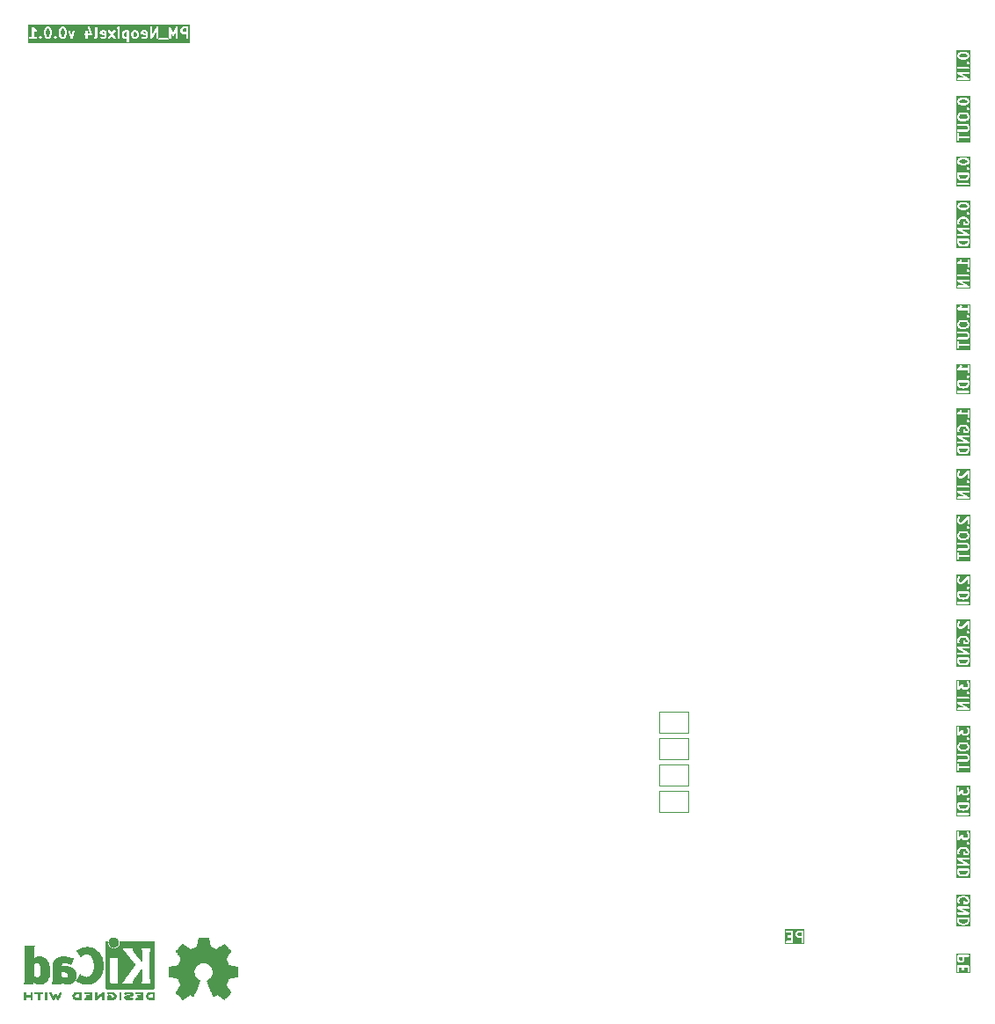
<source format=gbr>
%TF.GenerationSoftware,KiCad,Pcbnew,8.0.6-8.0.6-0~ubuntu24.04.1*%
%TF.CreationDate,2024-12-11T16:34:02+03:00*%
%TF.ProjectId,PM-Neopixel4,504d2d4e-656f-4706-9978-656c342e6b69,rev?*%
%TF.SameCoordinates,Original*%
%TF.FileFunction,Legend,Bot*%
%TF.FilePolarity,Positive*%
%FSLAX46Y46*%
G04 Gerber Fmt 4.6, Leading zero omitted, Abs format (unit mm)*
G04 Created by KiCad (PCBNEW 8.0.6-8.0.6-0~ubuntu24.04.1) date 2024-12-11 16:34:02*
%MOMM*%
%LPD*%
G01*
G04 APERTURE LIST*
G04 Aperture macros list*
%AMFreePoly0*
4,1,6,1.000000,0.000000,0.500000,-0.750000,-0.500000,-0.750000,-0.500000,0.750000,0.500000,0.750000,1.000000,0.000000,1.000000,0.000000,$1*%
%AMFreePoly1*
4,1,6,0.500000,-0.750000,-0.650000,-0.750000,-0.150000,0.000000,-0.650000,0.750000,0.500000,0.750000,0.500000,-0.750000,0.500000,-0.750000,$1*%
G04 Aperture macros list end*
%ADD10C,0.200000*%
%ADD11C,0.120000*%
%ADD12C,0.010000*%
%ADD13C,1.812000*%
%ADD14R,3.500000X3.500000*%
%ADD15C,3.500000*%
%ADD16O,6.350000X6.350000*%
%ADD17FreePoly0,0.000000*%
%ADD18FreePoly1,0.000000*%
G04 APERTURE END LIST*
D10*
G36*
X48612219Y32253846D02*
G01*
X48577197Y32148781D01*
X48510127Y32081711D01*
X48439218Y32046257D01*
X48271337Y32004286D01*
X48153099Y32004286D01*
X47985218Y32046257D01*
X47914313Y32081709D01*
X47847240Y32148782D01*
X47812219Y32253846D01*
X47812219Y32375714D01*
X48612219Y32375714D01*
X48612219Y32253846D01*
G37*
G36*
X48486837Y33809934D02*
G01*
X48557746Y33774479D01*
X48582414Y33749812D01*
X48612219Y33690202D01*
X48612219Y33642178D01*
X48582414Y33582569D01*
X48557746Y33557902D01*
X48486837Y33522447D01*
X48318956Y33480476D01*
X48105480Y33480476D01*
X47937599Y33522447D01*
X47866692Y33557900D01*
X47842024Y33582569D01*
X47812219Y33642179D01*
X47812219Y33690202D01*
X47842024Y33749812D01*
X47866692Y33774481D01*
X47937599Y33809934D01*
X48105480Y33851904D01*
X48318956Y33851904D01*
X48486837Y33809934D01*
G37*
G36*
X48923330Y31264603D02*
G01*
X47501108Y31264603D01*
X47501108Y31495223D01*
X47614140Y31495223D01*
X47614140Y31456205D01*
X47629072Y31420157D01*
X47656662Y31392567D01*
X47692710Y31377635D01*
X47712219Y31375714D01*
X48712219Y31375714D01*
X48731728Y31377635D01*
X48767776Y31392567D01*
X48795366Y31420157D01*
X48810298Y31456205D01*
X48810298Y31495223D01*
X48795366Y31531271D01*
X48767776Y31558861D01*
X48731728Y31573793D01*
X48712219Y31575714D01*
X47712219Y31575714D01*
X47692710Y31573793D01*
X47656662Y31558861D01*
X47629072Y31531271D01*
X47614140Y31495223D01*
X47501108Y31495223D01*
X47501108Y32475714D01*
X47612219Y32475714D01*
X47612219Y32237619D01*
X47613191Y32227746D01*
X47613004Y32225112D01*
X47613791Y32221649D01*
X47614140Y32218110D01*
X47615151Y32215668D01*
X47617351Y32205996D01*
X47664970Y32063140D01*
X47672961Y32045239D01*
X47675316Y32042524D01*
X47676691Y32039205D01*
X47689127Y32024051D01*
X47784365Y31928813D01*
X47792031Y31922522D01*
X47793764Y31920524D01*
X47796775Y31918629D01*
X47799519Y31916377D01*
X47801956Y31915368D01*
X47810355Y31910081D01*
X47905592Y31862462D01*
X47907020Y31861916D01*
X47907600Y31861486D01*
X47915776Y31858565D01*
X47923901Y31855456D01*
X47924621Y31855405D01*
X47926060Y31854891D01*
X48116536Y31807272D01*
X48119917Y31806772D01*
X48121281Y31806207D01*
X48128631Y31805484D01*
X48135929Y31804404D01*
X48137387Y31804622D01*
X48140790Y31804286D01*
X48283647Y31804286D01*
X48287049Y31804622D01*
X48288508Y31804404D01*
X48295805Y31805484D01*
X48303156Y31806207D01*
X48304519Y31806772D01*
X48307901Y31807272D01*
X48498376Y31854891D01*
X48499813Y31855405D01*
X48500536Y31855456D01*
X48508660Y31858565D01*
X48516837Y31861486D01*
X48517417Y31861917D01*
X48518844Y31862462D01*
X48614082Y31910081D01*
X48622474Y31915364D01*
X48624918Y31916376D01*
X48627667Y31918633D01*
X48630672Y31920524D01*
X48632401Y31922519D01*
X48640071Y31928813D01*
X48735311Y32024051D01*
X48747747Y32039204D01*
X48749122Y32042524D01*
X48751477Y32045239D01*
X48759468Y32063139D01*
X48807087Y32205996D01*
X48809286Y32215669D01*
X48810298Y32218110D01*
X48810646Y32221648D01*
X48811434Y32225111D01*
X48811246Y32227746D01*
X48812219Y32237619D01*
X48812219Y32475714D01*
X48810298Y32495223D01*
X48795366Y32531271D01*
X48767776Y32558861D01*
X48731728Y32573793D01*
X48712219Y32575714D01*
X47712219Y32575714D01*
X47692710Y32573793D01*
X47656662Y32558861D01*
X47629072Y32531271D01*
X47614140Y32495223D01*
X47612219Y32475714D01*
X47501108Y32475714D01*
X47501108Y32971413D01*
X48518901Y32971413D01*
X48518901Y32932395D01*
X48520385Y32928812D01*
X48533832Y32896347D01*
X48533833Y32896346D01*
X48546270Y32881193D01*
X48593890Y32833574D01*
X48609043Y32821137D01*
X48634533Y32810580D01*
X48645091Y32806206D01*
X48645092Y32806206D01*
X48684109Y32806206D01*
X48705226Y32814954D01*
X48720158Y32821138D01*
X48720162Y32821143D01*
X48735311Y32833574D01*
X48782929Y32881193D01*
X48795366Y32896346D01*
X48806735Y32923794D01*
X48810298Y32932395D01*
X48810298Y32971413D01*
X48795366Y33007461D01*
X48795366Y33007462D01*
X48782929Y33022615D01*
X48735311Y33070234D01*
X48720162Y33082666D01*
X48720158Y33082670D01*
X48705226Y33088855D01*
X48684109Y33097602D01*
X48645091Y33097602D01*
X48634533Y33093229D01*
X48609043Y33082671D01*
X48593890Y33070234D01*
X48546270Y33022615D01*
X48533833Y33007462D01*
X48533832Y33007461D01*
X48523274Y32981971D01*
X48518901Y32971413D01*
X47501108Y32971413D01*
X47501108Y33713809D01*
X47612219Y33713809D01*
X47612219Y33618571D01*
X47614140Y33599062D01*
X47615515Y33595742D01*
X47615770Y33592158D01*
X47622776Y33573850D01*
X47670395Y33478612D01*
X47675680Y33470216D01*
X47676691Y33467776D01*
X47678944Y33465030D01*
X47680838Y33462022D01*
X47682832Y33460293D01*
X47689127Y33452622D01*
X47736746Y33405004D01*
X47744412Y33398712D01*
X47746145Y33396714D01*
X47749153Y33394821D01*
X47751899Y33392567D01*
X47754339Y33391557D01*
X47762736Y33386271D01*
X47857973Y33338652D01*
X47859401Y33338106D01*
X47859981Y33337676D01*
X47868157Y33334755D01*
X47876282Y33331646D01*
X47877002Y33331595D01*
X47878441Y33331081D01*
X48068917Y33283462D01*
X48072298Y33282962D01*
X48073662Y33282397D01*
X48081012Y33281674D01*
X48088310Y33280594D01*
X48089768Y33280812D01*
X48093171Y33280476D01*
X48331266Y33280476D01*
X48334668Y33280812D01*
X48336127Y33280594D01*
X48343424Y33281674D01*
X48350775Y33282397D01*
X48352138Y33282962D01*
X48355520Y33283462D01*
X48545995Y33331081D01*
X48547432Y33331595D01*
X48548155Y33331646D01*
X48556279Y33334755D01*
X48564456Y33337676D01*
X48565036Y33338107D01*
X48566463Y33338652D01*
X48661701Y33386271D01*
X48670093Y33391555D01*
X48672537Y33392566D01*
X48675286Y33394823D01*
X48678291Y33396714D01*
X48680020Y33398709D01*
X48687690Y33405003D01*
X48735310Y33452621D01*
X48741603Y33460290D01*
X48743600Y33462021D01*
X48745493Y33465030D01*
X48747747Y33467775D01*
X48748757Y33470216D01*
X48754043Y33478612D01*
X48801662Y33573849D01*
X48808668Y33592158D01*
X48808922Y33595742D01*
X48810298Y33599062D01*
X48812219Y33618571D01*
X48812219Y33713809D01*
X48810298Y33733318D01*
X48808922Y33736639D01*
X48808668Y33740222D01*
X48801662Y33758531D01*
X48754043Y33853768D01*
X48748757Y33862165D01*
X48747747Y33864605D01*
X48745493Y33867351D01*
X48743600Y33870359D01*
X48741603Y33872091D01*
X48735310Y33879759D01*
X48687690Y33927377D01*
X48680020Y33933672D01*
X48678291Y33935666D01*
X48675286Y33937558D01*
X48672537Y33939814D01*
X48670093Y33940826D01*
X48661701Y33946109D01*
X48566463Y33993728D01*
X48565036Y33994274D01*
X48564456Y33994704D01*
X48556279Y33997626D01*
X48548155Y34000734D01*
X48547432Y34000786D01*
X48545995Y34001299D01*
X48355520Y34048918D01*
X48352138Y34049419D01*
X48350775Y34049983D01*
X48343424Y34050707D01*
X48336127Y34051786D01*
X48334668Y34051569D01*
X48331266Y34051904D01*
X48093171Y34051904D01*
X48089768Y34051569D01*
X48088310Y34051786D01*
X48081012Y34050707D01*
X48073662Y34049983D01*
X48072298Y34049419D01*
X48068917Y34048918D01*
X47878441Y34001299D01*
X47877002Y34000786D01*
X47876282Y34000734D01*
X47868157Y33997626D01*
X47859981Y33994704D01*
X47859401Y33994275D01*
X47857973Y33993728D01*
X47762736Y33946109D01*
X47754339Y33940824D01*
X47751899Y33939813D01*
X47749153Y33937560D01*
X47746145Y33935666D01*
X47744412Y33933669D01*
X47736746Y33927376D01*
X47689127Y33879758D01*
X47682832Y33872088D01*
X47680838Y33870358D01*
X47678944Y33867351D01*
X47676691Y33864604D01*
X47675680Y33862165D01*
X47670395Y33853768D01*
X47622776Y33758530D01*
X47615770Y33740222D01*
X47615515Y33736639D01*
X47614140Y33733318D01*
X47612219Y33713809D01*
X47501108Y33713809D01*
X47501108Y34163015D01*
X48923330Y34163015D01*
X48923330Y31264603D01*
G37*
G36*
X48612219Y12263846D02*
G01*
X48577197Y12158781D01*
X48510127Y12091711D01*
X48439218Y12056257D01*
X48271337Y12014286D01*
X48153099Y12014286D01*
X47985218Y12056257D01*
X47914313Y12091709D01*
X47847240Y12158782D01*
X47812219Y12263846D01*
X47812219Y12385714D01*
X48612219Y12385714D01*
X48612219Y12263846D01*
G37*
G36*
X48923330Y11274603D02*
G01*
X47501108Y11274603D01*
X47501108Y11505223D01*
X47614140Y11505223D01*
X47614140Y11466205D01*
X47629072Y11430157D01*
X47656662Y11402567D01*
X47692710Y11387635D01*
X47712219Y11385714D01*
X48712219Y11385714D01*
X48731728Y11387635D01*
X48767776Y11402567D01*
X48795366Y11430157D01*
X48810298Y11466205D01*
X48810298Y11505223D01*
X48795366Y11541271D01*
X48767776Y11568861D01*
X48731728Y11583793D01*
X48712219Y11585714D01*
X47712219Y11585714D01*
X47692710Y11583793D01*
X47656662Y11568861D01*
X47629072Y11541271D01*
X47614140Y11505223D01*
X47501108Y11505223D01*
X47501108Y12485714D01*
X47612219Y12485714D01*
X47612219Y12247619D01*
X47613191Y12237746D01*
X47613004Y12235112D01*
X47613791Y12231649D01*
X47614140Y12228110D01*
X47615151Y12225668D01*
X47617351Y12215996D01*
X47664970Y12073140D01*
X47672961Y12055239D01*
X47675316Y12052524D01*
X47676691Y12049205D01*
X47689127Y12034051D01*
X47784365Y11938813D01*
X47792031Y11932522D01*
X47793764Y11930524D01*
X47796775Y11928629D01*
X47799519Y11926377D01*
X47801956Y11925368D01*
X47810355Y11920081D01*
X47905592Y11872462D01*
X47907020Y11871916D01*
X47907600Y11871486D01*
X47915776Y11868565D01*
X47923901Y11865456D01*
X47924621Y11865405D01*
X47926060Y11864891D01*
X48116536Y11817272D01*
X48119917Y11816772D01*
X48121281Y11816207D01*
X48128631Y11815484D01*
X48135929Y11814404D01*
X48137387Y11814622D01*
X48140790Y11814286D01*
X48283647Y11814286D01*
X48287049Y11814622D01*
X48288508Y11814404D01*
X48295805Y11815484D01*
X48303156Y11816207D01*
X48304519Y11816772D01*
X48307901Y11817272D01*
X48498376Y11864891D01*
X48499813Y11865405D01*
X48500536Y11865456D01*
X48508660Y11868565D01*
X48516837Y11871486D01*
X48517417Y11871917D01*
X48518844Y11872462D01*
X48614082Y11920081D01*
X48622474Y11925364D01*
X48624918Y11926376D01*
X48627667Y11928633D01*
X48630672Y11930524D01*
X48632401Y11932519D01*
X48640071Y11938813D01*
X48735311Y12034051D01*
X48747747Y12049204D01*
X48749122Y12052524D01*
X48751477Y12055239D01*
X48759468Y12073139D01*
X48807087Y12215996D01*
X48809286Y12225669D01*
X48810298Y12228110D01*
X48810646Y12231648D01*
X48811434Y12235111D01*
X48811246Y12237746D01*
X48812219Y12247619D01*
X48812219Y12485714D01*
X48810298Y12505223D01*
X48795366Y12541271D01*
X48767776Y12568861D01*
X48731728Y12583793D01*
X48712219Y12585714D01*
X47712219Y12585714D01*
X47692710Y12583793D01*
X47656662Y12568861D01*
X47629072Y12541271D01*
X47614140Y12505223D01*
X47612219Y12485714D01*
X47501108Y12485714D01*
X47501108Y12981413D01*
X48518901Y12981413D01*
X48518901Y12942395D01*
X48520385Y12938812D01*
X48533832Y12906347D01*
X48533833Y12906346D01*
X48546270Y12891193D01*
X48593890Y12843574D01*
X48609043Y12831137D01*
X48634533Y12820580D01*
X48645091Y12816206D01*
X48645092Y12816206D01*
X48684109Y12816206D01*
X48705226Y12824954D01*
X48720158Y12831138D01*
X48720162Y12831143D01*
X48735311Y12843574D01*
X48782929Y12891193D01*
X48795366Y12906346D01*
X48806735Y12933794D01*
X48810298Y12942395D01*
X48810298Y12981413D01*
X48795366Y13017461D01*
X48795366Y13017462D01*
X48782929Y13032615D01*
X48735311Y13080234D01*
X48720162Y13092666D01*
X48720158Y13092670D01*
X48705226Y13098855D01*
X48684109Y13107602D01*
X48645091Y13107602D01*
X48634533Y13103229D01*
X48609043Y13092671D01*
X48593890Y13080234D01*
X48546270Y13032615D01*
X48533833Y13017462D01*
X48533832Y13017461D01*
X48523274Y12991971D01*
X48518901Y12981413D01*
X47501108Y12981413D01*
X47501108Y13676295D01*
X47612219Y13676295D01*
X47614140Y13666585D01*
X47614140Y13656681D01*
X47617889Y13647629D01*
X47619791Y13638018D01*
X47625283Y13629780D01*
X47629072Y13620633D01*
X47635998Y13613707D01*
X47641434Y13605553D01*
X47649662Y13600043D01*
X47656662Y13593043D01*
X47665713Y13589294D01*
X47673854Y13583842D01*
X47683561Y13581901D01*
X47692710Y13578111D01*
X47712012Y13576211D01*
X47712114Y13576190D01*
X47712148Y13576197D01*
X47712219Y13576190D01*
X48612219Y13576190D01*
X48612219Y13390476D01*
X48614140Y13370967D01*
X48629072Y13334919D01*
X48656662Y13307329D01*
X48692710Y13292397D01*
X48731728Y13292397D01*
X48767776Y13307329D01*
X48795366Y13334919D01*
X48810298Y13370967D01*
X48812219Y13390476D01*
X48812219Y13961904D01*
X48810298Y13981413D01*
X48795366Y14017461D01*
X48767776Y14045051D01*
X48731728Y14059983D01*
X48692710Y14059983D01*
X48656662Y14045051D01*
X48629072Y14017461D01*
X48614140Y13981413D01*
X48612219Y13961904D01*
X48612219Y13776190D01*
X48001260Y13776190D01*
X48021025Y13795955D01*
X48027316Y13803622D01*
X48029314Y13805354D01*
X48031209Y13808366D01*
X48033461Y13811109D01*
X48034470Y13813547D01*
X48039757Y13821945D01*
X48087376Y13917182D01*
X48094382Y13935491D01*
X48097148Y13974411D01*
X48084809Y14011427D01*
X48059244Y14040904D01*
X48024346Y14058353D01*
X47985426Y14061118D01*
X47948410Y14048780D01*
X47918933Y14023215D01*
X47908490Y14006625D01*
X47868129Y13925903D01*
X47791365Y13849139D01*
X47656749Y13759395D01*
X47656694Y13759351D01*
X47656662Y13759337D01*
X47656588Y13759264D01*
X47641582Y13746975D01*
X47636071Y13738747D01*
X47629072Y13731747D01*
X47625322Y13722696D01*
X47619871Y13714555D01*
X47617929Y13704848D01*
X47614140Y13695699D01*
X47614140Y13685900D01*
X47612219Y13676295D01*
X47501108Y13676295D01*
X47501108Y14172229D01*
X48923330Y14172229D01*
X48923330Y11274603D01*
G37*
G36*
X48518236Y18165895D02*
G01*
X48582414Y18101718D01*
X48612219Y18042108D01*
X48612219Y17898846D01*
X48582414Y17839237D01*
X48518236Y17775060D01*
X48366575Y17737144D01*
X48057861Y17737144D01*
X47906202Y17775059D01*
X47842023Y17839238D01*
X47812219Y17898847D01*
X47812219Y18042108D01*
X47842023Y18101717D01*
X47906202Y18165896D01*
X48057861Y18203810D01*
X48366575Y18203810D01*
X48518236Y18165895D01*
G37*
G36*
X48923330Y15523192D02*
G01*
X47501108Y15523192D01*
X47501108Y16303810D01*
X47612219Y16303810D01*
X47612219Y15732382D01*
X47614140Y15712873D01*
X47629072Y15676825D01*
X47656662Y15649235D01*
X47692710Y15634303D01*
X47731728Y15634303D01*
X47767776Y15649235D01*
X47795366Y15676825D01*
X47810298Y15712873D01*
X47812219Y15732382D01*
X47812219Y15918096D01*
X48712219Y15918096D01*
X48731728Y15920017D01*
X48767776Y15934949D01*
X48795366Y15962539D01*
X48810298Y15998587D01*
X48810298Y16037605D01*
X48795366Y16073653D01*
X48767776Y16101243D01*
X48731728Y16116175D01*
X48712219Y16118096D01*
X47812219Y16118096D01*
X47812219Y16303810D01*
X47810298Y16323319D01*
X47795366Y16359367D01*
X47767776Y16386957D01*
X47731728Y16401889D01*
X47692710Y16401889D01*
X47656662Y16386957D01*
X47629072Y16359367D01*
X47614140Y16323319D01*
X47612219Y16303810D01*
X47501108Y16303810D01*
X47501108Y17228081D01*
X47614140Y17228081D01*
X47614140Y17189063D01*
X47629072Y17153015D01*
X47656662Y17125425D01*
X47692710Y17110493D01*
X47712219Y17108572D01*
X48498135Y17108572D01*
X48557746Y17078766D01*
X48582414Y17054099D01*
X48612219Y16994489D01*
X48612219Y16851227D01*
X48582414Y16791618D01*
X48557746Y16766951D01*
X48498135Y16737144D01*
X47712219Y16737144D01*
X47692710Y16735223D01*
X47656662Y16720291D01*
X47629072Y16692701D01*
X47614140Y16656653D01*
X47614140Y16617635D01*
X47629072Y16581587D01*
X47656662Y16553997D01*
X47692710Y16539065D01*
X47712219Y16537144D01*
X48521742Y16537144D01*
X48541251Y16539065D01*
X48544571Y16540441D01*
X48548155Y16540695D01*
X48566463Y16547701D01*
X48661701Y16595320D01*
X48670093Y16600604D01*
X48672537Y16601615D01*
X48675286Y16603872D01*
X48678291Y16605763D01*
X48680020Y16607758D01*
X48687690Y16614052D01*
X48735310Y16661670D01*
X48741603Y16669339D01*
X48743600Y16671070D01*
X48745493Y16674079D01*
X48747747Y16676824D01*
X48748757Y16679265D01*
X48754043Y16687661D01*
X48801662Y16782898D01*
X48808668Y16801207D01*
X48808922Y16804791D01*
X48810298Y16808111D01*
X48812219Y16827620D01*
X48812219Y17018096D01*
X48810298Y17037605D01*
X48808922Y17040926D01*
X48808668Y17044509D01*
X48801662Y17062818D01*
X48754043Y17158055D01*
X48748757Y17166452D01*
X48747747Y17168892D01*
X48745493Y17171638D01*
X48743600Y17174646D01*
X48741603Y17176378D01*
X48735310Y17184046D01*
X48687690Y17231664D01*
X48680020Y17237959D01*
X48678291Y17239953D01*
X48675286Y17241845D01*
X48672537Y17244101D01*
X48670093Y17245113D01*
X48661701Y17250396D01*
X48566463Y17298015D01*
X48548155Y17305021D01*
X48544571Y17305276D01*
X48541251Y17306651D01*
X48521742Y17308572D01*
X47712219Y17308572D01*
X47692710Y17306651D01*
X47656662Y17291719D01*
X47629072Y17264129D01*
X47614140Y17228081D01*
X47501108Y17228081D01*
X47501108Y18065715D01*
X47612219Y18065715D01*
X47612219Y17875239D01*
X47614140Y17855730D01*
X47615515Y17852410D01*
X47615770Y17848826D01*
X47622776Y17830518D01*
X47670395Y17735280D01*
X47675680Y17726884D01*
X47676691Y17724444D01*
X47678944Y17721698D01*
X47680838Y17718690D01*
X47682832Y17716961D01*
X47689127Y17709290D01*
X47784365Y17614052D01*
X47799519Y17601616D01*
X47806387Y17598771D01*
X47812362Y17594344D01*
X47830822Y17587749D01*
X48021298Y17540130D01*
X48024679Y17539630D01*
X48026043Y17539065D01*
X48033393Y17538342D01*
X48040691Y17537262D01*
X48042149Y17537480D01*
X48045552Y17537144D01*
X48378885Y17537144D01*
X48382287Y17537480D01*
X48383746Y17537262D01*
X48391043Y17538342D01*
X48398394Y17539065D01*
X48399757Y17539630D01*
X48403139Y17540130D01*
X48593614Y17587749D01*
X48612075Y17594344D01*
X48618047Y17598770D01*
X48624918Y17601615D01*
X48640071Y17614052D01*
X48735311Y17709290D01*
X48741604Y17716959D01*
X48743600Y17718689D01*
X48745493Y17721697D01*
X48747747Y17724443D01*
X48748757Y17726884D01*
X48754043Y17735280D01*
X48801662Y17830517D01*
X48808668Y17848826D01*
X48808922Y17852410D01*
X48810298Y17855730D01*
X48812219Y17875239D01*
X48812219Y18065715D01*
X48810298Y18085224D01*
X48808922Y18088545D01*
X48808668Y18092128D01*
X48801662Y18110437D01*
X48754043Y18205674D01*
X48748757Y18214071D01*
X48747747Y18216511D01*
X48745493Y18219258D01*
X48743600Y18222265D01*
X48741604Y18223996D01*
X48735311Y18231664D01*
X48640071Y18326902D01*
X48624918Y18339339D01*
X48618047Y18342185D01*
X48612075Y18346610D01*
X48593614Y18353205D01*
X48403139Y18400824D01*
X48399757Y18401325D01*
X48398394Y18401889D01*
X48391043Y18402613D01*
X48383746Y18403692D01*
X48382287Y18403475D01*
X48378885Y18403810D01*
X48045552Y18403810D01*
X48042149Y18403475D01*
X48040691Y18403692D01*
X48033393Y18402613D01*
X48026043Y18401889D01*
X48024679Y18401325D01*
X48021298Y18400824D01*
X47830822Y18353205D01*
X47812362Y18346610D01*
X47806387Y18342184D01*
X47799519Y18339338D01*
X47784365Y18326902D01*
X47689127Y18231664D01*
X47682832Y18223994D01*
X47680838Y18222264D01*
X47678944Y18219257D01*
X47676691Y18216510D01*
X47675680Y18214071D01*
X47670395Y18205674D01*
X47622776Y18110436D01*
X47615770Y18092128D01*
X47615515Y18088545D01*
X47614140Y18085224D01*
X47612219Y18065715D01*
X47501108Y18065715D01*
X47501108Y18751890D01*
X48518901Y18751890D01*
X48518901Y18712872D01*
X48520385Y18709289D01*
X48533832Y18676824D01*
X48533833Y18676823D01*
X48546270Y18661670D01*
X48593890Y18614051D01*
X48609043Y18601614D01*
X48634533Y18591057D01*
X48645091Y18586683D01*
X48645092Y18586683D01*
X48684109Y18586683D01*
X48705226Y18595431D01*
X48720158Y18601615D01*
X48720162Y18601620D01*
X48735311Y18614051D01*
X48782929Y18661670D01*
X48795366Y18676823D01*
X48806735Y18704271D01*
X48810298Y18712872D01*
X48810298Y18751890D01*
X48795366Y18787938D01*
X48795366Y18787939D01*
X48782929Y18803092D01*
X48735311Y18850711D01*
X48720162Y18863143D01*
X48720158Y18863147D01*
X48705226Y18869332D01*
X48684109Y18878079D01*
X48645091Y18878079D01*
X48634533Y18873706D01*
X48609043Y18863148D01*
X48593890Y18850711D01*
X48546270Y18803092D01*
X48533833Y18787939D01*
X48533832Y18787938D01*
X48523274Y18762448D01*
X48518901Y18751890D01*
X47501108Y18751890D01*
X47501108Y19446772D01*
X47612219Y19446772D01*
X47614140Y19437062D01*
X47614140Y19427158D01*
X47617889Y19418106D01*
X47619791Y19408495D01*
X47625283Y19400257D01*
X47629072Y19391110D01*
X47635998Y19384184D01*
X47641434Y19376030D01*
X47649662Y19370520D01*
X47656662Y19363520D01*
X47665713Y19359771D01*
X47673854Y19354319D01*
X47683561Y19352378D01*
X47692710Y19348588D01*
X47712012Y19346688D01*
X47712114Y19346667D01*
X47712148Y19346674D01*
X47712219Y19346667D01*
X48612219Y19346667D01*
X48612219Y19160953D01*
X48614140Y19141444D01*
X48629072Y19105396D01*
X48656662Y19077806D01*
X48692710Y19062874D01*
X48731728Y19062874D01*
X48767776Y19077806D01*
X48795366Y19105396D01*
X48810298Y19141444D01*
X48812219Y19160953D01*
X48812219Y19732381D01*
X48810298Y19751890D01*
X48795366Y19787938D01*
X48767776Y19815528D01*
X48731728Y19830460D01*
X48692710Y19830460D01*
X48656662Y19815528D01*
X48629072Y19787938D01*
X48614140Y19751890D01*
X48612219Y19732381D01*
X48612219Y19546667D01*
X48001260Y19546667D01*
X48021025Y19566432D01*
X48027316Y19574099D01*
X48029314Y19575831D01*
X48031209Y19578843D01*
X48033461Y19581586D01*
X48034470Y19584024D01*
X48039757Y19592422D01*
X48087376Y19687659D01*
X48094382Y19705968D01*
X48097148Y19744888D01*
X48084809Y19781904D01*
X48059244Y19811381D01*
X48024346Y19828830D01*
X47985426Y19831595D01*
X47948410Y19819257D01*
X47918933Y19793692D01*
X47908490Y19777102D01*
X47868129Y19696380D01*
X47791365Y19619616D01*
X47656749Y19529872D01*
X47656694Y19529828D01*
X47656662Y19529814D01*
X47656588Y19529741D01*
X47641582Y19517452D01*
X47636071Y19509224D01*
X47629072Y19502224D01*
X47625322Y19493173D01*
X47619871Y19485032D01*
X47617929Y19475325D01*
X47614140Y19466176D01*
X47614140Y19456377D01*
X47612219Y19446772D01*
X47501108Y19446772D01*
X47501108Y19942706D01*
X48923330Y19942706D01*
X48923330Y15523192D01*
G37*
G36*
X48612219Y-8056154D02*
G01*
X48577197Y-8161219D01*
X48510127Y-8228289D01*
X48439218Y-8263743D01*
X48271337Y-8305714D01*
X48153099Y-8305714D01*
X47985218Y-8263743D01*
X47914313Y-8228291D01*
X47847240Y-8161218D01*
X47812219Y-8056154D01*
X47812219Y-7934286D01*
X48612219Y-7934286D01*
X48612219Y-8056154D01*
G37*
G36*
X48923330Y-9045397D02*
G01*
X47501108Y-9045397D01*
X47501108Y-8814777D01*
X47614140Y-8814777D01*
X47614140Y-8853795D01*
X47629072Y-8889843D01*
X47656662Y-8917433D01*
X47692710Y-8932365D01*
X47712219Y-8934286D01*
X48712219Y-8934286D01*
X48731728Y-8932365D01*
X48767776Y-8917433D01*
X48795366Y-8889843D01*
X48810298Y-8853795D01*
X48810298Y-8814777D01*
X48795366Y-8778729D01*
X48767776Y-8751139D01*
X48731728Y-8736207D01*
X48712219Y-8734286D01*
X47712219Y-8734286D01*
X47692710Y-8736207D01*
X47656662Y-8751139D01*
X47629072Y-8778729D01*
X47614140Y-8814777D01*
X47501108Y-8814777D01*
X47501108Y-7834286D01*
X47612219Y-7834286D01*
X47612219Y-8072381D01*
X47613191Y-8082254D01*
X47613004Y-8084888D01*
X47613791Y-8088351D01*
X47614140Y-8091890D01*
X47615151Y-8094332D01*
X47617351Y-8104004D01*
X47664970Y-8246860D01*
X47672961Y-8264761D01*
X47675316Y-8267476D01*
X47676691Y-8270795D01*
X47689127Y-8285949D01*
X47784365Y-8381187D01*
X47792031Y-8387478D01*
X47793764Y-8389476D01*
X47796775Y-8391371D01*
X47799519Y-8393623D01*
X47801956Y-8394632D01*
X47810355Y-8399919D01*
X47905592Y-8447538D01*
X47907020Y-8448084D01*
X47907600Y-8448514D01*
X47915776Y-8451435D01*
X47923901Y-8454544D01*
X47924621Y-8454595D01*
X47926060Y-8455109D01*
X48116536Y-8502728D01*
X48119917Y-8503228D01*
X48121281Y-8503793D01*
X48128631Y-8504516D01*
X48135929Y-8505596D01*
X48137387Y-8505378D01*
X48140790Y-8505714D01*
X48283647Y-8505714D01*
X48287049Y-8505378D01*
X48288508Y-8505596D01*
X48295805Y-8504516D01*
X48303156Y-8503793D01*
X48304519Y-8503228D01*
X48307901Y-8502728D01*
X48498376Y-8455109D01*
X48499813Y-8454595D01*
X48500536Y-8454544D01*
X48508660Y-8451435D01*
X48516837Y-8448514D01*
X48517417Y-8448083D01*
X48518844Y-8447538D01*
X48614082Y-8399919D01*
X48622474Y-8394636D01*
X48624918Y-8393624D01*
X48627667Y-8391367D01*
X48630672Y-8389476D01*
X48632401Y-8387481D01*
X48640071Y-8381187D01*
X48735311Y-8285949D01*
X48747747Y-8270796D01*
X48749122Y-8267476D01*
X48751477Y-8264761D01*
X48759468Y-8246861D01*
X48807087Y-8104004D01*
X48809286Y-8094331D01*
X48810298Y-8091890D01*
X48810646Y-8088352D01*
X48811434Y-8084889D01*
X48811246Y-8082254D01*
X48812219Y-8072381D01*
X48812219Y-7834286D01*
X48810298Y-7814777D01*
X48795366Y-7778729D01*
X48767776Y-7751139D01*
X48731728Y-7736207D01*
X48712219Y-7734286D01*
X47712219Y-7734286D01*
X47692710Y-7736207D01*
X47656662Y-7751139D01*
X47629072Y-7778729D01*
X47614140Y-7814777D01*
X47612219Y-7834286D01*
X47501108Y-7834286D01*
X47501108Y-7338587D01*
X48518901Y-7338587D01*
X48518901Y-7377605D01*
X48520385Y-7381188D01*
X48533832Y-7413653D01*
X48533833Y-7413654D01*
X48546270Y-7428807D01*
X48593890Y-7476426D01*
X48609043Y-7488863D01*
X48634533Y-7499420D01*
X48645091Y-7503794D01*
X48645092Y-7503794D01*
X48684109Y-7503794D01*
X48705226Y-7495046D01*
X48720158Y-7488862D01*
X48720162Y-7488857D01*
X48735311Y-7476426D01*
X48782929Y-7428807D01*
X48795366Y-7413654D01*
X48806735Y-7386206D01*
X48810298Y-7377605D01*
X48810298Y-7338587D01*
X48795366Y-7302539D01*
X48795366Y-7302538D01*
X48782929Y-7287385D01*
X48735311Y-7239766D01*
X48720162Y-7227334D01*
X48720158Y-7227330D01*
X48705226Y-7221145D01*
X48684109Y-7212398D01*
X48645091Y-7212398D01*
X48634533Y-7216771D01*
X48609043Y-7227329D01*
X48593890Y-7239766D01*
X48546270Y-7287385D01*
X48533833Y-7302538D01*
X48533832Y-7302539D01*
X48523274Y-7328029D01*
X48518901Y-7338587D01*
X47501108Y-7338587D01*
X47501108Y-6500953D01*
X47612219Y-6500953D01*
X47612219Y-6739048D01*
X47614140Y-6758557D01*
X47615515Y-6761877D01*
X47615770Y-6765461D01*
X47622776Y-6783769D01*
X47670395Y-6879007D01*
X47675680Y-6887403D01*
X47676691Y-6889843D01*
X47678944Y-6892589D01*
X47680838Y-6895597D01*
X47682832Y-6897326D01*
X47689127Y-6904997D01*
X47736746Y-6952615D01*
X47744412Y-6958907D01*
X47746145Y-6960905D01*
X47749153Y-6962798D01*
X47751899Y-6965052D01*
X47754339Y-6966062D01*
X47762736Y-6971348D01*
X47857973Y-7018967D01*
X47876282Y-7025973D01*
X47879865Y-7026227D01*
X47883186Y-7027603D01*
X47902695Y-7029524D01*
X47997933Y-7029524D01*
X48007806Y-7028551D01*
X48010440Y-7028739D01*
X48013903Y-7027951D01*
X48017442Y-7027603D01*
X48019884Y-7026591D01*
X48029556Y-7024392D01*
X48172412Y-6976773D01*
X48190313Y-6968782D01*
X48193028Y-6966426D01*
X48196347Y-6965052D01*
X48211501Y-6952616D01*
X48612219Y-6551898D01*
X48612219Y-6929524D01*
X48614140Y-6949033D01*
X48629072Y-6985081D01*
X48656662Y-7012671D01*
X48692710Y-7027603D01*
X48731728Y-7027603D01*
X48767776Y-7012671D01*
X48795366Y-6985081D01*
X48810298Y-6949033D01*
X48812219Y-6929524D01*
X48812219Y-6310477D01*
X48810298Y-6290968D01*
X48795366Y-6254920D01*
X48767776Y-6227330D01*
X48731728Y-6212398D01*
X48692710Y-6212398D01*
X48656662Y-6227330D01*
X48641508Y-6239766D01*
X48086770Y-6794502D01*
X47981706Y-6829524D01*
X47926302Y-6829524D01*
X47866692Y-6799719D01*
X47842024Y-6775050D01*
X47812219Y-6715440D01*
X47812219Y-6524560D01*
X47842024Y-6464950D01*
X47878167Y-6428807D01*
X47890604Y-6413654D01*
X47905535Y-6377605D01*
X47905535Y-6338587D01*
X47890604Y-6302539D01*
X47863014Y-6274949D01*
X47826966Y-6260018D01*
X47787948Y-6260018D01*
X47751899Y-6274949D01*
X47736746Y-6287386D01*
X47689127Y-6335004D01*
X47682832Y-6342674D01*
X47680838Y-6344404D01*
X47678944Y-6347411D01*
X47676691Y-6350158D01*
X47675680Y-6352597D01*
X47670395Y-6360994D01*
X47622776Y-6456232D01*
X47615770Y-6474540D01*
X47615515Y-6478123D01*
X47614140Y-6481444D01*
X47612219Y-6500953D01*
X47501108Y-6500953D01*
X47501108Y-6101287D01*
X48923330Y-6101287D01*
X48923330Y-9045397D01*
G37*
G36*
X48612219Y25911942D02*
G01*
X48577197Y25806877D01*
X48510127Y25739807D01*
X48439218Y25704353D01*
X48271337Y25662382D01*
X48153099Y25662382D01*
X47985218Y25704353D01*
X47914313Y25739805D01*
X47847240Y25806878D01*
X47812219Y25911942D01*
X47812219Y26033810D01*
X48612219Y26033810D01*
X48612219Y25911942D01*
G37*
G36*
X48486837Y29515649D02*
G01*
X48557746Y29480194D01*
X48582414Y29455527D01*
X48612219Y29395917D01*
X48612219Y29347893D01*
X48582414Y29288284D01*
X48557746Y29263617D01*
X48486837Y29228162D01*
X48318956Y29186191D01*
X48105480Y29186191D01*
X47937599Y29228162D01*
X47866692Y29263615D01*
X47842024Y29288284D01*
X47812219Y29347894D01*
X47812219Y29395917D01*
X47842024Y29455527D01*
X47866692Y29480196D01*
X47937599Y29515649D01*
X48105480Y29557619D01*
X48318956Y29557619D01*
X48486837Y29515649D01*
G37*
G36*
X48923330Y25351271D02*
G01*
X47501108Y25351271D01*
X47501108Y26133810D01*
X47612219Y26133810D01*
X47612219Y25895715D01*
X47613191Y25885842D01*
X47613004Y25883208D01*
X47613791Y25879745D01*
X47614140Y25876206D01*
X47615151Y25873764D01*
X47617351Y25864092D01*
X47664970Y25721236D01*
X47672961Y25703335D01*
X47675316Y25700620D01*
X47676691Y25697301D01*
X47689127Y25682147D01*
X47784365Y25586909D01*
X47792031Y25580618D01*
X47793764Y25578620D01*
X47796775Y25576725D01*
X47799519Y25574473D01*
X47801956Y25573464D01*
X47810355Y25568177D01*
X47905592Y25520558D01*
X47907020Y25520012D01*
X47907600Y25519582D01*
X47915776Y25516661D01*
X47923901Y25513552D01*
X47924621Y25513501D01*
X47926060Y25512987D01*
X48116536Y25465368D01*
X48119917Y25464868D01*
X48121281Y25464303D01*
X48128631Y25463580D01*
X48135929Y25462500D01*
X48137387Y25462718D01*
X48140790Y25462382D01*
X48283647Y25462382D01*
X48287049Y25462718D01*
X48288508Y25462500D01*
X48295805Y25463580D01*
X48303156Y25464303D01*
X48304519Y25464868D01*
X48307901Y25465368D01*
X48498376Y25512987D01*
X48499813Y25513501D01*
X48500536Y25513552D01*
X48508660Y25516661D01*
X48516837Y25519582D01*
X48517417Y25520013D01*
X48518844Y25520558D01*
X48614082Y25568177D01*
X48622474Y25573460D01*
X48624918Y25574472D01*
X48627667Y25576729D01*
X48630672Y25578620D01*
X48632401Y25580615D01*
X48640071Y25586909D01*
X48735311Y25682147D01*
X48747747Y25697300D01*
X48749122Y25700620D01*
X48751477Y25703335D01*
X48759468Y25721235D01*
X48807087Y25864092D01*
X48809286Y25873765D01*
X48810298Y25876206D01*
X48810646Y25879744D01*
X48811434Y25883207D01*
X48811246Y25885842D01*
X48812219Y25895715D01*
X48812219Y26133810D01*
X48810298Y26153319D01*
X48795366Y26189367D01*
X48767776Y26216957D01*
X48731728Y26231889D01*
X48712219Y26233810D01*
X47712219Y26233810D01*
X47692710Y26231889D01*
X47656662Y26216957D01*
X47629072Y26189367D01*
X47614140Y26153319D01*
X47612219Y26133810D01*
X47501108Y26133810D01*
X47501108Y27174444D01*
X47612463Y27174444D01*
X47614140Y27168296D01*
X47614140Y27161920D01*
X47619231Y27149630D01*
X47622730Y27136801D01*
X47626632Y27131763D01*
X47629072Y27125872D01*
X47638477Y27116467D01*
X47646620Y27105952D01*
X47654795Y27100149D01*
X47656662Y27098282D01*
X47658494Y27097524D01*
X47662605Y27094605D01*
X48335663Y26710001D01*
X47712219Y26710001D01*
X47692710Y26708080D01*
X47656662Y26693148D01*
X47629072Y26665558D01*
X47614140Y26629510D01*
X47614140Y26590492D01*
X47629072Y26554444D01*
X47656662Y26526854D01*
X47692710Y26511922D01*
X47712219Y26510001D01*
X48712219Y26510001D01*
X48717236Y26510496D01*
X48719204Y26510245D01*
X48721750Y26510940D01*
X48731728Y26511922D01*
X48744014Y26517012D01*
X48756847Y26520511D01*
X48761888Y26524416D01*
X48767776Y26526854D01*
X48777179Y26536258D01*
X48787696Y26544402D01*
X48790858Y26549937D01*
X48795366Y26554444D01*
X48800454Y26566730D01*
X48807055Y26578279D01*
X48807858Y26584604D01*
X48810298Y26590492D01*
X48810298Y26603792D01*
X48811975Y26616985D01*
X48810298Y26623135D01*
X48810298Y26629510D01*
X48805208Y26641797D01*
X48801709Y26654629D01*
X48797804Y26659671D01*
X48795366Y26665558D01*
X48785962Y26674962D01*
X48777818Y26685478D01*
X48769642Y26691282D01*
X48767776Y26693148D01*
X48765943Y26693907D01*
X48761833Y26696825D01*
X48088775Y27081429D01*
X48712219Y27081429D01*
X48731728Y27083350D01*
X48767776Y27098282D01*
X48795366Y27125872D01*
X48810298Y27161920D01*
X48810298Y27200938D01*
X48795366Y27236986D01*
X48767776Y27264576D01*
X48731728Y27279508D01*
X48712219Y27281429D01*
X47712219Y27281429D01*
X47707201Y27280935D01*
X47705234Y27281185D01*
X47702687Y27280491D01*
X47692710Y27279508D01*
X47680419Y27274417D01*
X47667591Y27270918D01*
X47662552Y27267016D01*
X47656662Y27264576D01*
X47647256Y27255171D01*
X47636742Y27247028D01*
X47633579Y27241494D01*
X47629072Y27236986D01*
X47623983Y27224701D01*
X47617383Y27213151D01*
X47616579Y27206827D01*
X47614140Y27200938D01*
X47614140Y27187638D01*
X47612463Y27174444D01*
X47501108Y27174444D01*
X47501108Y27895715D01*
X47612219Y27895715D01*
X47612219Y27752858D01*
X47614140Y27733349D01*
X47615515Y27730029D01*
X47615770Y27726445D01*
X47622776Y27708137D01*
X47670395Y27612899D01*
X47680838Y27596309D01*
X47710315Y27570744D01*
X47747331Y27558406D01*
X47786251Y27561171D01*
X47821149Y27578620D01*
X47846714Y27608097D01*
X47859053Y27645113D01*
X47856287Y27684033D01*
X47849281Y27702342D01*
X47812219Y27776466D01*
X47812219Y27879488D01*
X47847240Y27984553D01*
X47914313Y28051625D01*
X47985218Y28087078D01*
X48153099Y28129048D01*
X48271337Y28129048D01*
X48439218Y28087078D01*
X48510127Y28051624D01*
X48577197Y27984554D01*
X48612219Y27879489D01*
X48612219Y27816704D01*
X48577197Y27711639D01*
X48575560Y27710001D01*
X48383647Y27710001D01*
X48383647Y27800477D01*
X48381726Y27819986D01*
X48366794Y27856034D01*
X48339204Y27883624D01*
X48303156Y27898556D01*
X48264138Y27898556D01*
X48228090Y27883624D01*
X48200500Y27856034D01*
X48185568Y27819986D01*
X48183647Y27800477D01*
X48183647Y27610001D01*
X48185568Y27590493D01*
X48185568Y27590492D01*
X48200500Y27554444D01*
X48228090Y27526854D01*
X48264138Y27511922D01*
X48283647Y27510001D01*
X48616980Y27510001D01*
X48636489Y27511922D01*
X48647046Y27516296D01*
X48672537Y27526853D01*
X48687690Y27539290D01*
X48735310Y27586908D01*
X48747747Y27602062D01*
X48749122Y27605382D01*
X48751477Y27608097D01*
X48759468Y27625997D01*
X48807087Y27768854D01*
X48809286Y27778527D01*
X48810298Y27780968D01*
X48810646Y27784506D01*
X48811434Y27787969D01*
X48811246Y27790604D01*
X48812219Y27800477D01*
X48812219Y27895715D01*
X48811246Y27905589D01*
X48811434Y27908223D01*
X48810646Y27911687D01*
X48810298Y27915224D01*
X48809286Y27917666D01*
X48807087Y27927338D01*
X48759468Y28070195D01*
X48751477Y28088095D01*
X48749122Y28090811D01*
X48747747Y28094130D01*
X48735311Y28109283D01*
X48640071Y28204521D01*
X48632401Y28210816D01*
X48630672Y28212810D01*
X48627667Y28214702D01*
X48624918Y28216958D01*
X48622474Y28217971D01*
X48614082Y28223253D01*
X48518844Y28270872D01*
X48517417Y28271418D01*
X48516837Y28271848D01*
X48508660Y28274770D01*
X48500536Y28277878D01*
X48499813Y28277930D01*
X48498376Y28278443D01*
X48307901Y28326062D01*
X48304519Y28326563D01*
X48303156Y28327127D01*
X48295805Y28327851D01*
X48288508Y28328930D01*
X48287049Y28328713D01*
X48283647Y28329048D01*
X48140790Y28329048D01*
X48137387Y28328713D01*
X48135929Y28328930D01*
X48128631Y28327851D01*
X48121281Y28327127D01*
X48119917Y28326563D01*
X48116536Y28326062D01*
X47926060Y28278443D01*
X47924621Y28277930D01*
X47923901Y28277878D01*
X47915776Y28274770D01*
X47907600Y28271848D01*
X47907020Y28271419D01*
X47905592Y28270872D01*
X47810355Y28223253D01*
X47801956Y28217967D01*
X47799519Y28216957D01*
X47796775Y28214706D01*
X47793764Y28212810D01*
X47792031Y28210813D01*
X47784365Y28204521D01*
X47689127Y28109283D01*
X47676691Y28094129D01*
X47675316Y28090811D01*
X47672961Y28088095D01*
X47664970Y28070194D01*
X47617351Y27927338D01*
X47615151Y27917667D01*
X47614140Y27915224D01*
X47613791Y27911686D01*
X47613004Y27908222D01*
X47613191Y27905589D01*
X47612219Y27895715D01*
X47501108Y27895715D01*
X47501108Y28677128D01*
X48518901Y28677128D01*
X48518901Y28638110D01*
X48520385Y28634527D01*
X48533832Y28602062D01*
X48533833Y28602061D01*
X48546270Y28586908D01*
X48593890Y28539289D01*
X48609043Y28526852D01*
X48634533Y28516295D01*
X48645091Y28511921D01*
X48645092Y28511921D01*
X48684109Y28511921D01*
X48705226Y28520669D01*
X48720158Y28526853D01*
X48720162Y28526858D01*
X48735311Y28539289D01*
X48782929Y28586908D01*
X48795366Y28602061D01*
X48806735Y28629509D01*
X48810298Y28638110D01*
X48810298Y28677128D01*
X48795366Y28713176D01*
X48795366Y28713177D01*
X48782929Y28728330D01*
X48735311Y28775949D01*
X48720162Y28788381D01*
X48720158Y28788385D01*
X48705226Y28794570D01*
X48684109Y28803317D01*
X48645091Y28803317D01*
X48634533Y28798944D01*
X48609043Y28788386D01*
X48593890Y28775949D01*
X48546270Y28728330D01*
X48533833Y28713177D01*
X48533832Y28713176D01*
X48523274Y28687686D01*
X48518901Y28677128D01*
X47501108Y28677128D01*
X47501108Y29419524D01*
X47612219Y29419524D01*
X47612219Y29324286D01*
X47614140Y29304777D01*
X47615515Y29301457D01*
X47615770Y29297873D01*
X47622776Y29279565D01*
X47670395Y29184327D01*
X47675680Y29175931D01*
X47676691Y29173491D01*
X47678944Y29170745D01*
X47680838Y29167737D01*
X47682832Y29166008D01*
X47689127Y29158337D01*
X47736746Y29110719D01*
X47744412Y29104427D01*
X47746145Y29102429D01*
X47749153Y29100536D01*
X47751899Y29098282D01*
X47754339Y29097272D01*
X47762736Y29091986D01*
X47857973Y29044367D01*
X47859401Y29043821D01*
X47859981Y29043391D01*
X47868157Y29040470D01*
X47876282Y29037361D01*
X47877002Y29037310D01*
X47878441Y29036796D01*
X48068917Y28989177D01*
X48072298Y28988677D01*
X48073662Y28988112D01*
X48081012Y28987389D01*
X48088310Y28986309D01*
X48089768Y28986527D01*
X48093171Y28986191D01*
X48331266Y28986191D01*
X48334668Y28986527D01*
X48336127Y28986309D01*
X48343424Y28987389D01*
X48350775Y28988112D01*
X48352138Y28988677D01*
X48355520Y28989177D01*
X48545995Y29036796D01*
X48547432Y29037310D01*
X48548155Y29037361D01*
X48556279Y29040470D01*
X48564456Y29043391D01*
X48565036Y29043822D01*
X48566463Y29044367D01*
X48661701Y29091986D01*
X48670093Y29097270D01*
X48672537Y29098281D01*
X48675286Y29100538D01*
X48678291Y29102429D01*
X48680020Y29104424D01*
X48687690Y29110718D01*
X48735310Y29158336D01*
X48741603Y29166005D01*
X48743600Y29167736D01*
X48745493Y29170745D01*
X48747747Y29173490D01*
X48748757Y29175931D01*
X48754043Y29184327D01*
X48801662Y29279564D01*
X48808668Y29297873D01*
X48808922Y29301457D01*
X48810298Y29304777D01*
X48812219Y29324286D01*
X48812219Y29419524D01*
X48810298Y29439033D01*
X48808922Y29442354D01*
X48808668Y29445937D01*
X48801662Y29464246D01*
X48754043Y29559483D01*
X48748757Y29567880D01*
X48747747Y29570320D01*
X48745493Y29573066D01*
X48743600Y29576074D01*
X48741603Y29577806D01*
X48735310Y29585474D01*
X48687690Y29633092D01*
X48680020Y29639387D01*
X48678291Y29641381D01*
X48675286Y29643273D01*
X48672537Y29645529D01*
X48670093Y29646541D01*
X48661701Y29651824D01*
X48566463Y29699443D01*
X48565036Y29699989D01*
X48564456Y29700419D01*
X48556279Y29703341D01*
X48548155Y29706449D01*
X48547432Y29706501D01*
X48545995Y29707014D01*
X48355520Y29754633D01*
X48352138Y29755134D01*
X48350775Y29755698D01*
X48343424Y29756422D01*
X48336127Y29757501D01*
X48334668Y29757284D01*
X48331266Y29757619D01*
X48093171Y29757619D01*
X48089768Y29757284D01*
X48088310Y29757501D01*
X48081012Y29756422D01*
X48073662Y29755698D01*
X48072298Y29755134D01*
X48068917Y29754633D01*
X47878441Y29707014D01*
X47877002Y29706501D01*
X47876282Y29706449D01*
X47868157Y29703341D01*
X47859981Y29700419D01*
X47859401Y29699990D01*
X47857973Y29699443D01*
X47762736Y29651824D01*
X47754339Y29646539D01*
X47751899Y29645528D01*
X47749153Y29643275D01*
X47746145Y29641381D01*
X47744412Y29639384D01*
X47736746Y29633091D01*
X47689127Y29585473D01*
X47682832Y29577803D01*
X47680838Y29576073D01*
X47678944Y29573066D01*
X47676691Y29570319D01*
X47675680Y29567880D01*
X47670395Y29559483D01*
X47622776Y29464245D01*
X47615770Y29445937D01*
X47615515Y29442354D01*
X47614140Y29439033D01*
X47612219Y29419524D01*
X47501108Y29419524D01*
X47501108Y29868730D01*
X48923330Y29868730D01*
X48923330Y25351271D01*
G37*
G36*
X48612219Y-39413773D02*
G01*
X48577197Y-39518838D01*
X48510127Y-39585908D01*
X48439218Y-39621362D01*
X48271337Y-39663333D01*
X48153099Y-39663333D01*
X47985218Y-39621362D01*
X47914313Y-39585910D01*
X47847240Y-39518837D01*
X47812219Y-39413773D01*
X47812219Y-39291905D01*
X48612219Y-39291905D01*
X48612219Y-39413773D01*
G37*
G36*
X48923330Y-39974444D02*
G01*
X47501108Y-39974444D01*
X47501108Y-39191905D01*
X47612219Y-39191905D01*
X47612219Y-39430000D01*
X47613191Y-39439873D01*
X47613004Y-39442507D01*
X47613791Y-39445970D01*
X47614140Y-39449509D01*
X47615151Y-39451951D01*
X47617351Y-39461623D01*
X47664970Y-39604479D01*
X47672961Y-39622380D01*
X47675316Y-39625095D01*
X47676691Y-39628414D01*
X47689127Y-39643568D01*
X47784365Y-39738806D01*
X47792031Y-39745097D01*
X47793764Y-39747095D01*
X47796775Y-39748990D01*
X47799519Y-39751242D01*
X47801956Y-39752251D01*
X47810355Y-39757538D01*
X47905592Y-39805157D01*
X47907020Y-39805703D01*
X47907600Y-39806133D01*
X47915776Y-39809054D01*
X47923901Y-39812163D01*
X47924621Y-39812214D01*
X47926060Y-39812728D01*
X48116536Y-39860347D01*
X48119917Y-39860847D01*
X48121281Y-39861412D01*
X48128631Y-39862135D01*
X48135929Y-39863215D01*
X48137387Y-39862997D01*
X48140790Y-39863333D01*
X48283647Y-39863333D01*
X48287049Y-39862997D01*
X48288508Y-39863215D01*
X48295805Y-39862135D01*
X48303156Y-39861412D01*
X48304519Y-39860847D01*
X48307901Y-39860347D01*
X48498376Y-39812728D01*
X48499813Y-39812214D01*
X48500536Y-39812163D01*
X48508660Y-39809054D01*
X48516837Y-39806133D01*
X48517417Y-39805702D01*
X48518844Y-39805157D01*
X48614082Y-39757538D01*
X48622474Y-39752255D01*
X48624918Y-39751243D01*
X48627667Y-39748986D01*
X48630672Y-39747095D01*
X48632401Y-39745100D01*
X48640071Y-39738806D01*
X48735311Y-39643568D01*
X48747747Y-39628415D01*
X48749122Y-39625095D01*
X48751477Y-39622380D01*
X48759468Y-39604480D01*
X48807087Y-39461623D01*
X48809286Y-39451950D01*
X48810298Y-39449509D01*
X48810646Y-39445971D01*
X48811434Y-39442508D01*
X48811246Y-39439873D01*
X48812219Y-39430000D01*
X48812219Y-39191905D01*
X48810298Y-39172396D01*
X48795366Y-39136348D01*
X48767776Y-39108758D01*
X48731728Y-39093826D01*
X48712219Y-39091905D01*
X47712219Y-39091905D01*
X47692710Y-39093826D01*
X47656662Y-39108758D01*
X47629072Y-39136348D01*
X47614140Y-39172396D01*
X47612219Y-39191905D01*
X47501108Y-39191905D01*
X47501108Y-38151271D01*
X47612463Y-38151271D01*
X47614140Y-38157419D01*
X47614140Y-38163795D01*
X47619231Y-38176085D01*
X47622730Y-38188914D01*
X47626632Y-38193952D01*
X47629072Y-38199843D01*
X47638477Y-38209248D01*
X47646620Y-38219763D01*
X47654795Y-38225566D01*
X47656662Y-38227433D01*
X47658494Y-38228191D01*
X47662605Y-38231110D01*
X48335663Y-38615714D01*
X47712219Y-38615714D01*
X47692710Y-38617635D01*
X47656662Y-38632567D01*
X47629072Y-38660157D01*
X47614140Y-38696205D01*
X47614140Y-38735223D01*
X47629072Y-38771271D01*
X47656662Y-38798861D01*
X47692710Y-38813793D01*
X47712219Y-38815714D01*
X48712219Y-38815714D01*
X48717236Y-38815219D01*
X48719204Y-38815470D01*
X48721750Y-38814775D01*
X48731728Y-38813793D01*
X48744014Y-38808703D01*
X48756847Y-38805204D01*
X48761888Y-38801299D01*
X48767776Y-38798861D01*
X48777179Y-38789457D01*
X48787696Y-38781313D01*
X48790858Y-38775778D01*
X48795366Y-38771271D01*
X48800454Y-38758985D01*
X48807055Y-38747436D01*
X48807858Y-38741111D01*
X48810298Y-38735223D01*
X48810298Y-38721923D01*
X48811975Y-38708730D01*
X48810298Y-38702580D01*
X48810298Y-38696205D01*
X48805208Y-38683918D01*
X48801709Y-38671086D01*
X48797804Y-38666044D01*
X48795366Y-38660157D01*
X48785962Y-38650753D01*
X48777818Y-38640237D01*
X48769642Y-38634433D01*
X48767776Y-38632567D01*
X48765943Y-38631808D01*
X48761833Y-38628890D01*
X48088775Y-38244286D01*
X48712219Y-38244286D01*
X48731728Y-38242365D01*
X48767776Y-38227433D01*
X48795366Y-38199843D01*
X48810298Y-38163795D01*
X48810298Y-38124777D01*
X48795366Y-38088729D01*
X48767776Y-38061139D01*
X48731728Y-38046207D01*
X48712219Y-38044286D01*
X47712219Y-38044286D01*
X47707201Y-38044780D01*
X47705234Y-38044530D01*
X47702687Y-38045224D01*
X47692710Y-38046207D01*
X47680419Y-38051298D01*
X47667591Y-38054797D01*
X47662552Y-38058699D01*
X47656662Y-38061139D01*
X47647256Y-38070544D01*
X47636742Y-38078687D01*
X47633579Y-38084221D01*
X47629072Y-38088729D01*
X47623983Y-38101014D01*
X47617383Y-38112564D01*
X47616579Y-38118888D01*
X47614140Y-38124777D01*
X47614140Y-38138077D01*
X47612463Y-38151271D01*
X47501108Y-38151271D01*
X47501108Y-37430000D01*
X47612219Y-37430000D01*
X47612219Y-37572857D01*
X47614140Y-37592366D01*
X47615515Y-37595686D01*
X47615770Y-37599270D01*
X47622776Y-37617578D01*
X47670395Y-37712816D01*
X47680838Y-37729406D01*
X47710315Y-37754971D01*
X47747331Y-37767309D01*
X47786251Y-37764544D01*
X47821149Y-37747095D01*
X47846714Y-37717618D01*
X47859053Y-37680602D01*
X47856287Y-37641682D01*
X47849281Y-37623373D01*
X47812219Y-37549249D01*
X47812219Y-37446227D01*
X47847240Y-37341162D01*
X47914313Y-37274090D01*
X47985218Y-37238637D01*
X48153099Y-37196667D01*
X48271337Y-37196667D01*
X48439218Y-37238637D01*
X48510127Y-37274091D01*
X48577197Y-37341161D01*
X48612219Y-37446226D01*
X48612219Y-37509011D01*
X48577197Y-37614076D01*
X48575560Y-37615714D01*
X48383647Y-37615714D01*
X48383647Y-37525238D01*
X48381726Y-37505729D01*
X48366794Y-37469681D01*
X48339204Y-37442091D01*
X48303156Y-37427159D01*
X48264138Y-37427159D01*
X48228090Y-37442091D01*
X48200500Y-37469681D01*
X48185568Y-37505729D01*
X48183647Y-37525238D01*
X48183647Y-37715714D01*
X48185568Y-37735222D01*
X48185568Y-37735223D01*
X48200500Y-37771271D01*
X48228090Y-37798861D01*
X48264138Y-37813793D01*
X48283647Y-37815714D01*
X48616980Y-37815714D01*
X48636489Y-37813793D01*
X48647046Y-37809419D01*
X48672537Y-37798862D01*
X48687690Y-37786425D01*
X48735310Y-37738807D01*
X48747747Y-37723653D01*
X48749122Y-37720333D01*
X48751477Y-37717618D01*
X48759468Y-37699718D01*
X48807087Y-37556861D01*
X48809286Y-37547188D01*
X48810298Y-37544747D01*
X48810646Y-37541209D01*
X48811434Y-37537746D01*
X48811246Y-37535111D01*
X48812219Y-37525238D01*
X48812219Y-37430000D01*
X48811246Y-37420126D01*
X48811434Y-37417492D01*
X48810646Y-37414028D01*
X48810298Y-37410491D01*
X48809286Y-37408049D01*
X48807087Y-37398377D01*
X48759468Y-37255520D01*
X48751477Y-37237620D01*
X48749122Y-37234904D01*
X48747747Y-37231585D01*
X48735311Y-37216432D01*
X48640071Y-37121194D01*
X48632401Y-37114899D01*
X48630672Y-37112905D01*
X48627667Y-37111013D01*
X48624918Y-37108757D01*
X48622474Y-37107744D01*
X48614082Y-37102462D01*
X48518844Y-37054843D01*
X48517417Y-37054297D01*
X48516837Y-37053867D01*
X48508660Y-37050945D01*
X48500536Y-37047837D01*
X48499813Y-37047785D01*
X48498376Y-37047272D01*
X48307901Y-36999653D01*
X48304519Y-36999152D01*
X48303156Y-36998588D01*
X48295805Y-36997864D01*
X48288508Y-36996785D01*
X48287049Y-36997002D01*
X48283647Y-36996667D01*
X48140790Y-36996667D01*
X48137387Y-36997002D01*
X48135929Y-36996785D01*
X48128631Y-36997864D01*
X48121281Y-36998588D01*
X48119917Y-36999152D01*
X48116536Y-36999653D01*
X47926060Y-37047272D01*
X47924621Y-37047785D01*
X47923901Y-37047837D01*
X47915776Y-37050945D01*
X47907600Y-37053867D01*
X47907020Y-37054296D01*
X47905592Y-37054843D01*
X47810355Y-37102462D01*
X47801956Y-37107748D01*
X47799519Y-37108758D01*
X47796775Y-37111009D01*
X47793764Y-37112905D01*
X47792031Y-37114902D01*
X47784365Y-37121194D01*
X47689127Y-37216432D01*
X47676691Y-37231586D01*
X47675316Y-37234904D01*
X47672961Y-37237620D01*
X47664970Y-37255521D01*
X47617351Y-37398377D01*
X47615151Y-37408048D01*
X47614140Y-37410491D01*
X47613791Y-37414029D01*
X47613004Y-37417493D01*
X47613191Y-37420126D01*
X47612219Y-37430000D01*
X47501108Y-37430000D01*
X47501108Y-36885556D01*
X48923330Y-36885556D01*
X48923330Y-39974444D01*
G37*
G36*
X48612219Y-34718058D02*
G01*
X48577197Y-34823123D01*
X48510127Y-34890193D01*
X48439218Y-34925647D01*
X48271337Y-34967618D01*
X48153099Y-34967618D01*
X47985218Y-34925647D01*
X47914313Y-34890195D01*
X47847240Y-34823122D01*
X47812219Y-34718058D01*
X47812219Y-34596190D01*
X48612219Y-34596190D01*
X48612219Y-34718058D01*
G37*
G36*
X48923330Y-35278729D02*
G01*
X47501108Y-35278729D01*
X47501108Y-34496190D01*
X47612219Y-34496190D01*
X47612219Y-34734285D01*
X47613191Y-34744158D01*
X47613004Y-34746792D01*
X47613791Y-34750255D01*
X47614140Y-34753794D01*
X47615151Y-34756236D01*
X47617351Y-34765908D01*
X47664970Y-34908764D01*
X47672961Y-34926665D01*
X47675316Y-34929380D01*
X47676691Y-34932699D01*
X47689127Y-34947853D01*
X47784365Y-35043091D01*
X47792031Y-35049382D01*
X47793764Y-35051380D01*
X47796775Y-35053275D01*
X47799519Y-35055527D01*
X47801956Y-35056536D01*
X47810355Y-35061823D01*
X47905592Y-35109442D01*
X47907020Y-35109988D01*
X47907600Y-35110418D01*
X47915776Y-35113339D01*
X47923901Y-35116448D01*
X47924621Y-35116499D01*
X47926060Y-35117013D01*
X48116536Y-35164632D01*
X48119917Y-35165132D01*
X48121281Y-35165697D01*
X48128631Y-35166420D01*
X48135929Y-35167500D01*
X48137387Y-35167282D01*
X48140790Y-35167618D01*
X48283647Y-35167618D01*
X48287049Y-35167282D01*
X48288508Y-35167500D01*
X48295805Y-35166420D01*
X48303156Y-35165697D01*
X48304519Y-35165132D01*
X48307901Y-35164632D01*
X48498376Y-35117013D01*
X48499813Y-35116499D01*
X48500536Y-35116448D01*
X48508660Y-35113339D01*
X48516837Y-35110418D01*
X48517417Y-35109987D01*
X48518844Y-35109442D01*
X48614082Y-35061823D01*
X48622474Y-35056540D01*
X48624918Y-35055528D01*
X48627667Y-35053271D01*
X48630672Y-35051380D01*
X48632401Y-35049385D01*
X48640071Y-35043091D01*
X48735311Y-34947853D01*
X48747747Y-34932700D01*
X48749122Y-34929380D01*
X48751477Y-34926665D01*
X48759468Y-34908765D01*
X48807087Y-34765908D01*
X48809286Y-34756235D01*
X48810298Y-34753794D01*
X48810646Y-34750256D01*
X48811434Y-34746793D01*
X48811246Y-34744158D01*
X48812219Y-34734285D01*
X48812219Y-34496190D01*
X48810298Y-34476681D01*
X48795366Y-34440633D01*
X48767776Y-34413043D01*
X48731728Y-34398111D01*
X48712219Y-34396190D01*
X47712219Y-34396190D01*
X47692710Y-34398111D01*
X47656662Y-34413043D01*
X47629072Y-34440633D01*
X47614140Y-34476681D01*
X47612219Y-34496190D01*
X47501108Y-34496190D01*
X47501108Y-33455556D01*
X47612463Y-33455556D01*
X47614140Y-33461704D01*
X47614140Y-33468080D01*
X47619231Y-33480370D01*
X47622730Y-33493199D01*
X47626632Y-33498237D01*
X47629072Y-33504128D01*
X47638477Y-33513533D01*
X47646620Y-33524048D01*
X47654795Y-33529851D01*
X47656662Y-33531718D01*
X47658494Y-33532476D01*
X47662605Y-33535395D01*
X48335663Y-33919999D01*
X47712219Y-33919999D01*
X47692710Y-33921920D01*
X47656662Y-33936852D01*
X47629072Y-33964442D01*
X47614140Y-34000490D01*
X47614140Y-34039508D01*
X47629072Y-34075556D01*
X47656662Y-34103146D01*
X47692710Y-34118078D01*
X47712219Y-34119999D01*
X48712219Y-34119999D01*
X48717236Y-34119504D01*
X48719204Y-34119755D01*
X48721750Y-34119060D01*
X48731728Y-34118078D01*
X48744014Y-34112988D01*
X48756847Y-34109489D01*
X48761888Y-34105584D01*
X48767776Y-34103146D01*
X48777179Y-34093742D01*
X48787696Y-34085598D01*
X48790858Y-34080063D01*
X48795366Y-34075556D01*
X48800454Y-34063270D01*
X48807055Y-34051721D01*
X48807858Y-34045396D01*
X48810298Y-34039508D01*
X48810298Y-34026208D01*
X48811975Y-34013015D01*
X48810298Y-34006865D01*
X48810298Y-34000490D01*
X48805208Y-33988203D01*
X48801709Y-33975371D01*
X48797804Y-33970329D01*
X48795366Y-33964442D01*
X48785962Y-33955038D01*
X48777818Y-33944522D01*
X48769642Y-33938718D01*
X48767776Y-33936852D01*
X48765943Y-33936093D01*
X48761833Y-33933175D01*
X48088775Y-33548571D01*
X48712219Y-33548571D01*
X48731728Y-33546650D01*
X48767776Y-33531718D01*
X48795366Y-33504128D01*
X48810298Y-33468080D01*
X48810298Y-33429062D01*
X48795366Y-33393014D01*
X48767776Y-33365424D01*
X48731728Y-33350492D01*
X48712219Y-33348571D01*
X47712219Y-33348571D01*
X47707201Y-33349065D01*
X47705234Y-33348815D01*
X47702687Y-33349509D01*
X47692710Y-33350492D01*
X47680419Y-33355583D01*
X47667591Y-33359082D01*
X47662552Y-33362984D01*
X47656662Y-33365424D01*
X47647256Y-33374829D01*
X47636742Y-33382972D01*
X47633579Y-33388506D01*
X47629072Y-33393014D01*
X47623983Y-33405299D01*
X47617383Y-33416849D01*
X47616579Y-33423173D01*
X47614140Y-33429062D01*
X47614140Y-33442362D01*
X47612463Y-33455556D01*
X47501108Y-33455556D01*
X47501108Y-32734285D01*
X47612219Y-32734285D01*
X47612219Y-32877142D01*
X47614140Y-32896651D01*
X47615515Y-32899971D01*
X47615770Y-32903555D01*
X47622776Y-32921863D01*
X47670395Y-33017101D01*
X47680838Y-33033691D01*
X47710315Y-33059256D01*
X47747331Y-33071594D01*
X47786251Y-33068829D01*
X47821149Y-33051380D01*
X47846714Y-33021903D01*
X47859053Y-32984887D01*
X47856287Y-32945967D01*
X47849281Y-32927658D01*
X47812219Y-32853534D01*
X47812219Y-32750512D01*
X47847240Y-32645447D01*
X47914313Y-32578375D01*
X47985218Y-32542922D01*
X48153099Y-32500952D01*
X48271337Y-32500952D01*
X48439218Y-32542922D01*
X48510127Y-32578376D01*
X48577197Y-32645446D01*
X48612219Y-32750511D01*
X48612219Y-32813296D01*
X48577197Y-32918361D01*
X48575560Y-32919999D01*
X48383647Y-32919999D01*
X48383647Y-32829523D01*
X48381726Y-32810014D01*
X48366794Y-32773966D01*
X48339204Y-32746376D01*
X48303156Y-32731444D01*
X48264138Y-32731444D01*
X48228090Y-32746376D01*
X48200500Y-32773966D01*
X48185568Y-32810014D01*
X48183647Y-32829523D01*
X48183647Y-33019999D01*
X48185568Y-33039507D01*
X48185568Y-33039508D01*
X48200500Y-33075556D01*
X48228090Y-33103146D01*
X48264138Y-33118078D01*
X48283647Y-33119999D01*
X48616980Y-33119999D01*
X48636489Y-33118078D01*
X48647046Y-33113704D01*
X48672537Y-33103147D01*
X48687690Y-33090710D01*
X48735310Y-33043092D01*
X48747747Y-33027938D01*
X48749122Y-33024618D01*
X48751477Y-33021903D01*
X48759468Y-33004003D01*
X48807087Y-32861146D01*
X48809286Y-32851473D01*
X48810298Y-32849032D01*
X48810646Y-32845494D01*
X48811434Y-32842031D01*
X48811246Y-32839396D01*
X48812219Y-32829523D01*
X48812219Y-32734285D01*
X48811246Y-32724411D01*
X48811434Y-32721777D01*
X48810646Y-32718313D01*
X48810298Y-32714776D01*
X48809286Y-32712334D01*
X48807087Y-32702662D01*
X48759468Y-32559805D01*
X48751477Y-32541905D01*
X48749122Y-32539189D01*
X48747747Y-32535870D01*
X48735311Y-32520717D01*
X48640071Y-32425479D01*
X48632401Y-32419184D01*
X48630672Y-32417190D01*
X48627667Y-32415298D01*
X48624918Y-32413042D01*
X48622474Y-32412029D01*
X48614082Y-32406747D01*
X48518844Y-32359128D01*
X48517417Y-32358582D01*
X48516837Y-32358152D01*
X48508660Y-32355230D01*
X48500536Y-32352122D01*
X48499813Y-32352070D01*
X48498376Y-32351557D01*
X48307901Y-32303938D01*
X48304519Y-32303437D01*
X48303156Y-32302873D01*
X48295805Y-32302149D01*
X48288508Y-32301070D01*
X48287049Y-32301287D01*
X48283647Y-32300952D01*
X48140790Y-32300952D01*
X48137387Y-32301287D01*
X48135929Y-32301070D01*
X48128631Y-32302149D01*
X48121281Y-32302873D01*
X48119917Y-32303437D01*
X48116536Y-32303938D01*
X47926060Y-32351557D01*
X47924621Y-32352070D01*
X47923901Y-32352122D01*
X47915776Y-32355230D01*
X47907600Y-32358152D01*
X47907020Y-32358581D01*
X47905592Y-32359128D01*
X47810355Y-32406747D01*
X47801956Y-32412033D01*
X47799519Y-32413043D01*
X47796775Y-32415294D01*
X47793764Y-32417190D01*
X47792031Y-32419187D01*
X47784365Y-32425479D01*
X47689127Y-32520717D01*
X47676691Y-32535871D01*
X47675316Y-32539189D01*
X47672961Y-32541905D01*
X47664970Y-32559806D01*
X47617351Y-32702662D01*
X47615151Y-32712333D01*
X47614140Y-32714776D01*
X47613791Y-32718314D01*
X47613004Y-32721778D01*
X47613191Y-32724411D01*
X47612219Y-32734285D01*
X47501108Y-32734285D01*
X47501108Y-31952872D01*
X48518901Y-31952872D01*
X48518901Y-31991890D01*
X48520385Y-31995473D01*
X48533832Y-32027938D01*
X48533833Y-32027939D01*
X48546270Y-32043092D01*
X48593890Y-32090711D01*
X48609043Y-32103148D01*
X48634533Y-32113705D01*
X48645091Y-32118079D01*
X48645092Y-32118079D01*
X48684109Y-32118079D01*
X48705226Y-32109331D01*
X48720158Y-32103147D01*
X48720162Y-32103142D01*
X48735311Y-32090711D01*
X48782929Y-32043092D01*
X48795366Y-32027939D01*
X48806735Y-32000491D01*
X48810298Y-31991890D01*
X48810298Y-31952872D01*
X48795366Y-31916824D01*
X48795366Y-31916823D01*
X48782929Y-31901670D01*
X48735311Y-31854051D01*
X48720162Y-31841619D01*
X48720158Y-31841615D01*
X48705226Y-31835430D01*
X48684109Y-31826683D01*
X48645091Y-31826683D01*
X48634533Y-31831056D01*
X48609043Y-31841614D01*
X48593890Y-31854051D01*
X48546270Y-31901670D01*
X48533833Y-31916823D01*
X48533832Y-31916824D01*
X48523274Y-31942314D01*
X48518901Y-31952872D01*
X47501108Y-31952872D01*
X47501108Y-30924762D01*
X47612219Y-30924762D01*
X47612219Y-31543809D01*
X47613234Y-31554126D01*
X47613060Y-31556751D01*
X47613671Y-31558558D01*
X47614140Y-31563318D01*
X47620355Y-31578323D01*
X47625560Y-31593712D01*
X47627781Y-31596251D01*
X47629072Y-31599366D01*
X47640556Y-31610850D01*
X47651254Y-31623076D01*
X47654277Y-31624571D01*
X47656662Y-31626956D01*
X47671668Y-31633172D01*
X47686229Y-31640373D01*
X47689594Y-31640597D01*
X47692710Y-31641888D01*
X47708958Y-31641888D01*
X47725161Y-31642968D01*
X47728354Y-31641888D01*
X47731728Y-31641888D01*
X47746733Y-31635672D01*
X47762122Y-31630468D01*
X47766012Y-31627686D01*
X47767776Y-31626956D01*
X47769635Y-31625096D01*
X47778069Y-31619067D01*
X48011923Y-31414444D01*
X48051347Y-31493292D01*
X48056632Y-31501688D01*
X48057643Y-31504128D01*
X48059896Y-31506874D01*
X48061790Y-31509882D01*
X48063784Y-31511611D01*
X48070079Y-31519282D01*
X48117698Y-31566900D01*
X48125364Y-31573192D01*
X48127097Y-31575190D01*
X48130105Y-31577083D01*
X48132851Y-31579337D01*
X48135291Y-31580347D01*
X48143688Y-31585633D01*
X48238925Y-31633252D01*
X48257234Y-31640258D01*
X48260817Y-31640512D01*
X48264138Y-31641888D01*
X48283647Y-31643809D01*
X48521742Y-31643809D01*
X48541251Y-31641888D01*
X48544571Y-31640512D01*
X48548155Y-31640258D01*
X48566463Y-31633252D01*
X48661701Y-31585633D01*
X48670093Y-31580349D01*
X48672537Y-31579338D01*
X48675286Y-31577081D01*
X48678291Y-31575190D01*
X48680020Y-31573195D01*
X48687690Y-31566901D01*
X48735310Y-31519283D01*
X48741603Y-31511614D01*
X48743600Y-31509883D01*
X48745493Y-31506874D01*
X48747747Y-31504129D01*
X48748757Y-31501688D01*
X48754043Y-31493292D01*
X48801662Y-31398055D01*
X48808668Y-31379746D01*
X48808922Y-31376162D01*
X48810298Y-31372842D01*
X48812219Y-31353333D01*
X48812219Y-31067619D01*
X48810298Y-31048110D01*
X48808922Y-31044789D01*
X48808668Y-31041206D01*
X48801662Y-31022897D01*
X48754043Y-30927660D01*
X48748757Y-30919263D01*
X48747747Y-30916823D01*
X48745493Y-30914077D01*
X48743600Y-30911069D01*
X48741603Y-30909337D01*
X48735310Y-30901669D01*
X48687690Y-30854051D01*
X48672537Y-30841614D01*
X48636488Y-30826683D01*
X48597470Y-30826684D01*
X48561422Y-30841615D01*
X48533832Y-30869205D01*
X48518901Y-30905254D01*
X48518902Y-30944272D01*
X48533833Y-30980320D01*
X48546270Y-30995473D01*
X48582414Y-31031616D01*
X48612219Y-31091226D01*
X48612219Y-31329726D01*
X48582414Y-31389335D01*
X48557746Y-31414002D01*
X48498135Y-31443809D01*
X48307254Y-31443809D01*
X48247644Y-31414004D01*
X48222976Y-31389335D01*
X48193171Y-31329725D01*
X48193171Y-31210476D01*
X48192155Y-31200158D01*
X48192330Y-31197534D01*
X48191718Y-31195726D01*
X48191250Y-31190967D01*
X48185035Y-31175963D01*
X48179830Y-31160572D01*
X48177607Y-31158032D01*
X48176318Y-31154919D01*
X48164840Y-31143441D01*
X48154136Y-31131208D01*
X48151111Y-31129712D01*
X48148728Y-31127329D01*
X48133726Y-31121114D01*
X48119161Y-31113912D01*
X48115795Y-31113687D01*
X48112680Y-31112397D01*
X48096432Y-31112397D01*
X48080229Y-31111317D01*
X48077036Y-31112397D01*
X48073662Y-31112397D01*
X48058656Y-31118612D01*
X48043268Y-31123817D01*
X48039377Y-31126598D01*
X48037614Y-31127329D01*
X48035754Y-31129188D01*
X48027321Y-31135218D01*
X47812219Y-31323432D01*
X47812219Y-30924762D01*
X47810298Y-30905253D01*
X47795366Y-30869205D01*
X47767776Y-30841615D01*
X47731728Y-30826683D01*
X47692710Y-30826683D01*
X47656662Y-30841615D01*
X47629072Y-30869205D01*
X47614140Y-30905253D01*
X47612219Y-30924762D01*
X47501108Y-30924762D01*
X47501108Y-30715572D01*
X48923330Y-30715572D01*
X48923330Y-35278729D01*
G37*
G36*
X48518236Y38155895D02*
G01*
X48582414Y38091718D01*
X48612219Y38032108D01*
X48612219Y37888846D01*
X48582414Y37829237D01*
X48518236Y37765060D01*
X48366575Y37727144D01*
X48057861Y37727144D01*
X47906202Y37765059D01*
X47842023Y37829238D01*
X47812219Y37888847D01*
X47812219Y38032108D01*
X47842023Y38091717D01*
X47906202Y38155896D01*
X48057861Y38193810D01*
X48366575Y38193810D01*
X48518236Y38155895D01*
G37*
G36*
X48486837Y39580411D02*
G01*
X48557746Y39544956D01*
X48582414Y39520289D01*
X48612219Y39460679D01*
X48612219Y39412655D01*
X48582414Y39353046D01*
X48557746Y39328379D01*
X48486837Y39292924D01*
X48318956Y39250953D01*
X48105480Y39250953D01*
X47937599Y39292924D01*
X47866692Y39328377D01*
X47842024Y39353046D01*
X47812219Y39412656D01*
X47812219Y39460679D01*
X47842024Y39520289D01*
X47866692Y39544958D01*
X47937599Y39580411D01*
X48105480Y39622381D01*
X48318956Y39622381D01*
X48486837Y39580411D01*
G37*
G36*
X48923330Y35513192D02*
G01*
X47501108Y35513192D01*
X47501108Y36293810D01*
X47612219Y36293810D01*
X47612219Y35722382D01*
X47614140Y35702873D01*
X47629072Y35666825D01*
X47656662Y35639235D01*
X47692710Y35624303D01*
X47731728Y35624303D01*
X47767776Y35639235D01*
X47795366Y35666825D01*
X47810298Y35702873D01*
X47812219Y35722382D01*
X47812219Y35908096D01*
X48712219Y35908096D01*
X48731728Y35910017D01*
X48767776Y35924949D01*
X48795366Y35952539D01*
X48810298Y35988587D01*
X48810298Y36027605D01*
X48795366Y36063653D01*
X48767776Y36091243D01*
X48731728Y36106175D01*
X48712219Y36108096D01*
X47812219Y36108096D01*
X47812219Y36293810D01*
X47810298Y36313319D01*
X47795366Y36349367D01*
X47767776Y36376957D01*
X47731728Y36391889D01*
X47692710Y36391889D01*
X47656662Y36376957D01*
X47629072Y36349367D01*
X47614140Y36313319D01*
X47612219Y36293810D01*
X47501108Y36293810D01*
X47501108Y37218081D01*
X47614140Y37218081D01*
X47614140Y37179063D01*
X47629072Y37143015D01*
X47656662Y37115425D01*
X47692710Y37100493D01*
X47712219Y37098572D01*
X48498135Y37098572D01*
X48557746Y37068766D01*
X48582414Y37044099D01*
X48612219Y36984489D01*
X48612219Y36841227D01*
X48582414Y36781618D01*
X48557746Y36756951D01*
X48498135Y36727144D01*
X47712219Y36727144D01*
X47692710Y36725223D01*
X47656662Y36710291D01*
X47629072Y36682701D01*
X47614140Y36646653D01*
X47614140Y36607635D01*
X47629072Y36571587D01*
X47656662Y36543997D01*
X47692710Y36529065D01*
X47712219Y36527144D01*
X48521742Y36527144D01*
X48541251Y36529065D01*
X48544571Y36530441D01*
X48548155Y36530695D01*
X48566463Y36537701D01*
X48661701Y36585320D01*
X48670093Y36590604D01*
X48672537Y36591615D01*
X48675286Y36593872D01*
X48678291Y36595763D01*
X48680020Y36597758D01*
X48687690Y36604052D01*
X48735310Y36651670D01*
X48741603Y36659339D01*
X48743600Y36661070D01*
X48745493Y36664079D01*
X48747747Y36666824D01*
X48748757Y36669265D01*
X48754043Y36677661D01*
X48801662Y36772898D01*
X48808668Y36791207D01*
X48808922Y36794791D01*
X48810298Y36798111D01*
X48812219Y36817620D01*
X48812219Y37008096D01*
X48810298Y37027605D01*
X48808922Y37030926D01*
X48808668Y37034509D01*
X48801662Y37052818D01*
X48754043Y37148055D01*
X48748757Y37156452D01*
X48747747Y37158892D01*
X48745493Y37161638D01*
X48743600Y37164646D01*
X48741603Y37166378D01*
X48735310Y37174046D01*
X48687690Y37221664D01*
X48680020Y37227959D01*
X48678291Y37229953D01*
X48675286Y37231845D01*
X48672537Y37234101D01*
X48670093Y37235113D01*
X48661701Y37240396D01*
X48566463Y37288015D01*
X48548155Y37295021D01*
X48544571Y37295276D01*
X48541251Y37296651D01*
X48521742Y37298572D01*
X47712219Y37298572D01*
X47692710Y37296651D01*
X47656662Y37281719D01*
X47629072Y37254129D01*
X47614140Y37218081D01*
X47501108Y37218081D01*
X47501108Y38055715D01*
X47612219Y38055715D01*
X47612219Y37865239D01*
X47614140Y37845730D01*
X47615515Y37842410D01*
X47615770Y37838826D01*
X47622776Y37820518D01*
X47670395Y37725280D01*
X47675680Y37716884D01*
X47676691Y37714444D01*
X47678944Y37711698D01*
X47680838Y37708690D01*
X47682832Y37706961D01*
X47689127Y37699290D01*
X47784365Y37604052D01*
X47799519Y37591616D01*
X47806387Y37588771D01*
X47812362Y37584344D01*
X47830822Y37577749D01*
X48021298Y37530130D01*
X48024679Y37529630D01*
X48026043Y37529065D01*
X48033393Y37528342D01*
X48040691Y37527262D01*
X48042149Y37527480D01*
X48045552Y37527144D01*
X48378885Y37527144D01*
X48382287Y37527480D01*
X48383746Y37527262D01*
X48391043Y37528342D01*
X48398394Y37529065D01*
X48399757Y37529630D01*
X48403139Y37530130D01*
X48593614Y37577749D01*
X48612075Y37584344D01*
X48618047Y37588770D01*
X48624918Y37591615D01*
X48640071Y37604052D01*
X48735311Y37699290D01*
X48741604Y37706959D01*
X48743600Y37708689D01*
X48745493Y37711697D01*
X48747747Y37714443D01*
X48748757Y37716884D01*
X48754043Y37725280D01*
X48801662Y37820517D01*
X48808668Y37838826D01*
X48808922Y37842410D01*
X48810298Y37845730D01*
X48812219Y37865239D01*
X48812219Y38055715D01*
X48810298Y38075224D01*
X48808922Y38078545D01*
X48808668Y38082128D01*
X48801662Y38100437D01*
X48754043Y38195674D01*
X48748757Y38204071D01*
X48747747Y38206511D01*
X48745493Y38209258D01*
X48743600Y38212265D01*
X48741604Y38213996D01*
X48735311Y38221664D01*
X48640071Y38316902D01*
X48624918Y38329339D01*
X48618047Y38332185D01*
X48612075Y38336610D01*
X48593614Y38343205D01*
X48403139Y38390824D01*
X48399757Y38391325D01*
X48398394Y38391889D01*
X48391043Y38392613D01*
X48383746Y38393692D01*
X48382287Y38393475D01*
X48378885Y38393810D01*
X48045552Y38393810D01*
X48042149Y38393475D01*
X48040691Y38393692D01*
X48033393Y38392613D01*
X48026043Y38391889D01*
X48024679Y38391325D01*
X48021298Y38390824D01*
X47830822Y38343205D01*
X47812362Y38336610D01*
X47806387Y38332184D01*
X47799519Y38329338D01*
X47784365Y38316902D01*
X47689127Y38221664D01*
X47682832Y38213994D01*
X47680838Y38212264D01*
X47678944Y38209257D01*
X47676691Y38206510D01*
X47675680Y38204071D01*
X47670395Y38195674D01*
X47622776Y38100436D01*
X47615770Y38082128D01*
X47615515Y38078545D01*
X47614140Y38075224D01*
X47612219Y38055715D01*
X47501108Y38055715D01*
X47501108Y38741890D01*
X48518901Y38741890D01*
X48518901Y38702872D01*
X48520385Y38699289D01*
X48533832Y38666824D01*
X48533833Y38666823D01*
X48546270Y38651670D01*
X48593890Y38604051D01*
X48609043Y38591614D01*
X48634533Y38581057D01*
X48645091Y38576683D01*
X48645092Y38576683D01*
X48684109Y38576683D01*
X48705226Y38585431D01*
X48720158Y38591615D01*
X48720162Y38591620D01*
X48735311Y38604051D01*
X48782929Y38651670D01*
X48795366Y38666823D01*
X48806735Y38694271D01*
X48810298Y38702872D01*
X48810298Y38741890D01*
X48795366Y38777938D01*
X48795366Y38777939D01*
X48782929Y38793092D01*
X48735311Y38840711D01*
X48720162Y38853143D01*
X48720158Y38853147D01*
X48705226Y38859332D01*
X48684109Y38868079D01*
X48645091Y38868079D01*
X48634533Y38863706D01*
X48609043Y38853148D01*
X48593890Y38840711D01*
X48546270Y38793092D01*
X48533833Y38777939D01*
X48533832Y38777938D01*
X48523274Y38752448D01*
X48518901Y38741890D01*
X47501108Y38741890D01*
X47501108Y39484286D01*
X47612219Y39484286D01*
X47612219Y39389048D01*
X47614140Y39369539D01*
X47615515Y39366219D01*
X47615770Y39362635D01*
X47622776Y39344327D01*
X47670395Y39249089D01*
X47675680Y39240693D01*
X47676691Y39238253D01*
X47678944Y39235507D01*
X47680838Y39232499D01*
X47682832Y39230770D01*
X47689127Y39223099D01*
X47736746Y39175481D01*
X47744412Y39169189D01*
X47746145Y39167191D01*
X47749153Y39165298D01*
X47751899Y39163044D01*
X47754339Y39162034D01*
X47762736Y39156748D01*
X47857973Y39109129D01*
X47859401Y39108583D01*
X47859981Y39108153D01*
X47868157Y39105232D01*
X47876282Y39102123D01*
X47877002Y39102072D01*
X47878441Y39101558D01*
X48068917Y39053939D01*
X48072298Y39053439D01*
X48073662Y39052874D01*
X48081012Y39052151D01*
X48088310Y39051071D01*
X48089768Y39051289D01*
X48093171Y39050953D01*
X48331266Y39050953D01*
X48334668Y39051289D01*
X48336127Y39051071D01*
X48343424Y39052151D01*
X48350775Y39052874D01*
X48352138Y39053439D01*
X48355520Y39053939D01*
X48545995Y39101558D01*
X48547432Y39102072D01*
X48548155Y39102123D01*
X48556279Y39105232D01*
X48564456Y39108153D01*
X48565036Y39108584D01*
X48566463Y39109129D01*
X48661701Y39156748D01*
X48670093Y39162032D01*
X48672537Y39163043D01*
X48675286Y39165300D01*
X48678291Y39167191D01*
X48680020Y39169186D01*
X48687690Y39175480D01*
X48735310Y39223098D01*
X48741603Y39230767D01*
X48743600Y39232498D01*
X48745493Y39235507D01*
X48747747Y39238252D01*
X48748757Y39240693D01*
X48754043Y39249089D01*
X48801662Y39344326D01*
X48808668Y39362635D01*
X48808922Y39366219D01*
X48810298Y39369539D01*
X48812219Y39389048D01*
X48812219Y39484286D01*
X48810298Y39503795D01*
X48808922Y39507116D01*
X48808668Y39510699D01*
X48801662Y39529008D01*
X48754043Y39624245D01*
X48748757Y39632642D01*
X48747747Y39635082D01*
X48745493Y39637828D01*
X48743600Y39640836D01*
X48741603Y39642568D01*
X48735310Y39650236D01*
X48687690Y39697854D01*
X48680020Y39704149D01*
X48678291Y39706143D01*
X48675286Y39708035D01*
X48672537Y39710291D01*
X48670093Y39711303D01*
X48661701Y39716586D01*
X48566463Y39764205D01*
X48565036Y39764751D01*
X48564456Y39765181D01*
X48556279Y39768103D01*
X48548155Y39771211D01*
X48547432Y39771263D01*
X48545995Y39771776D01*
X48355520Y39819395D01*
X48352138Y39819896D01*
X48350775Y39820460D01*
X48343424Y39821184D01*
X48336127Y39822263D01*
X48334668Y39822046D01*
X48331266Y39822381D01*
X48093171Y39822381D01*
X48089768Y39822046D01*
X48088310Y39822263D01*
X48081012Y39821184D01*
X48073662Y39820460D01*
X48072298Y39819896D01*
X48068917Y39819395D01*
X47878441Y39771776D01*
X47877002Y39771263D01*
X47876282Y39771211D01*
X47868157Y39768103D01*
X47859981Y39765181D01*
X47859401Y39764752D01*
X47857973Y39764205D01*
X47762736Y39716586D01*
X47754339Y39711301D01*
X47751899Y39710290D01*
X47749153Y39708037D01*
X47746145Y39706143D01*
X47744412Y39704146D01*
X47736746Y39697853D01*
X47689127Y39650235D01*
X47682832Y39642565D01*
X47680838Y39640835D01*
X47678944Y39637828D01*
X47676691Y39635081D01*
X47675680Y39632642D01*
X47670395Y39624245D01*
X47622776Y39529007D01*
X47615770Y39510699D01*
X47615515Y39507116D01*
X47614140Y39503795D01*
X47612219Y39484286D01*
X47501108Y39484286D01*
X47501108Y39933492D01*
X48923330Y39933492D01*
X48923330Y35513192D01*
G37*
G36*
X48518236Y-2154105D02*
G01*
X48582414Y-2218282D01*
X48612219Y-2277892D01*
X48612219Y-2421154D01*
X48582414Y-2480763D01*
X48518236Y-2544940D01*
X48366575Y-2582856D01*
X48057861Y-2582856D01*
X47906202Y-2544941D01*
X47842023Y-2480762D01*
X47812219Y-2421153D01*
X47812219Y-2277892D01*
X47842023Y-2218283D01*
X47906202Y-2154104D01*
X48057861Y-2116190D01*
X48366575Y-2116190D01*
X48518236Y-2154105D01*
G37*
G36*
X48923330Y-4796808D02*
G01*
X47501108Y-4796808D01*
X47501108Y-4016190D01*
X47612219Y-4016190D01*
X47612219Y-4587618D01*
X47614140Y-4607127D01*
X47629072Y-4643175D01*
X47656662Y-4670765D01*
X47692710Y-4685697D01*
X47731728Y-4685697D01*
X47767776Y-4670765D01*
X47795366Y-4643175D01*
X47810298Y-4607127D01*
X47812219Y-4587618D01*
X47812219Y-4401904D01*
X48712219Y-4401904D01*
X48731728Y-4399983D01*
X48767776Y-4385051D01*
X48795366Y-4357461D01*
X48810298Y-4321413D01*
X48810298Y-4282395D01*
X48795366Y-4246347D01*
X48767776Y-4218757D01*
X48731728Y-4203825D01*
X48712219Y-4201904D01*
X47812219Y-4201904D01*
X47812219Y-4016190D01*
X47810298Y-3996681D01*
X47795366Y-3960633D01*
X47767776Y-3933043D01*
X47731728Y-3918111D01*
X47692710Y-3918111D01*
X47656662Y-3933043D01*
X47629072Y-3960633D01*
X47614140Y-3996681D01*
X47612219Y-4016190D01*
X47501108Y-4016190D01*
X47501108Y-3091919D01*
X47614140Y-3091919D01*
X47614140Y-3130937D01*
X47629072Y-3166985D01*
X47656662Y-3194575D01*
X47692710Y-3209507D01*
X47712219Y-3211428D01*
X48498135Y-3211428D01*
X48557746Y-3241234D01*
X48582414Y-3265901D01*
X48612219Y-3325511D01*
X48612219Y-3468773D01*
X48582414Y-3528382D01*
X48557746Y-3553049D01*
X48498135Y-3582856D01*
X47712219Y-3582856D01*
X47692710Y-3584777D01*
X47656662Y-3599709D01*
X47629072Y-3627299D01*
X47614140Y-3663347D01*
X47614140Y-3702365D01*
X47629072Y-3738413D01*
X47656662Y-3766003D01*
X47692710Y-3780935D01*
X47712219Y-3782856D01*
X48521742Y-3782856D01*
X48541251Y-3780935D01*
X48544571Y-3779559D01*
X48548155Y-3779305D01*
X48566463Y-3772299D01*
X48661701Y-3724680D01*
X48670093Y-3719396D01*
X48672537Y-3718385D01*
X48675286Y-3716128D01*
X48678291Y-3714237D01*
X48680020Y-3712242D01*
X48687690Y-3705948D01*
X48735310Y-3658330D01*
X48741603Y-3650661D01*
X48743600Y-3648930D01*
X48745493Y-3645921D01*
X48747747Y-3643176D01*
X48748757Y-3640735D01*
X48754043Y-3632339D01*
X48801662Y-3537102D01*
X48808668Y-3518793D01*
X48808922Y-3515209D01*
X48810298Y-3511889D01*
X48812219Y-3492380D01*
X48812219Y-3301904D01*
X48810298Y-3282395D01*
X48808922Y-3279074D01*
X48808668Y-3275491D01*
X48801662Y-3257182D01*
X48754043Y-3161945D01*
X48748757Y-3153548D01*
X48747747Y-3151108D01*
X48745493Y-3148362D01*
X48743600Y-3145354D01*
X48741603Y-3143622D01*
X48735310Y-3135954D01*
X48687690Y-3088336D01*
X48680020Y-3082041D01*
X48678291Y-3080047D01*
X48675286Y-3078155D01*
X48672537Y-3075899D01*
X48670093Y-3074887D01*
X48661701Y-3069604D01*
X48566463Y-3021985D01*
X48548155Y-3014979D01*
X48544571Y-3014724D01*
X48541251Y-3013349D01*
X48521742Y-3011428D01*
X47712219Y-3011428D01*
X47692710Y-3013349D01*
X47656662Y-3028281D01*
X47629072Y-3055871D01*
X47614140Y-3091919D01*
X47501108Y-3091919D01*
X47501108Y-2254285D01*
X47612219Y-2254285D01*
X47612219Y-2444761D01*
X47614140Y-2464270D01*
X47615515Y-2467590D01*
X47615770Y-2471174D01*
X47622776Y-2489482D01*
X47670395Y-2584720D01*
X47675680Y-2593116D01*
X47676691Y-2595556D01*
X47678944Y-2598302D01*
X47680838Y-2601310D01*
X47682832Y-2603039D01*
X47689127Y-2610710D01*
X47784365Y-2705948D01*
X47799519Y-2718384D01*
X47806387Y-2721229D01*
X47812362Y-2725656D01*
X47830822Y-2732251D01*
X48021298Y-2779870D01*
X48024679Y-2780370D01*
X48026043Y-2780935D01*
X48033393Y-2781658D01*
X48040691Y-2782738D01*
X48042149Y-2782520D01*
X48045552Y-2782856D01*
X48378885Y-2782856D01*
X48382287Y-2782520D01*
X48383746Y-2782738D01*
X48391043Y-2781658D01*
X48398394Y-2780935D01*
X48399757Y-2780370D01*
X48403139Y-2779870D01*
X48593614Y-2732251D01*
X48612075Y-2725656D01*
X48618047Y-2721230D01*
X48624918Y-2718385D01*
X48640071Y-2705948D01*
X48735311Y-2610710D01*
X48741604Y-2603041D01*
X48743600Y-2601311D01*
X48745493Y-2598303D01*
X48747747Y-2595557D01*
X48748757Y-2593116D01*
X48754043Y-2584720D01*
X48801662Y-2489483D01*
X48808668Y-2471174D01*
X48808922Y-2467590D01*
X48810298Y-2464270D01*
X48812219Y-2444761D01*
X48812219Y-2254285D01*
X48810298Y-2234776D01*
X48808922Y-2231455D01*
X48808668Y-2227872D01*
X48801662Y-2209563D01*
X48754043Y-2114326D01*
X48748757Y-2105929D01*
X48747747Y-2103489D01*
X48745493Y-2100742D01*
X48743600Y-2097735D01*
X48741604Y-2096004D01*
X48735311Y-2088336D01*
X48640071Y-1993098D01*
X48624918Y-1980661D01*
X48618047Y-1977815D01*
X48612075Y-1973390D01*
X48593614Y-1966795D01*
X48403139Y-1919176D01*
X48399757Y-1918675D01*
X48398394Y-1918111D01*
X48391043Y-1917387D01*
X48383746Y-1916308D01*
X48382287Y-1916525D01*
X48378885Y-1916190D01*
X48045552Y-1916190D01*
X48042149Y-1916525D01*
X48040691Y-1916308D01*
X48033393Y-1917387D01*
X48026043Y-1918111D01*
X48024679Y-1918675D01*
X48021298Y-1919176D01*
X47830822Y-1966795D01*
X47812362Y-1973390D01*
X47806387Y-1977816D01*
X47799519Y-1980662D01*
X47784365Y-1993098D01*
X47689127Y-2088336D01*
X47682832Y-2096006D01*
X47680838Y-2097736D01*
X47678944Y-2100743D01*
X47676691Y-2103490D01*
X47675680Y-2105929D01*
X47670395Y-2114326D01*
X47622776Y-2209564D01*
X47615770Y-2227872D01*
X47615515Y-2231455D01*
X47614140Y-2234776D01*
X47612219Y-2254285D01*
X47501108Y-2254285D01*
X47501108Y-1568110D01*
X48518901Y-1568110D01*
X48518901Y-1607128D01*
X48520385Y-1610711D01*
X48533832Y-1643176D01*
X48533833Y-1643177D01*
X48546270Y-1658330D01*
X48593890Y-1705949D01*
X48609043Y-1718386D01*
X48634533Y-1728943D01*
X48645091Y-1733317D01*
X48645092Y-1733317D01*
X48684109Y-1733317D01*
X48705226Y-1724569D01*
X48720158Y-1718385D01*
X48720162Y-1718380D01*
X48735311Y-1705949D01*
X48782929Y-1658330D01*
X48795366Y-1643177D01*
X48806735Y-1615729D01*
X48810298Y-1607128D01*
X48810298Y-1568110D01*
X48795366Y-1532062D01*
X48795366Y-1532061D01*
X48782929Y-1516908D01*
X48735311Y-1469289D01*
X48720162Y-1456857D01*
X48720158Y-1456853D01*
X48705226Y-1450668D01*
X48684109Y-1441921D01*
X48645091Y-1441921D01*
X48634533Y-1446294D01*
X48609043Y-1456852D01*
X48593890Y-1469289D01*
X48546270Y-1516908D01*
X48533833Y-1532061D01*
X48533832Y-1532062D01*
X48523274Y-1557552D01*
X48518901Y-1568110D01*
X47501108Y-1568110D01*
X47501108Y-730476D01*
X47612219Y-730476D01*
X47612219Y-968571D01*
X47614140Y-988080D01*
X47615515Y-991400D01*
X47615770Y-994984D01*
X47622776Y-1013292D01*
X47670395Y-1108530D01*
X47675680Y-1116926D01*
X47676691Y-1119366D01*
X47678944Y-1122112D01*
X47680838Y-1125120D01*
X47682832Y-1126849D01*
X47689127Y-1134520D01*
X47736746Y-1182138D01*
X47744412Y-1188430D01*
X47746145Y-1190428D01*
X47749153Y-1192321D01*
X47751899Y-1194575D01*
X47754339Y-1195585D01*
X47762736Y-1200871D01*
X47857973Y-1248490D01*
X47876282Y-1255496D01*
X47879865Y-1255750D01*
X47883186Y-1257126D01*
X47902695Y-1259047D01*
X47997933Y-1259047D01*
X48007806Y-1258074D01*
X48010440Y-1258262D01*
X48013903Y-1257474D01*
X48017442Y-1257126D01*
X48019884Y-1256114D01*
X48029556Y-1253915D01*
X48172412Y-1206296D01*
X48190313Y-1198305D01*
X48193028Y-1195949D01*
X48196347Y-1194575D01*
X48211501Y-1182139D01*
X48612219Y-781421D01*
X48612219Y-1159047D01*
X48614140Y-1178556D01*
X48629072Y-1214604D01*
X48656662Y-1242194D01*
X48692710Y-1257126D01*
X48731728Y-1257126D01*
X48767776Y-1242194D01*
X48795366Y-1214604D01*
X48810298Y-1178556D01*
X48812219Y-1159047D01*
X48812219Y-540000D01*
X48810298Y-520491D01*
X48795366Y-484443D01*
X48767776Y-456853D01*
X48731728Y-441921D01*
X48692710Y-441921D01*
X48656662Y-456853D01*
X48641508Y-469289D01*
X48086770Y-1024025D01*
X47981706Y-1059047D01*
X47926302Y-1059047D01*
X47866692Y-1029242D01*
X47842024Y-1004573D01*
X47812219Y-944963D01*
X47812219Y-754083D01*
X47842024Y-694473D01*
X47878167Y-658330D01*
X47890604Y-643177D01*
X47905535Y-607128D01*
X47905535Y-568110D01*
X47890604Y-532062D01*
X47863014Y-504472D01*
X47826966Y-489541D01*
X47787948Y-489541D01*
X47751899Y-504472D01*
X47736746Y-516909D01*
X47689127Y-564527D01*
X47682832Y-572197D01*
X47680838Y-573927D01*
X47678944Y-576934D01*
X47676691Y-579681D01*
X47675680Y-582120D01*
X47670395Y-590517D01*
X47622776Y-685755D01*
X47615770Y-704063D01*
X47615515Y-707646D01*
X47614140Y-710967D01*
X47612219Y-730476D01*
X47501108Y-730476D01*
X47501108Y-330810D01*
X48923330Y-330810D01*
X48923330Y-4796808D01*
G37*
G36*
X48518236Y-22474105D02*
G01*
X48582414Y-22538282D01*
X48612219Y-22597892D01*
X48612219Y-22741154D01*
X48582414Y-22800763D01*
X48518236Y-22864940D01*
X48366575Y-22902856D01*
X48057861Y-22902856D01*
X47906202Y-22864941D01*
X47842023Y-22800762D01*
X47812219Y-22741153D01*
X47812219Y-22597892D01*
X47842023Y-22538283D01*
X47906202Y-22474104D01*
X48057861Y-22436190D01*
X48366575Y-22436190D01*
X48518236Y-22474105D01*
G37*
G36*
X48923330Y-25116808D02*
G01*
X47501108Y-25116808D01*
X47501108Y-24336190D01*
X47612219Y-24336190D01*
X47612219Y-24907618D01*
X47614140Y-24927127D01*
X47629072Y-24963175D01*
X47656662Y-24990765D01*
X47692710Y-25005697D01*
X47731728Y-25005697D01*
X47767776Y-24990765D01*
X47795366Y-24963175D01*
X47810298Y-24927127D01*
X47812219Y-24907618D01*
X47812219Y-24721904D01*
X48712219Y-24721904D01*
X48731728Y-24719983D01*
X48767776Y-24705051D01*
X48795366Y-24677461D01*
X48810298Y-24641413D01*
X48810298Y-24602395D01*
X48795366Y-24566347D01*
X48767776Y-24538757D01*
X48731728Y-24523825D01*
X48712219Y-24521904D01*
X47812219Y-24521904D01*
X47812219Y-24336190D01*
X47810298Y-24316681D01*
X47795366Y-24280633D01*
X47767776Y-24253043D01*
X47731728Y-24238111D01*
X47692710Y-24238111D01*
X47656662Y-24253043D01*
X47629072Y-24280633D01*
X47614140Y-24316681D01*
X47612219Y-24336190D01*
X47501108Y-24336190D01*
X47501108Y-23411919D01*
X47614140Y-23411919D01*
X47614140Y-23450937D01*
X47629072Y-23486985D01*
X47656662Y-23514575D01*
X47692710Y-23529507D01*
X47712219Y-23531428D01*
X48498135Y-23531428D01*
X48557746Y-23561234D01*
X48582414Y-23585901D01*
X48612219Y-23645511D01*
X48612219Y-23788773D01*
X48582414Y-23848382D01*
X48557746Y-23873049D01*
X48498135Y-23902856D01*
X47712219Y-23902856D01*
X47692710Y-23904777D01*
X47656662Y-23919709D01*
X47629072Y-23947299D01*
X47614140Y-23983347D01*
X47614140Y-24022365D01*
X47629072Y-24058413D01*
X47656662Y-24086003D01*
X47692710Y-24100935D01*
X47712219Y-24102856D01*
X48521742Y-24102856D01*
X48541251Y-24100935D01*
X48544571Y-24099559D01*
X48548155Y-24099305D01*
X48566463Y-24092299D01*
X48661701Y-24044680D01*
X48670093Y-24039396D01*
X48672537Y-24038385D01*
X48675286Y-24036128D01*
X48678291Y-24034237D01*
X48680020Y-24032242D01*
X48687690Y-24025948D01*
X48735310Y-23978330D01*
X48741603Y-23970661D01*
X48743600Y-23968930D01*
X48745493Y-23965921D01*
X48747747Y-23963176D01*
X48748757Y-23960735D01*
X48754043Y-23952339D01*
X48801662Y-23857102D01*
X48808668Y-23838793D01*
X48808922Y-23835209D01*
X48810298Y-23831889D01*
X48812219Y-23812380D01*
X48812219Y-23621904D01*
X48810298Y-23602395D01*
X48808922Y-23599074D01*
X48808668Y-23595491D01*
X48801662Y-23577182D01*
X48754043Y-23481945D01*
X48748757Y-23473548D01*
X48747747Y-23471108D01*
X48745493Y-23468362D01*
X48743600Y-23465354D01*
X48741603Y-23463622D01*
X48735310Y-23455954D01*
X48687690Y-23408336D01*
X48680020Y-23402041D01*
X48678291Y-23400047D01*
X48675286Y-23398155D01*
X48672537Y-23395899D01*
X48670093Y-23394887D01*
X48661701Y-23389604D01*
X48566463Y-23341985D01*
X48548155Y-23334979D01*
X48544571Y-23334724D01*
X48541251Y-23333349D01*
X48521742Y-23331428D01*
X47712219Y-23331428D01*
X47692710Y-23333349D01*
X47656662Y-23348281D01*
X47629072Y-23375871D01*
X47614140Y-23411919D01*
X47501108Y-23411919D01*
X47501108Y-22574285D01*
X47612219Y-22574285D01*
X47612219Y-22764761D01*
X47614140Y-22784270D01*
X47615515Y-22787590D01*
X47615770Y-22791174D01*
X47622776Y-22809482D01*
X47670395Y-22904720D01*
X47675680Y-22913116D01*
X47676691Y-22915556D01*
X47678944Y-22918302D01*
X47680838Y-22921310D01*
X47682832Y-22923039D01*
X47689127Y-22930710D01*
X47784365Y-23025948D01*
X47799519Y-23038384D01*
X47806387Y-23041229D01*
X47812362Y-23045656D01*
X47830822Y-23052251D01*
X48021298Y-23099870D01*
X48024679Y-23100370D01*
X48026043Y-23100935D01*
X48033393Y-23101658D01*
X48040691Y-23102738D01*
X48042149Y-23102520D01*
X48045552Y-23102856D01*
X48378885Y-23102856D01*
X48382287Y-23102520D01*
X48383746Y-23102738D01*
X48391043Y-23101658D01*
X48398394Y-23100935D01*
X48399757Y-23100370D01*
X48403139Y-23099870D01*
X48593614Y-23052251D01*
X48612075Y-23045656D01*
X48618047Y-23041230D01*
X48624918Y-23038385D01*
X48640071Y-23025948D01*
X48735311Y-22930710D01*
X48741604Y-22923041D01*
X48743600Y-22921311D01*
X48745493Y-22918303D01*
X48747747Y-22915557D01*
X48748757Y-22913116D01*
X48754043Y-22904720D01*
X48801662Y-22809483D01*
X48808668Y-22791174D01*
X48808922Y-22787590D01*
X48810298Y-22784270D01*
X48812219Y-22764761D01*
X48812219Y-22574285D01*
X48810298Y-22554776D01*
X48808922Y-22551455D01*
X48808668Y-22547872D01*
X48801662Y-22529563D01*
X48754043Y-22434326D01*
X48748757Y-22425929D01*
X48747747Y-22423489D01*
X48745493Y-22420742D01*
X48743600Y-22417735D01*
X48741604Y-22416004D01*
X48735311Y-22408336D01*
X48640071Y-22313098D01*
X48624918Y-22300661D01*
X48618047Y-22297815D01*
X48612075Y-22293390D01*
X48593614Y-22286795D01*
X48403139Y-22239176D01*
X48399757Y-22238675D01*
X48398394Y-22238111D01*
X48391043Y-22237387D01*
X48383746Y-22236308D01*
X48382287Y-22236525D01*
X48378885Y-22236190D01*
X48045552Y-22236190D01*
X48042149Y-22236525D01*
X48040691Y-22236308D01*
X48033393Y-22237387D01*
X48026043Y-22238111D01*
X48024679Y-22238675D01*
X48021298Y-22239176D01*
X47830822Y-22286795D01*
X47812362Y-22293390D01*
X47806387Y-22297816D01*
X47799519Y-22300662D01*
X47784365Y-22313098D01*
X47689127Y-22408336D01*
X47682832Y-22416006D01*
X47680838Y-22417736D01*
X47678944Y-22420743D01*
X47676691Y-22423490D01*
X47675680Y-22425929D01*
X47670395Y-22434326D01*
X47622776Y-22529564D01*
X47615770Y-22547872D01*
X47615515Y-22551455D01*
X47614140Y-22554776D01*
X47612219Y-22574285D01*
X47501108Y-22574285D01*
X47501108Y-21888110D01*
X48518901Y-21888110D01*
X48518901Y-21927128D01*
X48520385Y-21930711D01*
X48533832Y-21963176D01*
X48533833Y-21963177D01*
X48546270Y-21978330D01*
X48593890Y-22025949D01*
X48609043Y-22038386D01*
X48634533Y-22048943D01*
X48645091Y-22053317D01*
X48645092Y-22053317D01*
X48684109Y-22053317D01*
X48705226Y-22044569D01*
X48720158Y-22038385D01*
X48720162Y-22038380D01*
X48735311Y-22025949D01*
X48782929Y-21978330D01*
X48795366Y-21963177D01*
X48806735Y-21935729D01*
X48810298Y-21927128D01*
X48810298Y-21888110D01*
X48795366Y-21852062D01*
X48795366Y-21852061D01*
X48782929Y-21836908D01*
X48735311Y-21789289D01*
X48720162Y-21776857D01*
X48720158Y-21776853D01*
X48705226Y-21770668D01*
X48684109Y-21761921D01*
X48645091Y-21761921D01*
X48634533Y-21766294D01*
X48609043Y-21776852D01*
X48593890Y-21789289D01*
X48546270Y-21836908D01*
X48533833Y-21852061D01*
X48533832Y-21852062D01*
X48523274Y-21877552D01*
X48518901Y-21888110D01*
X47501108Y-21888110D01*
X47501108Y-20860000D01*
X47612219Y-20860000D01*
X47612219Y-21479047D01*
X47613234Y-21489364D01*
X47613060Y-21491989D01*
X47613671Y-21493796D01*
X47614140Y-21498556D01*
X47620355Y-21513561D01*
X47625560Y-21528950D01*
X47627781Y-21531489D01*
X47629072Y-21534604D01*
X47640556Y-21546088D01*
X47651254Y-21558314D01*
X47654277Y-21559809D01*
X47656662Y-21562194D01*
X47671668Y-21568410D01*
X47686229Y-21575611D01*
X47689594Y-21575835D01*
X47692710Y-21577126D01*
X47708958Y-21577126D01*
X47725161Y-21578206D01*
X47728354Y-21577126D01*
X47731728Y-21577126D01*
X47746733Y-21570910D01*
X47762122Y-21565706D01*
X47766012Y-21562924D01*
X47767776Y-21562194D01*
X47769635Y-21560334D01*
X47778069Y-21554305D01*
X48011923Y-21349682D01*
X48051347Y-21428530D01*
X48056632Y-21436926D01*
X48057643Y-21439366D01*
X48059896Y-21442112D01*
X48061790Y-21445120D01*
X48063784Y-21446849D01*
X48070079Y-21454520D01*
X48117698Y-21502138D01*
X48125364Y-21508430D01*
X48127097Y-21510428D01*
X48130105Y-21512321D01*
X48132851Y-21514575D01*
X48135291Y-21515585D01*
X48143688Y-21520871D01*
X48238925Y-21568490D01*
X48257234Y-21575496D01*
X48260817Y-21575750D01*
X48264138Y-21577126D01*
X48283647Y-21579047D01*
X48521742Y-21579047D01*
X48541251Y-21577126D01*
X48544571Y-21575750D01*
X48548155Y-21575496D01*
X48566463Y-21568490D01*
X48661701Y-21520871D01*
X48670093Y-21515587D01*
X48672537Y-21514576D01*
X48675286Y-21512319D01*
X48678291Y-21510428D01*
X48680020Y-21508433D01*
X48687690Y-21502139D01*
X48735310Y-21454521D01*
X48741603Y-21446852D01*
X48743600Y-21445121D01*
X48745493Y-21442112D01*
X48747747Y-21439367D01*
X48748757Y-21436926D01*
X48754043Y-21428530D01*
X48801662Y-21333293D01*
X48808668Y-21314984D01*
X48808922Y-21311400D01*
X48810298Y-21308080D01*
X48812219Y-21288571D01*
X48812219Y-21002857D01*
X48810298Y-20983348D01*
X48808922Y-20980027D01*
X48808668Y-20976444D01*
X48801662Y-20958135D01*
X48754043Y-20862898D01*
X48748757Y-20854501D01*
X48747747Y-20852061D01*
X48745493Y-20849315D01*
X48743600Y-20846307D01*
X48741603Y-20844575D01*
X48735310Y-20836907D01*
X48687690Y-20789289D01*
X48672537Y-20776852D01*
X48636488Y-20761921D01*
X48597470Y-20761922D01*
X48561422Y-20776853D01*
X48533832Y-20804443D01*
X48518901Y-20840492D01*
X48518902Y-20879510D01*
X48533833Y-20915558D01*
X48546270Y-20930711D01*
X48582414Y-20966854D01*
X48612219Y-21026464D01*
X48612219Y-21264964D01*
X48582414Y-21324573D01*
X48557746Y-21349240D01*
X48498135Y-21379047D01*
X48307254Y-21379047D01*
X48247644Y-21349242D01*
X48222976Y-21324573D01*
X48193171Y-21264963D01*
X48193171Y-21145714D01*
X48192155Y-21135396D01*
X48192330Y-21132772D01*
X48191718Y-21130964D01*
X48191250Y-21126205D01*
X48185035Y-21111201D01*
X48179830Y-21095810D01*
X48177607Y-21093270D01*
X48176318Y-21090157D01*
X48164840Y-21078679D01*
X48154136Y-21066446D01*
X48151111Y-21064950D01*
X48148728Y-21062567D01*
X48133726Y-21056352D01*
X48119161Y-21049150D01*
X48115795Y-21048925D01*
X48112680Y-21047635D01*
X48096432Y-21047635D01*
X48080229Y-21046555D01*
X48077036Y-21047635D01*
X48073662Y-21047635D01*
X48058656Y-21053850D01*
X48043268Y-21059055D01*
X48039377Y-21061836D01*
X48037614Y-21062567D01*
X48035754Y-21064426D01*
X48027321Y-21070456D01*
X47812219Y-21258670D01*
X47812219Y-20860000D01*
X47810298Y-20840491D01*
X47795366Y-20804443D01*
X47767776Y-20776853D01*
X47731728Y-20761921D01*
X47692710Y-20761921D01*
X47656662Y-20776853D01*
X47629072Y-20804443D01*
X47614140Y-20840491D01*
X47612219Y-20860000D01*
X47501108Y-20860000D01*
X47501108Y-20650810D01*
X48923330Y-20650810D01*
X48923330Y-25116808D01*
G37*
G36*
X48486837Y43993744D02*
G01*
X48557746Y43958289D01*
X48582414Y43933622D01*
X48612219Y43874012D01*
X48612219Y43825988D01*
X48582414Y43766379D01*
X48557746Y43741712D01*
X48486837Y43706257D01*
X48318956Y43664286D01*
X48105480Y43664286D01*
X47937599Y43706257D01*
X47866692Y43741710D01*
X47842024Y43766379D01*
X47812219Y43825989D01*
X47812219Y43874012D01*
X47842024Y43933622D01*
X47866692Y43958291D01*
X47937599Y43993744D01*
X48105480Y44035714D01*
X48318956Y44035714D01*
X48486837Y43993744D01*
G37*
G36*
X48923330Y41400795D02*
G01*
X47501108Y41400795D01*
X47501108Y42176349D01*
X47612463Y42176349D01*
X47614140Y42170201D01*
X47614140Y42163825D01*
X47619231Y42151535D01*
X47622730Y42138706D01*
X47626632Y42133668D01*
X47629072Y42127777D01*
X47638477Y42118372D01*
X47646620Y42107857D01*
X47654795Y42102054D01*
X47656662Y42100187D01*
X47658494Y42099429D01*
X47662605Y42096510D01*
X48335663Y41711906D01*
X47712219Y41711906D01*
X47692710Y41709985D01*
X47656662Y41695053D01*
X47629072Y41667463D01*
X47614140Y41631415D01*
X47614140Y41592397D01*
X47629072Y41556349D01*
X47656662Y41528759D01*
X47692710Y41513827D01*
X47712219Y41511906D01*
X48712219Y41511906D01*
X48717236Y41512401D01*
X48719204Y41512150D01*
X48721750Y41512845D01*
X48731728Y41513827D01*
X48744014Y41518917D01*
X48756847Y41522416D01*
X48761888Y41526321D01*
X48767776Y41528759D01*
X48777179Y41538163D01*
X48787696Y41546307D01*
X48790858Y41551842D01*
X48795366Y41556349D01*
X48800454Y41568635D01*
X48807055Y41580184D01*
X48807858Y41586509D01*
X48810298Y41592397D01*
X48810298Y41605697D01*
X48811975Y41618890D01*
X48810298Y41625040D01*
X48810298Y41631415D01*
X48805208Y41643702D01*
X48801709Y41656534D01*
X48797804Y41661576D01*
X48795366Y41667463D01*
X48785962Y41676867D01*
X48777818Y41687383D01*
X48769642Y41693187D01*
X48767776Y41695053D01*
X48765943Y41695812D01*
X48761833Y41698730D01*
X48088775Y42083334D01*
X48712219Y42083334D01*
X48731728Y42085255D01*
X48767776Y42100187D01*
X48795366Y42127777D01*
X48810298Y42163825D01*
X48810298Y42202843D01*
X48795366Y42238891D01*
X48767776Y42266481D01*
X48731728Y42281413D01*
X48712219Y42283334D01*
X47712219Y42283334D01*
X47707201Y42282840D01*
X47705234Y42283090D01*
X47702687Y42282396D01*
X47692710Y42281413D01*
X47680419Y42276322D01*
X47667591Y42272823D01*
X47662552Y42268921D01*
X47656662Y42266481D01*
X47647256Y42257076D01*
X47636742Y42248933D01*
X47633579Y42243399D01*
X47629072Y42238891D01*
X47623983Y42226606D01*
X47617383Y42215056D01*
X47616579Y42208732D01*
X47614140Y42202843D01*
X47614140Y42189543D01*
X47612463Y42176349D01*
X47501108Y42176349D01*
X47501108Y42679033D01*
X47614140Y42679033D01*
X47614140Y42640015D01*
X47629072Y42603967D01*
X47656662Y42576377D01*
X47692710Y42561445D01*
X47712219Y42559524D01*
X48712219Y42559524D01*
X48731728Y42561445D01*
X48767776Y42576377D01*
X48795366Y42603967D01*
X48810298Y42640015D01*
X48810298Y42679033D01*
X48795366Y42715081D01*
X48767776Y42742671D01*
X48731728Y42757603D01*
X48712219Y42759524D01*
X47712219Y42759524D01*
X47692710Y42757603D01*
X47656662Y42742671D01*
X47629072Y42715081D01*
X47614140Y42679033D01*
X47501108Y42679033D01*
X47501108Y43155223D01*
X48518901Y43155223D01*
X48518901Y43116205D01*
X48520385Y43112622D01*
X48533832Y43080157D01*
X48533833Y43080156D01*
X48546270Y43065003D01*
X48593890Y43017384D01*
X48609043Y43004947D01*
X48634533Y42994390D01*
X48645091Y42990016D01*
X48645092Y42990016D01*
X48684109Y42990016D01*
X48705226Y42998764D01*
X48720158Y43004948D01*
X48720162Y43004953D01*
X48735311Y43017384D01*
X48782929Y43065003D01*
X48795366Y43080156D01*
X48806735Y43107604D01*
X48810298Y43116205D01*
X48810298Y43155223D01*
X48795366Y43191271D01*
X48795366Y43191272D01*
X48782929Y43206425D01*
X48735311Y43254044D01*
X48720162Y43266476D01*
X48720158Y43266480D01*
X48705226Y43272665D01*
X48684109Y43281412D01*
X48645091Y43281412D01*
X48634533Y43277039D01*
X48609043Y43266481D01*
X48593890Y43254044D01*
X48546270Y43206425D01*
X48533833Y43191272D01*
X48533832Y43191271D01*
X48523274Y43165781D01*
X48518901Y43155223D01*
X47501108Y43155223D01*
X47501108Y43897619D01*
X47612219Y43897619D01*
X47612219Y43802381D01*
X47614140Y43782872D01*
X47615515Y43779552D01*
X47615770Y43775968D01*
X47622776Y43757660D01*
X47670395Y43662422D01*
X47675680Y43654026D01*
X47676691Y43651586D01*
X47678944Y43648840D01*
X47680838Y43645832D01*
X47682832Y43644103D01*
X47689127Y43636432D01*
X47736746Y43588814D01*
X47744412Y43582522D01*
X47746145Y43580524D01*
X47749153Y43578631D01*
X47751899Y43576377D01*
X47754339Y43575367D01*
X47762736Y43570081D01*
X47857973Y43522462D01*
X47859401Y43521916D01*
X47859981Y43521486D01*
X47868157Y43518565D01*
X47876282Y43515456D01*
X47877002Y43515405D01*
X47878441Y43514891D01*
X48068917Y43467272D01*
X48072298Y43466772D01*
X48073662Y43466207D01*
X48081012Y43465484D01*
X48088310Y43464404D01*
X48089768Y43464622D01*
X48093171Y43464286D01*
X48331266Y43464286D01*
X48334668Y43464622D01*
X48336127Y43464404D01*
X48343424Y43465484D01*
X48350775Y43466207D01*
X48352138Y43466772D01*
X48355520Y43467272D01*
X48545995Y43514891D01*
X48547432Y43515405D01*
X48548155Y43515456D01*
X48556279Y43518565D01*
X48564456Y43521486D01*
X48565036Y43521917D01*
X48566463Y43522462D01*
X48661701Y43570081D01*
X48670093Y43575365D01*
X48672537Y43576376D01*
X48675286Y43578633D01*
X48678291Y43580524D01*
X48680020Y43582519D01*
X48687690Y43588813D01*
X48735310Y43636431D01*
X48741603Y43644100D01*
X48743600Y43645831D01*
X48745493Y43648840D01*
X48747747Y43651585D01*
X48748757Y43654026D01*
X48754043Y43662422D01*
X48801662Y43757659D01*
X48808668Y43775968D01*
X48808922Y43779552D01*
X48810298Y43782872D01*
X48812219Y43802381D01*
X48812219Y43897619D01*
X48810298Y43917128D01*
X48808922Y43920449D01*
X48808668Y43924032D01*
X48801662Y43942341D01*
X48754043Y44037578D01*
X48748757Y44045975D01*
X48747747Y44048415D01*
X48745493Y44051161D01*
X48743600Y44054169D01*
X48741603Y44055901D01*
X48735310Y44063569D01*
X48687690Y44111187D01*
X48680020Y44117482D01*
X48678291Y44119476D01*
X48675286Y44121368D01*
X48672537Y44123624D01*
X48670093Y44124636D01*
X48661701Y44129919D01*
X48566463Y44177538D01*
X48565036Y44178084D01*
X48564456Y44178514D01*
X48556279Y44181436D01*
X48548155Y44184544D01*
X48547432Y44184596D01*
X48545995Y44185109D01*
X48355520Y44232728D01*
X48352138Y44233229D01*
X48350775Y44233793D01*
X48343424Y44234517D01*
X48336127Y44235596D01*
X48334668Y44235379D01*
X48331266Y44235714D01*
X48093171Y44235714D01*
X48089768Y44235379D01*
X48088310Y44235596D01*
X48081012Y44234517D01*
X48073662Y44233793D01*
X48072298Y44233229D01*
X48068917Y44232728D01*
X47878441Y44185109D01*
X47877002Y44184596D01*
X47876282Y44184544D01*
X47868157Y44181436D01*
X47859981Y44178514D01*
X47859401Y44178085D01*
X47857973Y44177538D01*
X47762736Y44129919D01*
X47754339Y44124634D01*
X47751899Y44123623D01*
X47749153Y44121370D01*
X47746145Y44119476D01*
X47744412Y44117479D01*
X47736746Y44111186D01*
X47689127Y44063568D01*
X47682832Y44055898D01*
X47680838Y44054168D01*
X47678944Y44051161D01*
X47676691Y44048414D01*
X47675680Y44045975D01*
X47670395Y44037578D01*
X47622776Y43942340D01*
X47615770Y43924032D01*
X47615515Y43920449D01*
X47614140Y43917128D01*
X47612219Y43897619D01*
X47501108Y43897619D01*
X47501108Y44346825D01*
X48923330Y44346825D01*
X48923330Y41400795D01*
G37*
G36*
X48136028Y-43153059D02*
G01*
X48106223Y-43212668D01*
X48081554Y-43237336D01*
X48021945Y-43267142D01*
X47926302Y-43267142D01*
X47866692Y-43237337D01*
X47842024Y-43212668D01*
X47812219Y-43153058D01*
X47812219Y-42895714D01*
X48136028Y-42895714D01*
X48136028Y-43153059D01*
G37*
G36*
X48923330Y-44481094D02*
G01*
X47501108Y-44481094D01*
X47501108Y-43795714D01*
X47612219Y-43795714D01*
X47612219Y-44271904D01*
X47614140Y-44291413D01*
X47629072Y-44327461D01*
X47656662Y-44355051D01*
X47692710Y-44369983D01*
X47731728Y-44369983D01*
X47767776Y-44355051D01*
X47795366Y-44327461D01*
X47810298Y-44291413D01*
X47812219Y-44271904D01*
X47812219Y-43895714D01*
X48088409Y-43895714D01*
X48088409Y-44129047D01*
X48090330Y-44148556D01*
X48105262Y-44184604D01*
X48132852Y-44212194D01*
X48168900Y-44227126D01*
X48207918Y-44227126D01*
X48243966Y-44212194D01*
X48271556Y-44184604D01*
X48286488Y-44148556D01*
X48288409Y-44129047D01*
X48288409Y-43895714D01*
X48612219Y-43895714D01*
X48612219Y-44271904D01*
X48614140Y-44291413D01*
X48629072Y-44327461D01*
X48656662Y-44355051D01*
X48692710Y-44369983D01*
X48731728Y-44369983D01*
X48767776Y-44355051D01*
X48795366Y-44327461D01*
X48810298Y-44291413D01*
X48812219Y-44271904D01*
X48812219Y-43795714D01*
X48810298Y-43776205D01*
X48795366Y-43740157D01*
X48767776Y-43712567D01*
X48731728Y-43697635D01*
X48712219Y-43695714D01*
X47712219Y-43695714D01*
X47692710Y-43697635D01*
X47656662Y-43712567D01*
X47629072Y-43740157D01*
X47614140Y-43776205D01*
X47612219Y-43795714D01*
X47501108Y-43795714D01*
X47501108Y-42795714D01*
X47612219Y-42795714D01*
X47612219Y-43176666D01*
X47614140Y-43196175D01*
X47615515Y-43199495D01*
X47615770Y-43203079D01*
X47622776Y-43221387D01*
X47670395Y-43316625D01*
X47675680Y-43325021D01*
X47676691Y-43327461D01*
X47678944Y-43330207D01*
X47680838Y-43333215D01*
X47682832Y-43334944D01*
X47689127Y-43342615D01*
X47736746Y-43390233D01*
X47744412Y-43396525D01*
X47746145Y-43398523D01*
X47749153Y-43400416D01*
X47751899Y-43402670D01*
X47754339Y-43403680D01*
X47762736Y-43408966D01*
X47857973Y-43456585D01*
X47876282Y-43463591D01*
X47879865Y-43463845D01*
X47883186Y-43465221D01*
X47902695Y-43467142D01*
X48045552Y-43467142D01*
X48065061Y-43465221D01*
X48068381Y-43463845D01*
X48071965Y-43463591D01*
X48090273Y-43456585D01*
X48185511Y-43408966D01*
X48193907Y-43403680D01*
X48196347Y-43402670D01*
X48199093Y-43400416D01*
X48202101Y-43398523D01*
X48203830Y-43396528D01*
X48211501Y-43390234D01*
X48259119Y-43342615D01*
X48265411Y-43334948D01*
X48267409Y-43333216D01*
X48269302Y-43330207D01*
X48271556Y-43327462D01*
X48272566Y-43325021D01*
X48277852Y-43316625D01*
X48325471Y-43221388D01*
X48332477Y-43203079D01*
X48332731Y-43199495D01*
X48334107Y-43196175D01*
X48336028Y-43176666D01*
X48336028Y-42895714D01*
X48712219Y-42895714D01*
X48731728Y-42893793D01*
X48767776Y-42878861D01*
X48795366Y-42851271D01*
X48810298Y-42815223D01*
X48810298Y-42776205D01*
X48795366Y-42740157D01*
X48767776Y-42712567D01*
X48731728Y-42697635D01*
X48712219Y-42695714D01*
X47712219Y-42695714D01*
X47692710Y-42697635D01*
X47656662Y-42712567D01*
X47629072Y-42740157D01*
X47614140Y-42776205D01*
X47612219Y-42795714D01*
X47501108Y-42795714D01*
X47501108Y-42584603D01*
X48923330Y-42584603D01*
X48923330Y-44481094D01*
G37*
G36*
X48612219Y-14398058D02*
G01*
X48577197Y-14503123D01*
X48510127Y-14570193D01*
X48439218Y-14605647D01*
X48271337Y-14647618D01*
X48153099Y-14647618D01*
X47985218Y-14605647D01*
X47914313Y-14570195D01*
X47847240Y-14503122D01*
X47812219Y-14398058D01*
X47812219Y-14276190D01*
X48612219Y-14276190D01*
X48612219Y-14398058D01*
G37*
G36*
X48923330Y-14958729D02*
G01*
X47501108Y-14958729D01*
X47501108Y-14176190D01*
X47612219Y-14176190D01*
X47612219Y-14414285D01*
X47613191Y-14424158D01*
X47613004Y-14426792D01*
X47613791Y-14430255D01*
X47614140Y-14433794D01*
X47615151Y-14436236D01*
X47617351Y-14445908D01*
X47664970Y-14588764D01*
X47672961Y-14606665D01*
X47675316Y-14609380D01*
X47676691Y-14612699D01*
X47689127Y-14627853D01*
X47784365Y-14723091D01*
X47792031Y-14729382D01*
X47793764Y-14731380D01*
X47796775Y-14733275D01*
X47799519Y-14735527D01*
X47801956Y-14736536D01*
X47810355Y-14741823D01*
X47905592Y-14789442D01*
X47907020Y-14789988D01*
X47907600Y-14790418D01*
X47915776Y-14793339D01*
X47923901Y-14796448D01*
X47924621Y-14796499D01*
X47926060Y-14797013D01*
X48116536Y-14844632D01*
X48119917Y-14845132D01*
X48121281Y-14845697D01*
X48128631Y-14846420D01*
X48135929Y-14847500D01*
X48137387Y-14847282D01*
X48140790Y-14847618D01*
X48283647Y-14847618D01*
X48287049Y-14847282D01*
X48288508Y-14847500D01*
X48295805Y-14846420D01*
X48303156Y-14845697D01*
X48304519Y-14845132D01*
X48307901Y-14844632D01*
X48498376Y-14797013D01*
X48499813Y-14796499D01*
X48500536Y-14796448D01*
X48508660Y-14793339D01*
X48516837Y-14790418D01*
X48517417Y-14789987D01*
X48518844Y-14789442D01*
X48614082Y-14741823D01*
X48622474Y-14736540D01*
X48624918Y-14735528D01*
X48627667Y-14733271D01*
X48630672Y-14731380D01*
X48632401Y-14729385D01*
X48640071Y-14723091D01*
X48735311Y-14627853D01*
X48747747Y-14612700D01*
X48749122Y-14609380D01*
X48751477Y-14606665D01*
X48759468Y-14588765D01*
X48807087Y-14445908D01*
X48809286Y-14436235D01*
X48810298Y-14433794D01*
X48810646Y-14430256D01*
X48811434Y-14426793D01*
X48811246Y-14424158D01*
X48812219Y-14414285D01*
X48812219Y-14176190D01*
X48810298Y-14156681D01*
X48795366Y-14120633D01*
X48767776Y-14093043D01*
X48731728Y-14078111D01*
X48712219Y-14076190D01*
X47712219Y-14076190D01*
X47692710Y-14078111D01*
X47656662Y-14093043D01*
X47629072Y-14120633D01*
X47614140Y-14156681D01*
X47612219Y-14176190D01*
X47501108Y-14176190D01*
X47501108Y-13135556D01*
X47612463Y-13135556D01*
X47614140Y-13141704D01*
X47614140Y-13148080D01*
X47619231Y-13160370D01*
X47622730Y-13173199D01*
X47626632Y-13178237D01*
X47629072Y-13184128D01*
X47638477Y-13193533D01*
X47646620Y-13204048D01*
X47654795Y-13209851D01*
X47656662Y-13211718D01*
X47658494Y-13212476D01*
X47662605Y-13215395D01*
X48335663Y-13599999D01*
X47712219Y-13599999D01*
X47692710Y-13601920D01*
X47656662Y-13616852D01*
X47629072Y-13644442D01*
X47614140Y-13680490D01*
X47614140Y-13719508D01*
X47629072Y-13755556D01*
X47656662Y-13783146D01*
X47692710Y-13798078D01*
X47712219Y-13799999D01*
X48712219Y-13799999D01*
X48717236Y-13799504D01*
X48719204Y-13799755D01*
X48721750Y-13799060D01*
X48731728Y-13798078D01*
X48744014Y-13792988D01*
X48756847Y-13789489D01*
X48761888Y-13785584D01*
X48767776Y-13783146D01*
X48777179Y-13773742D01*
X48787696Y-13765598D01*
X48790858Y-13760063D01*
X48795366Y-13755556D01*
X48800454Y-13743270D01*
X48807055Y-13731721D01*
X48807858Y-13725396D01*
X48810298Y-13719508D01*
X48810298Y-13706208D01*
X48811975Y-13693015D01*
X48810298Y-13686865D01*
X48810298Y-13680490D01*
X48805208Y-13668203D01*
X48801709Y-13655371D01*
X48797804Y-13650329D01*
X48795366Y-13644442D01*
X48785962Y-13635038D01*
X48777818Y-13624522D01*
X48769642Y-13618718D01*
X48767776Y-13616852D01*
X48765943Y-13616093D01*
X48761833Y-13613175D01*
X48088775Y-13228571D01*
X48712219Y-13228571D01*
X48731728Y-13226650D01*
X48767776Y-13211718D01*
X48795366Y-13184128D01*
X48810298Y-13148080D01*
X48810298Y-13109062D01*
X48795366Y-13073014D01*
X48767776Y-13045424D01*
X48731728Y-13030492D01*
X48712219Y-13028571D01*
X47712219Y-13028571D01*
X47707201Y-13029065D01*
X47705234Y-13028815D01*
X47702687Y-13029509D01*
X47692710Y-13030492D01*
X47680419Y-13035583D01*
X47667591Y-13039082D01*
X47662552Y-13042984D01*
X47656662Y-13045424D01*
X47647256Y-13054829D01*
X47636742Y-13062972D01*
X47633579Y-13068506D01*
X47629072Y-13073014D01*
X47623983Y-13085299D01*
X47617383Y-13096849D01*
X47616579Y-13103173D01*
X47614140Y-13109062D01*
X47614140Y-13122362D01*
X47612463Y-13135556D01*
X47501108Y-13135556D01*
X47501108Y-12414285D01*
X47612219Y-12414285D01*
X47612219Y-12557142D01*
X47614140Y-12576651D01*
X47615515Y-12579971D01*
X47615770Y-12583555D01*
X47622776Y-12601863D01*
X47670395Y-12697101D01*
X47680838Y-12713691D01*
X47710315Y-12739256D01*
X47747331Y-12751594D01*
X47786251Y-12748829D01*
X47821149Y-12731380D01*
X47846714Y-12701903D01*
X47859053Y-12664887D01*
X47856287Y-12625967D01*
X47849281Y-12607658D01*
X47812219Y-12533534D01*
X47812219Y-12430512D01*
X47847240Y-12325447D01*
X47914313Y-12258375D01*
X47985218Y-12222922D01*
X48153099Y-12180952D01*
X48271337Y-12180952D01*
X48439218Y-12222922D01*
X48510127Y-12258376D01*
X48577197Y-12325446D01*
X48612219Y-12430511D01*
X48612219Y-12493296D01*
X48577197Y-12598361D01*
X48575560Y-12599999D01*
X48383647Y-12599999D01*
X48383647Y-12509523D01*
X48381726Y-12490014D01*
X48366794Y-12453966D01*
X48339204Y-12426376D01*
X48303156Y-12411444D01*
X48264138Y-12411444D01*
X48228090Y-12426376D01*
X48200500Y-12453966D01*
X48185568Y-12490014D01*
X48183647Y-12509523D01*
X48183647Y-12699999D01*
X48185568Y-12719507D01*
X48185568Y-12719508D01*
X48200500Y-12755556D01*
X48228090Y-12783146D01*
X48264138Y-12798078D01*
X48283647Y-12799999D01*
X48616980Y-12799999D01*
X48636489Y-12798078D01*
X48647046Y-12793704D01*
X48672537Y-12783147D01*
X48687690Y-12770710D01*
X48735310Y-12723092D01*
X48747747Y-12707938D01*
X48749122Y-12704618D01*
X48751477Y-12701903D01*
X48759468Y-12684003D01*
X48807087Y-12541146D01*
X48809286Y-12531473D01*
X48810298Y-12529032D01*
X48810646Y-12525494D01*
X48811434Y-12522031D01*
X48811246Y-12519396D01*
X48812219Y-12509523D01*
X48812219Y-12414285D01*
X48811246Y-12404411D01*
X48811434Y-12401777D01*
X48810646Y-12398313D01*
X48810298Y-12394776D01*
X48809286Y-12392334D01*
X48807087Y-12382662D01*
X48759468Y-12239805D01*
X48751477Y-12221905D01*
X48749122Y-12219189D01*
X48747747Y-12215870D01*
X48735311Y-12200717D01*
X48640071Y-12105479D01*
X48632401Y-12099184D01*
X48630672Y-12097190D01*
X48627667Y-12095298D01*
X48624918Y-12093042D01*
X48622474Y-12092029D01*
X48614082Y-12086747D01*
X48518844Y-12039128D01*
X48517417Y-12038582D01*
X48516837Y-12038152D01*
X48508660Y-12035230D01*
X48500536Y-12032122D01*
X48499813Y-12032070D01*
X48498376Y-12031557D01*
X48307901Y-11983938D01*
X48304519Y-11983437D01*
X48303156Y-11982873D01*
X48295805Y-11982149D01*
X48288508Y-11981070D01*
X48287049Y-11981287D01*
X48283647Y-11980952D01*
X48140790Y-11980952D01*
X48137387Y-11981287D01*
X48135929Y-11981070D01*
X48128631Y-11982149D01*
X48121281Y-11982873D01*
X48119917Y-11983437D01*
X48116536Y-11983938D01*
X47926060Y-12031557D01*
X47924621Y-12032070D01*
X47923901Y-12032122D01*
X47915776Y-12035230D01*
X47907600Y-12038152D01*
X47907020Y-12038581D01*
X47905592Y-12039128D01*
X47810355Y-12086747D01*
X47801956Y-12092033D01*
X47799519Y-12093043D01*
X47796775Y-12095294D01*
X47793764Y-12097190D01*
X47792031Y-12099187D01*
X47784365Y-12105479D01*
X47689127Y-12200717D01*
X47676691Y-12215871D01*
X47675316Y-12219189D01*
X47672961Y-12221905D01*
X47664970Y-12239806D01*
X47617351Y-12382662D01*
X47615151Y-12392333D01*
X47614140Y-12394776D01*
X47613791Y-12398314D01*
X47613004Y-12401778D01*
X47613191Y-12404411D01*
X47612219Y-12414285D01*
X47501108Y-12414285D01*
X47501108Y-11632872D01*
X48518901Y-11632872D01*
X48518901Y-11671890D01*
X48520385Y-11675473D01*
X48533832Y-11707938D01*
X48533833Y-11707939D01*
X48546270Y-11723092D01*
X48593890Y-11770711D01*
X48609043Y-11783148D01*
X48634533Y-11793705D01*
X48645091Y-11798079D01*
X48645092Y-11798079D01*
X48684109Y-11798079D01*
X48705226Y-11789331D01*
X48720158Y-11783147D01*
X48720162Y-11783142D01*
X48735311Y-11770711D01*
X48782929Y-11723092D01*
X48795366Y-11707939D01*
X48806735Y-11680491D01*
X48810298Y-11671890D01*
X48810298Y-11632872D01*
X48795366Y-11596824D01*
X48795366Y-11596823D01*
X48782929Y-11581670D01*
X48735311Y-11534051D01*
X48720162Y-11521619D01*
X48720158Y-11521615D01*
X48705226Y-11515430D01*
X48684109Y-11506683D01*
X48645091Y-11506683D01*
X48634533Y-11511056D01*
X48609043Y-11521614D01*
X48593890Y-11534051D01*
X48546270Y-11581670D01*
X48533833Y-11596823D01*
X48533832Y-11596824D01*
X48523274Y-11622314D01*
X48518901Y-11632872D01*
X47501108Y-11632872D01*
X47501108Y-10795238D01*
X47612219Y-10795238D01*
X47612219Y-11033333D01*
X47614140Y-11052842D01*
X47615515Y-11056162D01*
X47615770Y-11059746D01*
X47622776Y-11078054D01*
X47670395Y-11173292D01*
X47675680Y-11181688D01*
X47676691Y-11184128D01*
X47678944Y-11186874D01*
X47680838Y-11189882D01*
X47682832Y-11191611D01*
X47689127Y-11199282D01*
X47736746Y-11246900D01*
X47744412Y-11253192D01*
X47746145Y-11255190D01*
X47749153Y-11257083D01*
X47751899Y-11259337D01*
X47754339Y-11260347D01*
X47762736Y-11265633D01*
X47857973Y-11313252D01*
X47876282Y-11320258D01*
X47879865Y-11320512D01*
X47883186Y-11321888D01*
X47902695Y-11323809D01*
X47997933Y-11323809D01*
X48007806Y-11322836D01*
X48010440Y-11323024D01*
X48013903Y-11322236D01*
X48017442Y-11321888D01*
X48019884Y-11320876D01*
X48029556Y-11318677D01*
X48172412Y-11271058D01*
X48190313Y-11263067D01*
X48193028Y-11260711D01*
X48196347Y-11259337D01*
X48211501Y-11246901D01*
X48612219Y-10846183D01*
X48612219Y-11223809D01*
X48614140Y-11243318D01*
X48629072Y-11279366D01*
X48656662Y-11306956D01*
X48692710Y-11321888D01*
X48731728Y-11321888D01*
X48767776Y-11306956D01*
X48795366Y-11279366D01*
X48810298Y-11243318D01*
X48812219Y-11223809D01*
X48812219Y-10604762D01*
X48810298Y-10585253D01*
X48795366Y-10549205D01*
X48767776Y-10521615D01*
X48731728Y-10506683D01*
X48692710Y-10506683D01*
X48656662Y-10521615D01*
X48641508Y-10534051D01*
X48086770Y-11088787D01*
X47981706Y-11123809D01*
X47926302Y-11123809D01*
X47866692Y-11094004D01*
X47842024Y-11069335D01*
X47812219Y-11009725D01*
X47812219Y-10818845D01*
X47842024Y-10759235D01*
X47878167Y-10723092D01*
X47890604Y-10707939D01*
X47905535Y-10671890D01*
X47905535Y-10632872D01*
X47890604Y-10596824D01*
X47863014Y-10569234D01*
X47826966Y-10554303D01*
X47787948Y-10554303D01*
X47751899Y-10569234D01*
X47736746Y-10581671D01*
X47689127Y-10629289D01*
X47682832Y-10636959D01*
X47680838Y-10638689D01*
X47678944Y-10641696D01*
X47676691Y-10644443D01*
X47675680Y-10646882D01*
X47670395Y-10655279D01*
X47622776Y-10750517D01*
X47615770Y-10768825D01*
X47615515Y-10772408D01*
X47614140Y-10775729D01*
X47612219Y-10795238D01*
X47501108Y-10795238D01*
X47501108Y-10395572D01*
X48923330Y-10395572D01*
X48923330Y-14958729D01*
G37*
G36*
X48923330Y21410795D02*
G01*
X47501108Y21410795D01*
X47501108Y22186349D01*
X47612463Y22186349D01*
X47614140Y22180201D01*
X47614140Y22173825D01*
X47619231Y22161535D01*
X47622730Y22148706D01*
X47626632Y22143668D01*
X47629072Y22137777D01*
X47638477Y22128372D01*
X47646620Y22117857D01*
X47654795Y22112054D01*
X47656662Y22110187D01*
X47658494Y22109429D01*
X47662605Y22106510D01*
X48335663Y21721906D01*
X47712219Y21721906D01*
X47692710Y21719985D01*
X47656662Y21705053D01*
X47629072Y21677463D01*
X47614140Y21641415D01*
X47614140Y21602397D01*
X47629072Y21566349D01*
X47656662Y21538759D01*
X47692710Y21523827D01*
X47712219Y21521906D01*
X48712219Y21521906D01*
X48717236Y21522401D01*
X48719204Y21522150D01*
X48721750Y21522845D01*
X48731728Y21523827D01*
X48744014Y21528917D01*
X48756847Y21532416D01*
X48761888Y21536321D01*
X48767776Y21538759D01*
X48777179Y21548163D01*
X48787696Y21556307D01*
X48790858Y21561842D01*
X48795366Y21566349D01*
X48800454Y21578635D01*
X48807055Y21590184D01*
X48807858Y21596509D01*
X48810298Y21602397D01*
X48810298Y21615697D01*
X48811975Y21628890D01*
X48810298Y21635040D01*
X48810298Y21641415D01*
X48805208Y21653702D01*
X48801709Y21666534D01*
X48797804Y21671576D01*
X48795366Y21677463D01*
X48785962Y21686867D01*
X48777818Y21697383D01*
X48769642Y21703187D01*
X48767776Y21705053D01*
X48765943Y21705812D01*
X48761833Y21708730D01*
X48088775Y22093334D01*
X48712219Y22093334D01*
X48731728Y22095255D01*
X48767776Y22110187D01*
X48795366Y22137777D01*
X48810298Y22173825D01*
X48810298Y22212843D01*
X48795366Y22248891D01*
X48767776Y22276481D01*
X48731728Y22291413D01*
X48712219Y22293334D01*
X47712219Y22293334D01*
X47707201Y22292840D01*
X47705234Y22293090D01*
X47702687Y22292396D01*
X47692710Y22291413D01*
X47680419Y22286322D01*
X47667591Y22282823D01*
X47662552Y22278921D01*
X47656662Y22276481D01*
X47647256Y22267076D01*
X47636742Y22258933D01*
X47633579Y22253399D01*
X47629072Y22248891D01*
X47623983Y22236606D01*
X47617383Y22225056D01*
X47616579Y22218732D01*
X47614140Y22212843D01*
X47614140Y22199543D01*
X47612463Y22186349D01*
X47501108Y22186349D01*
X47501108Y22689033D01*
X47614140Y22689033D01*
X47614140Y22650015D01*
X47629072Y22613967D01*
X47656662Y22586377D01*
X47692710Y22571445D01*
X47712219Y22569524D01*
X48712219Y22569524D01*
X48731728Y22571445D01*
X48767776Y22586377D01*
X48795366Y22613967D01*
X48810298Y22650015D01*
X48810298Y22689033D01*
X48795366Y22725081D01*
X48767776Y22752671D01*
X48731728Y22767603D01*
X48712219Y22769524D01*
X47712219Y22769524D01*
X47692710Y22767603D01*
X47656662Y22752671D01*
X47629072Y22725081D01*
X47614140Y22689033D01*
X47501108Y22689033D01*
X47501108Y23165223D01*
X48518901Y23165223D01*
X48518901Y23126205D01*
X48520385Y23122622D01*
X48533832Y23090157D01*
X48533833Y23090156D01*
X48546270Y23075003D01*
X48593890Y23027384D01*
X48609043Y23014947D01*
X48634533Y23004390D01*
X48645091Y23000016D01*
X48645092Y23000016D01*
X48684109Y23000016D01*
X48705226Y23008764D01*
X48720158Y23014948D01*
X48720162Y23014953D01*
X48735311Y23027384D01*
X48782929Y23075003D01*
X48795366Y23090156D01*
X48806735Y23117604D01*
X48810298Y23126205D01*
X48810298Y23165223D01*
X48795366Y23201271D01*
X48795366Y23201272D01*
X48782929Y23216425D01*
X48735311Y23264044D01*
X48720162Y23276476D01*
X48720158Y23276480D01*
X48705226Y23282665D01*
X48684109Y23291412D01*
X48645091Y23291412D01*
X48634533Y23287039D01*
X48609043Y23276481D01*
X48593890Y23264044D01*
X48546270Y23216425D01*
X48533833Y23201272D01*
X48533832Y23201271D01*
X48523274Y23175781D01*
X48518901Y23165223D01*
X47501108Y23165223D01*
X47501108Y23860105D01*
X47612219Y23860105D01*
X47614140Y23850395D01*
X47614140Y23840491D01*
X47617889Y23831439D01*
X47619791Y23821828D01*
X47625283Y23813590D01*
X47629072Y23804443D01*
X47635998Y23797517D01*
X47641434Y23789363D01*
X47649662Y23783853D01*
X47656662Y23776853D01*
X47665713Y23773104D01*
X47673854Y23767652D01*
X47683561Y23765711D01*
X47692710Y23761921D01*
X47712012Y23760021D01*
X47712114Y23760000D01*
X47712148Y23760007D01*
X47712219Y23760000D01*
X48612219Y23760000D01*
X48612219Y23574286D01*
X48614140Y23554777D01*
X48629072Y23518729D01*
X48656662Y23491139D01*
X48692710Y23476207D01*
X48731728Y23476207D01*
X48767776Y23491139D01*
X48795366Y23518729D01*
X48810298Y23554777D01*
X48812219Y23574286D01*
X48812219Y24145714D01*
X48810298Y24165223D01*
X48795366Y24201271D01*
X48767776Y24228861D01*
X48731728Y24243793D01*
X48692710Y24243793D01*
X48656662Y24228861D01*
X48629072Y24201271D01*
X48614140Y24165223D01*
X48612219Y24145714D01*
X48612219Y23960000D01*
X48001260Y23960000D01*
X48021025Y23979765D01*
X48027316Y23987432D01*
X48029314Y23989164D01*
X48031209Y23992176D01*
X48033461Y23994919D01*
X48034470Y23997357D01*
X48039757Y24005755D01*
X48087376Y24100992D01*
X48094382Y24119301D01*
X48097148Y24158221D01*
X48084809Y24195237D01*
X48059244Y24224714D01*
X48024346Y24242163D01*
X47985426Y24244928D01*
X47948410Y24232590D01*
X47918933Y24207025D01*
X47908490Y24190435D01*
X47868129Y24109713D01*
X47791365Y24032949D01*
X47656749Y23943205D01*
X47656694Y23943161D01*
X47656662Y23943147D01*
X47656588Y23943074D01*
X47641582Y23930785D01*
X47636071Y23922557D01*
X47629072Y23915557D01*
X47625322Y23906506D01*
X47619871Y23898365D01*
X47617929Y23888658D01*
X47614140Y23879509D01*
X47614140Y23869710D01*
X47612219Y23860105D01*
X47501108Y23860105D01*
X47501108Y24356039D01*
X48923330Y24356039D01*
X48923330Y21410795D01*
G37*
G36*
X48923330Y-19229205D02*
G01*
X47501108Y-19229205D01*
X47501108Y-18453651D01*
X47612463Y-18453651D01*
X47614140Y-18459799D01*
X47614140Y-18466175D01*
X47619231Y-18478465D01*
X47622730Y-18491294D01*
X47626632Y-18496332D01*
X47629072Y-18502223D01*
X47638477Y-18511628D01*
X47646620Y-18522143D01*
X47654795Y-18527946D01*
X47656662Y-18529813D01*
X47658494Y-18530571D01*
X47662605Y-18533490D01*
X48335663Y-18918094D01*
X47712219Y-18918094D01*
X47692710Y-18920015D01*
X47656662Y-18934947D01*
X47629072Y-18962537D01*
X47614140Y-18998585D01*
X47614140Y-19037603D01*
X47629072Y-19073651D01*
X47656662Y-19101241D01*
X47692710Y-19116173D01*
X47712219Y-19118094D01*
X48712219Y-19118094D01*
X48717236Y-19117599D01*
X48719204Y-19117850D01*
X48721750Y-19117155D01*
X48731728Y-19116173D01*
X48744014Y-19111083D01*
X48756847Y-19107584D01*
X48761888Y-19103679D01*
X48767776Y-19101241D01*
X48777179Y-19091837D01*
X48787696Y-19083693D01*
X48790858Y-19078158D01*
X48795366Y-19073651D01*
X48800454Y-19061365D01*
X48807055Y-19049816D01*
X48807858Y-19043491D01*
X48810298Y-19037603D01*
X48810298Y-19024303D01*
X48811975Y-19011110D01*
X48810298Y-19004960D01*
X48810298Y-18998585D01*
X48805208Y-18986298D01*
X48801709Y-18973466D01*
X48797804Y-18968424D01*
X48795366Y-18962537D01*
X48785962Y-18953133D01*
X48777818Y-18942617D01*
X48769642Y-18936813D01*
X48767776Y-18934947D01*
X48765943Y-18934188D01*
X48761833Y-18931270D01*
X48088775Y-18546666D01*
X48712219Y-18546666D01*
X48731728Y-18544745D01*
X48767776Y-18529813D01*
X48795366Y-18502223D01*
X48810298Y-18466175D01*
X48810298Y-18427157D01*
X48795366Y-18391109D01*
X48767776Y-18363519D01*
X48731728Y-18348587D01*
X48712219Y-18346666D01*
X47712219Y-18346666D01*
X47707201Y-18347160D01*
X47705234Y-18346910D01*
X47702687Y-18347604D01*
X47692710Y-18348587D01*
X47680419Y-18353678D01*
X47667591Y-18357177D01*
X47662552Y-18361079D01*
X47656662Y-18363519D01*
X47647256Y-18372924D01*
X47636742Y-18381067D01*
X47633579Y-18386601D01*
X47629072Y-18391109D01*
X47623983Y-18403394D01*
X47617383Y-18414944D01*
X47616579Y-18421268D01*
X47614140Y-18427157D01*
X47614140Y-18440457D01*
X47612463Y-18453651D01*
X47501108Y-18453651D01*
X47501108Y-17950967D01*
X47614140Y-17950967D01*
X47614140Y-17989985D01*
X47629072Y-18026033D01*
X47656662Y-18053623D01*
X47692710Y-18068555D01*
X47712219Y-18070476D01*
X48712219Y-18070476D01*
X48731728Y-18068555D01*
X48767776Y-18053623D01*
X48795366Y-18026033D01*
X48810298Y-17989985D01*
X48810298Y-17950967D01*
X48795366Y-17914919D01*
X48767776Y-17887329D01*
X48731728Y-17872397D01*
X48712219Y-17870476D01*
X47712219Y-17870476D01*
X47692710Y-17872397D01*
X47656662Y-17887329D01*
X47629072Y-17914919D01*
X47614140Y-17950967D01*
X47501108Y-17950967D01*
X47501108Y-17474777D01*
X48518901Y-17474777D01*
X48518901Y-17513795D01*
X48520385Y-17517378D01*
X48533832Y-17549843D01*
X48533833Y-17549844D01*
X48546270Y-17564997D01*
X48593890Y-17612616D01*
X48609043Y-17625053D01*
X48634533Y-17635610D01*
X48645091Y-17639984D01*
X48645092Y-17639984D01*
X48684109Y-17639984D01*
X48705226Y-17631236D01*
X48720158Y-17625052D01*
X48720162Y-17625047D01*
X48735311Y-17612616D01*
X48782929Y-17564997D01*
X48795366Y-17549844D01*
X48806735Y-17522396D01*
X48810298Y-17513795D01*
X48810298Y-17474777D01*
X48795366Y-17438729D01*
X48795366Y-17438728D01*
X48782929Y-17423575D01*
X48735311Y-17375956D01*
X48720162Y-17363524D01*
X48720158Y-17363520D01*
X48705226Y-17357335D01*
X48684109Y-17348588D01*
X48645091Y-17348588D01*
X48634533Y-17352961D01*
X48609043Y-17363519D01*
X48593890Y-17375956D01*
X48546270Y-17423575D01*
X48533833Y-17438728D01*
X48533832Y-17438729D01*
X48523274Y-17464219D01*
X48518901Y-17474777D01*
X47501108Y-17474777D01*
X47501108Y-16446667D01*
X47612219Y-16446667D01*
X47612219Y-17065714D01*
X47613234Y-17076031D01*
X47613060Y-17078656D01*
X47613671Y-17080463D01*
X47614140Y-17085223D01*
X47620355Y-17100228D01*
X47625560Y-17115617D01*
X47627781Y-17118156D01*
X47629072Y-17121271D01*
X47640556Y-17132755D01*
X47651254Y-17144981D01*
X47654277Y-17146476D01*
X47656662Y-17148861D01*
X47671668Y-17155077D01*
X47686229Y-17162278D01*
X47689594Y-17162502D01*
X47692710Y-17163793D01*
X47708958Y-17163793D01*
X47725161Y-17164873D01*
X47728354Y-17163793D01*
X47731728Y-17163793D01*
X47746733Y-17157577D01*
X47762122Y-17152373D01*
X47766012Y-17149591D01*
X47767776Y-17148861D01*
X47769635Y-17147001D01*
X47778069Y-17140972D01*
X48011923Y-16936349D01*
X48051347Y-17015197D01*
X48056632Y-17023593D01*
X48057643Y-17026033D01*
X48059896Y-17028779D01*
X48061790Y-17031787D01*
X48063784Y-17033516D01*
X48070079Y-17041187D01*
X48117698Y-17088805D01*
X48125364Y-17095097D01*
X48127097Y-17097095D01*
X48130105Y-17098988D01*
X48132851Y-17101242D01*
X48135291Y-17102252D01*
X48143688Y-17107538D01*
X48238925Y-17155157D01*
X48257234Y-17162163D01*
X48260817Y-17162417D01*
X48264138Y-17163793D01*
X48283647Y-17165714D01*
X48521742Y-17165714D01*
X48541251Y-17163793D01*
X48544571Y-17162417D01*
X48548155Y-17162163D01*
X48566463Y-17155157D01*
X48661701Y-17107538D01*
X48670093Y-17102254D01*
X48672537Y-17101243D01*
X48675286Y-17098986D01*
X48678291Y-17097095D01*
X48680020Y-17095100D01*
X48687690Y-17088806D01*
X48735310Y-17041188D01*
X48741603Y-17033519D01*
X48743600Y-17031788D01*
X48745493Y-17028779D01*
X48747747Y-17026034D01*
X48748757Y-17023593D01*
X48754043Y-17015197D01*
X48801662Y-16919960D01*
X48808668Y-16901651D01*
X48808922Y-16898067D01*
X48810298Y-16894747D01*
X48812219Y-16875238D01*
X48812219Y-16589524D01*
X48810298Y-16570015D01*
X48808922Y-16566694D01*
X48808668Y-16563111D01*
X48801662Y-16544802D01*
X48754043Y-16449565D01*
X48748757Y-16441168D01*
X48747747Y-16438728D01*
X48745493Y-16435982D01*
X48743600Y-16432974D01*
X48741603Y-16431242D01*
X48735310Y-16423574D01*
X48687690Y-16375956D01*
X48672537Y-16363519D01*
X48636488Y-16348588D01*
X48597470Y-16348589D01*
X48561422Y-16363520D01*
X48533832Y-16391110D01*
X48518901Y-16427159D01*
X48518902Y-16466177D01*
X48533833Y-16502225D01*
X48546270Y-16517378D01*
X48582414Y-16553521D01*
X48612219Y-16613131D01*
X48612219Y-16851631D01*
X48582414Y-16911240D01*
X48557746Y-16935907D01*
X48498135Y-16965714D01*
X48307254Y-16965714D01*
X48247644Y-16935909D01*
X48222976Y-16911240D01*
X48193171Y-16851630D01*
X48193171Y-16732381D01*
X48192155Y-16722063D01*
X48192330Y-16719439D01*
X48191718Y-16717631D01*
X48191250Y-16712872D01*
X48185035Y-16697868D01*
X48179830Y-16682477D01*
X48177607Y-16679937D01*
X48176318Y-16676824D01*
X48164840Y-16665346D01*
X48154136Y-16653113D01*
X48151111Y-16651617D01*
X48148728Y-16649234D01*
X48133726Y-16643019D01*
X48119161Y-16635817D01*
X48115795Y-16635592D01*
X48112680Y-16634302D01*
X48096432Y-16634302D01*
X48080229Y-16633222D01*
X48077036Y-16634302D01*
X48073662Y-16634302D01*
X48058656Y-16640517D01*
X48043268Y-16645722D01*
X48039377Y-16648503D01*
X48037614Y-16649234D01*
X48035754Y-16651093D01*
X48027321Y-16657123D01*
X47812219Y-16845337D01*
X47812219Y-16446667D01*
X47810298Y-16427158D01*
X47795366Y-16391110D01*
X47767776Y-16363520D01*
X47731728Y-16348588D01*
X47692710Y-16348588D01*
X47656662Y-16363520D01*
X47629072Y-16391110D01*
X47614140Y-16427158D01*
X47612219Y-16446667D01*
X47501108Y-16446667D01*
X47501108Y-16237477D01*
X48923330Y-16237477D01*
X48923330Y-19229205D01*
G37*
G36*
X-32349375Y46105026D02*
G01*
X-32349375Y45657204D01*
X-32368220Y45647781D01*
X-32511482Y45647781D01*
X-32571092Y45677586D01*
X-32595759Y45702254D01*
X-32625565Y45761866D01*
X-32625565Y46000365D01*
X-32595760Y46059975D01*
X-32571092Y46084644D01*
X-32511482Y46114448D01*
X-32368220Y46114448D01*
X-32349375Y46105026D01*
G37*
G36*
X-39880040Y46417976D02*
G01*
X-39855371Y46393308D01*
X-39819918Y46322401D01*
X-39777947Y46154520D01*
X-39777947Y45941044D01*
X-39819918Y45773163D01*
X-39855371Y45702257D01*
X-39880040Y45677587D01*
X-39939649Y45647781D01*
X-39987673Y45647781D01*
X-40047283Y45677586D01*
X-40071950Y45702254D01*
X-40107405Y45773163D01*
X-40149375Y45941044D01*
X-40149375Y46154519D01*
X-40107405Y46322401D01*
X-40071951Y46393308D01*
X-40047283Y46417977D01*
X-39987673Y46447781D01*
X-39939649Y46447781D01*
X-39880040Y46417976D01*
G37*
G36*
X-38451469Y46417976D02*
G01*
X-38426800Y46393308D01*
X-38391347Y46322401D01*
X-38349376Y46154520D01*
X-38349376Y45941044D01*
X-38391347Y45773163D01*
X-38426800Y45702257D01*
X-38451469Y45677587D01*
X-38511078Y45647781D01*
X-38559102Y45647781D01*
X-38618712Y45677586D01*
X-38643379Y45702254D01*
X-38678834Y45773163D01*
X-38720804Y45941044D01*
X-38720804Y46154519D01*
X-38678834Y46322401D01*
X-38643380Y46393308D01*
X-38618712Y46417977D01*
X-38559102Y46447781D01*
X-38511078Y46447781D01*
X-38451469Y46417976D01*
G37*
G36*
X-34514387Y46092293D02*
G01*
X-34492232Y46047984D01*
X-34492232Y46003096D01*
X-34763718Y46057393D01*
X-34746267Y46092294D01*
X-34701958Y46114448D01*
X-34558696Y46114448D01*
X-34514387Y46092293D01*
G37*
G36*
X-31451468Y46084643D02*
G01*
X-31426799Y46059975D01*
X-31396994Y46000365D01*
X-31396994Y45761865D01*
X-31426799Y45702257D01*
X-31451468Y45677587D01*
X-31511077Y45647781D01*
X-31606720Y45647781D01*
X-31666330Y45677586D01*
X-31690997Y45702254D01*
X-31720803Y45761866D01*
X-31720803Y46000365D01*
X-31690998Y46059975D01*
X-31666330Y46084644D01*
X-31606720Y46114448D01*
X-31511077Y46114448D01*
X-31451468Y46084643D01*
G37*
G36*
X-30562006Y46092293D02*
G01*
X-30539851Y46047984D01*
X-30539851Y46003096D01*
X-30811337Y46057393D01*
X-30793886Y46092294D01*
X-30749577Y46114448D01*
X-30606315Y46114448D01*
X-30562006Y46092293D01*
G37*
G36*
X-26635089Y46123972D02*
G01*
X-26892434Y46123972D01*
X-26952044Y46153777D01*
X-26976712Y46178446D01*
X-27006517Y46238056D01*
X-27006517Y46333698D01*
X-26976712Y46393308D01*
X-26952044Y46417977D01*
X-26892434Y46447781D01*
X-26635089Y46447781D01*
X-26635089Y46123972D01*
G37*
G36*
X-26323978Y45005258D02*
G01*
X-41887136Y45005258D01*
X-41887136Y45567290D01*
X-41776025Y45567290D01*
X-41776025Y45528272D01*
X-41761093Y45492224D01*
X-41733503Y45464634D01*
X-41697455Y45449702D01*
X-41677946Y45447781D01*
X-41106518Y45447781D01*
X-41087009Y45449702D01*
X-41050961Y45464634D01*
X-41023371Y45492224D01*
X-41008439Y45528272D01*
X-41008439Y45567290D01*
X-41023371Y45603338D01*
X-41034942Y45614909D01*
X-40823645Y45614909D01*
X-40823645Y45575891D01*
X-40818055Y45562396D01*
X-40808713Y45539842D01*
X-40808709Y45539838D01*
X-40796277Y45524689D01*
X-40748658Y45477071D01*
X-40733505Y45464634D01*
X-40727092Y45461978D01*
X-40697456Y45449702D01*
X-40658438Y45449702D01*
X-40622390Y45464634D01*
X-40607236Y45477070D01*
X-40559618Y45524689D01*
X-40547181Y45539842D01*
X-40540429Y45556144D01*
X-40532250Y45575890D01*
X-40532249Y45614908D01*
X-40547180Y45650957D01*
X-40559617Y45666110D01*
X-40607236Y45713730D01*
X-40622389Y45726167D01*
X-40642881Y45734655D01*
X-40647017Y45736368D01*
X-40658438Y45741099D01*
X-40697456Y45741099D01*
X-40708014Y45736726D01*
X-40733504Y45726168D01*
X-40733505Y45726167D01*
X-40748659Y45713730D01*
X-40796277Y45666110D01*
X-40808714Y45650957D01*
X-40818727Y45626781D01*
X-40823645Y45614909D01*
X-41034942Y45614909D01*
X-41050961Y45630928D01*
X-41087009Y45645860D01*
X-41106518Y45647781D01*
X-41292232Y45647781D01*
X-41292232Y46258740D01*
X-41272467Y46238975D01*
X-41264801Y46232684D01*
X-41263068Y46230686D01*
X-41260057Y46228791D01*
X-41257313Y46226539D01*
X-41254876Y46225530D01*
X-41246477Y46220243D01*
X-41151240Y46172624D01*
X-41132931Y46165618D01*
X-41094011Y46162852D01*
X-41082080Y46166829D01*
X-40349375Y46166829D01*
X-40349375Y45928734D01*
X-40349040Y45925332D01*
X-40349257Y45923873D01*
X-40348178Y45916576D01*
X-40347454Y45909225D01*
X-40346890Y45907862D01*
X-40346389Y45904480D01*
X-40298770Y45714005D01*
X-40298257Y45712568D01*
X-40298205Y45711845D01*
X-40295097Y45703721D01*
X-40292175Y45695544D01*
X-40291745Y45694964D01*
X-40291199Y45693537D01*
X-40243580Y45598299D01*
X-40238297Y45589907D01*
X-40237285Y45587463D01*
X-40235029Y45584714D01*
X-40233137Y45581709D01*
X-40231143Y45579980D01*
X-40224848Y45572310D01*
X-40177230Y45524690D01*
X-40169562Y45518397D01*
X-40167830Y45516400D01*
X-40164822Y45514507D01*
X-40162076Y45512253D01*
X-40159636Y45511243D01*
X-40151239Y45505957D01*
X-40056002Y45458338D01*
X-40037693Y45451332D01*
X-40034110Y45451078D01*
X-40030789Y45449702D01*
X-40011280Y45447781D01*
X-39916042Y45447781D01*
X-39896533Y45449702D01*
X-39893213Y45451078D01*
X-39889629Y45451332D01*
X-39871321Y45458338D01*
X-39776083Y45505957D01*
X-39767688Y45511242D01*
X-39765246Y45512253D01*
X-39762499Y45514509D01*
X-39759493Y45516400D01*
X-39757763Y45518395D01*
X-39750093Y45524690D01*
X-39702474Y45572310D01*
X-39696182Y45579977D01*
X-39694185Y45581708D01*
X-39692292Y45584716D01*
X-39690037Y45587463D01*
X-39689026Y45589905D01*
X-39683742Y45598299D01*
X-39675437Y45614909D01*
X-39395074Y45614909D01*
X-39395074Y45575891D01*
X-39389484Y45562396D01*
X-39380142Y45539842D01*
X-39380138Y45539838D01*
X-39367706Y45524689D01*
X-39320087Y45477071D01*
X-39304934Y45464634D01*
X-39298521Y45461978D01*
X-39268885Y45449702D01*
X-39229867Y45449702D01*
X-39193819Y45464634D01*
X-39178665Y45477070D01*
X-39131047Y45524689D01*
X-39118610Y45539842D01*
X-39111858Y45556144D01*
X-39103679Y45575890D01*
X-39103678Y45614908D01*
X-39118609Y45650957D01*
X-39131046Y45666110D01*
X-39178665Y45713730D01*
X-39193818Y45726167D01*
X-39214310Y45734655D01*
X-39218446Y45736368D01*
X-39229867Y45741099D01*
X-39268885Y45741099D01*
X-39279443Y45736726D01*
X-39304933Y45726168D01*
X-39304934Y45726167D01*
X-39320088Y45713730D01*
X-39367706Y45666110D01*
X-39380143Y45650957D01*
X-39390156Y45626781D01*
X-39395074Y45614909D01*
X-39675437Y45614909D01*
X-39636123Y45693536D01*
X-39635577Y45694965D01*
X-39635147Y45695544D01*
X-39632226Y45703721D01*
X-39629117Y45711845D01*
X-39629066Y45712566D01*
X-39628552Y45714004D01*
X-39580933Y45904480D01*
X-39580433Y45907862D01*
X-39579868Y45909225D01*
X-39579145Y45916576D01*
X-39578065Y45923873D01*
X-39578283Y45925332D01*
X-39577947Y45928734D01*
X-39577947Y46166829D01*
X-38920804Y46166829D01*
X-38920804Y45928734D01*
X-38920469Y45925332D01*
X-38920686Y45923873D01*
X-38919607Y45916576D01*
X-38918883Y45909225D01*
X-38918319Y45907862D01*
X-38917818Y45904480D01*
X-38870199Y45714005D01*
X-38869686Y45712568D01*
X-38869634Y45711845D01*
X-38866526Y45703721D01*
X-38863604Y45695544D01*
X-38863174Y45694964D01*
X-38862628Y45693537D01*
X-38815009Y45598299D01*
X-38809726Y45589907D01*
X-38808714Y45587463D01*
X-38806458Y45584714D01*
X-38804566Y45581709D01*
X-38802572Y45579980D01*
X-38796277Y45572310D01*
X-38748659Y45524690D01*
X-38740991Y45518397D01*
X-38739259Y45516400D01*
X-38736251Y45514507D01*
X-38733505Y45512253D01*
X-38731065Y45511243D01*
X-38722668Y45505957D01*
X-38627431Y45458338D01*
X-38609122Y45451332D01*
X-38605539Y45451078D01*
X-38602218Y45449702D01*
X-38582709Y45447781D01*
X-38487471Y45447781D01*
X-38467962Y45449702D01*
X-38464642Y45451078D01*
X-38461058Y45451332D01*
X-38442750Y45458338D01*
X-38347512Y45505957D01*
X-38339117Y45511242D01*
X-38336675Y45512253D01*
X-38333928Y45514509D01*
X-38330922Y45516400D01*
X-38329192Y45518395D01*
X-38321522Y45524690D01*
X-38273903Y45572310D01*
X-38267611Y45579977D01*
X-38265614Y45581708D01*
X-38263721Y45584716D01*
X-38261466Y45587463D01*
X-38260455Y45589905D01*
X-38255171Y45598299D01*
X-38207552Y45693536D01*
X-38207006Y45694965D01*
X-38206576Y45695544D01*
X-38203655Y45703721D01*
X-38200546Y45711845D01*
X-38200495Y45712566D01*
X-38199981Y45714004D01*
X-38152362Y45904480D01*
X-38151862Y45907862D01*
X-38151297Y45909225D01*
X-38150574Y45916576D01*
X-38149494Y45923873D01*
X-38149712Y45925332D01*
X-38149376Y45928734D01*
X-38149376Y46166829D01*
X-38149712Y46170232D01*
X-38149494Y46171690D01*
X-38150574Y46178988D01*
X-38151297Y46186338D01*
X-38151862Y46187702D01*
X-38152362Y46191083D01*
X-38154550Y46199833D01*
X-38014969Y46199833D01*
X-38010216Y46180814D01*
X-37772121Y45514148D01*
X-37763751Y45496421D01*
X-37760381Y45492699D01*
X-37758233Y45488164D01*
X-37747382Y45478341D01*
X-37737564Y45467496D01*
X-37733032Y45465349D01*
X-37729307Y45461977D01*
X-37715517Y45457053D01*
X-37702302Y45450792D01*
X-37697292Y45450543D01*
X-37692562Y45448854D01*
X-37677941Y45449582D01*
X-37663332Y45448855D01*
X-37658607Y45450543D01*
X-37653592Y45450792D01*
X-37640366Y45457058D01*
X-37626587Y45461978D01*
X-37622867Y45465347D01*
X-37618330Y45467495D01*
X-37608508Y45478346D01*
X-37597661Y45488164D01*
X-37595514Y45492699D01*
X-37592143Y45496421D01*
X-37583773Y45514147D01*
X-37445746Y45900624D01*
X-36490311Y45900624D01*
X-36490311Y45861606D01*
X-36475379Y45825558D01*
X-36447789Y45797968D01*
X-36411741Y45783036D01*
X-36392232Y45781115D01*
X-36349375Y45781115D01*
X-36349375Y45547781D01*
X-36347454Y45528272D01*
X-36332522Y45492224D01*
X-36304932Y45464634D01*
X-36268884Y45449702D01*
X-36229866Y45449702D01*
X-36193818Y45464634D01*
X-36166228Y45492224D01*
X-36151296Y45528272D01*
X-36149375Y45547781D01*
X-36149375Y45560288D01*
X-35539066Y45560288D01*
X-35536300Y45521368D01*
X-35518851Y45486469D01*
X-35489374Y45460905D01*
X-35452358Y45448566D01*
X-35413438Y45451332D01*
X-35395130Y45458338D01*
X-35299892Y45505957D01*
X-35296630Y45508011D01*
X-35295090Y45508524D01*
X-35293174Y45510187D01*
X-35283302Y45516400D01*
X-35275087Y45525874D01*
X-35265613Y45534089D01*
X-35259400Y45543961D01*
X-35257737Y45545877D01*
X-35257225Y45547416D01*
X-35255170Y45550679D01*
X-35207551Y45645918D01*
X-35200545Y45664226D01*
X-35200291Y45667810D01*
X-35198915Y45671130D01*
X-35196994Y45690639D01*
X-35196994Y46071591D01*
X-34968422Y46071591D01*
X-34968422Y45976353D01*
X-34966501Y45956844D01*
X-34962752Y45947792D01*
X-34960850Y45938181D01*
X-34955358Y45929943D01*
X-34951569Y45920796D01*
X-34944643Y45913870D01*
X-34939207Y45905716D01*
X-34930979Y45900206D01*
X-34923979Y45893206D01*
X-34914928Y45889457D01*
X-34906787Y45884005D01*
X-34888034Y45878295D01*
X-34887933Y45878275D01*
X-34887931Y45878274D01*
X-34887929Y45878274D01*
X-34492232Y45799135D01*
X-34492232Y45714246D01*
X-34514387Y45669937D01*
X-34558696Y45647781D01*
X-34701958Y45647781D01*
X-34776082Y45684843D01*
X-34794390Y45691849D01*
X-34833310Y45694615D01*
X-34870326Y45682276D01*
X-34899803Y45656712D01*
X-34917252Y45621813D01*
X-34920018Y45582893D01*
X-34907679Y45545877D01*
X-34882115Y45516400D01*
X-34865524Y45505957D01*
X-34770287Y45458338D01*
X-34751978Y45451332D01*
X-34748395Y45451078D01*
X-34745074Y45449702D01*
X-34725565Y45447781D01*
X-34535089Y45447781D01*
X-34515580Y45449702D01*
X-34512260Y45451078D01*
X-34508676Y45451332D01*
X-34490368Y45458338D01*
X-34395130Y45505957D01*
X-34391868Y45508011D01*
X-34390328Y45508524D01*
X-34388412Y45510187D01*
X-34378540Y45516400D01*
X-34370325Y45525874D01*
X-34360851Y45534089D01*
X-34354638Y45543961D01*
X-34352975Y45545877D01*
X-34352463Y45547416D01*
X-34350408Y45550679D01*
X-34302789Y45645918D01*
X-34295783Y45664226D01*
X-34295529Y45667810D01*
X-34294153Y45671130D01*
X-34292232Y45690639D01*
X-34292232Y46071591D01*
X-34294153Y46091100D01*
X-34295529Y46094421D01*
X-34295783Y46098004D01*
X-34302789Y46116313D01*
X-34348015Y46206764D01*
X-34158602Y46206764D01*
X-34148072Y46169193D01*
X-34137530Y46152666D01*
X-33924169Y45881115D01*
X-34137530Y45609563D01*
X-34148072Y45593036D01*
X-34158602Y45555465D01*
X-34153953Y45516725D01*
X-34134834Y45482713D01*
X-34104153Y45458607D01*
X-34066582Y45448077D01*
X-34027842Y45452726D01*
X-33993830Y45471845D01*
X-33980266Y45485999D01*
X-33796994Y45719256D01*
X-33613721Y45485999D01*
X-33600157Y45471845D01*
X-33566145Y45452726D01*
X-33527405Y45448077D01*
X-33489834Y45458607D01*
X-33459153Y45482713D01*
X-33440034Y45516725D01*
X-33435385Y45555465D01*
X-33445915Y45593036D01*
X-33456457Y45609563D01*
X-33669819Y45881115D01*
X-33456457Y46152666D01*
X-33445915Y46169193D01*
X-33435385Y46206764D01*
X-33436307Y46214448D01*
X-33254137Y46214448D01*
X-33254137Y45547781D01*
X-33252216Y45528272D01*
X-33237284Y45492224D01*
X-33209694Y45464634D01*
X-33173646Y45449702D01*
X-33134628Y45449702D01*
X-33098580Y45464634D01*
X-33070990Y45492224D01*
X-33056058Y45528272D01*
X-33054137Y45547781D01*
X-33054137Y46023972D01*
X-32825565Y46023972D01*
X-32825565Y45738258D01*
X-32823644Y45718749D01*
X-32822269Y45715429D01*
X-32822014Y45711845D01*
X-32815008Y45693537D01*
X-32767389Y45598299D01*
X-32762106Y45589907D01*
X-32761094Y45587463D01*
X-32758838Y45584714D01*
X-32756946Y45581709D01*
X-32754952Y45579980D01*
X-32748657Y45572310D01*
X-32701039Y45524690D01*
X-32693371Y45518397D01*
X-32691639Y45516400D01*
X-32688631Y45514507D01*
X-32685885Y45512253D01*
X-32683445Y45511243D01*
X-32675048Y45505957D01*
X-32579811Y45458338D01*
X-32561502Y45451332D01*
X-32557919Y45451078D01*
X-32554598Y45449702D01*
X-32535089Y45447781D01*
X-32349375Y45447781D01*
X-32349375Y45214448D01*
X-32347454Y45194939D01*
X-32332522Y45158891D01*
X-32304932Y45131301D01*
X-32268884Y45116369D01*
X-32229866Y45116369D01*
X-32193818Y45131301D01*
X-32166228Y45158891D01*
X-32151296Y45194939D01*
X-32149375Y45214448D01*
X-32149375Y46023972D01*
X-31920803Y46023972D01*
X-31920803Y45738258D01*
X-31918882Y45718749D01*
X-31917507Y45715429D01*
X-31917252Y45711845D01*
X-31910246Y45693537D01*
X-31862627Y45598299D01*
X-31857344Y45589907D01*
X-31856332Y45587463D01*
X-31854076Y45584714D01*
X-31852184Y45581709D01*
X-31850190Y45579980D01*
X-31843895Y45572310D01*
X-31796277Y45524690D01*
X-31788609Y45518397D01*
X-31786877Y45516400D01*
X-31783869Y45514507D01*
X-31781123Y45512253D01*
X-31778683Y45511243D01*
X-31770286Y45505957D01*
X-31675049Y45458338D01*
X-31656740Y45451332D01*
X-31653157Y45451078D01*
X-31649836Y45449702D01*
X-31630327Y45447781D01*
X-31487470Y45447781D01*
X-31467961Y45449702D01*
X-31464641Y45451078D01*
X-31461057Y45451332D01*
X-31442749Y45458338D01*
X-31347511Y45505957D01*
X-31339116Y45511242D01*
X-31336674Y45512253D01*
X-31333927Y45514509D01*
X-31330921Y45516400D01*
X-31329191Y45518395D01*
X-31321521Y45524690D01*
X-31273902Y45572310D01*
X-31267610Y45579977D01*
X-31265613Y45581708D01*
X-31263720Y45584716D01*
X-31261465Y45587463D01*
X-31260454Y45589905D01*
X-31255170Y45598299D01*
X-31207551Y45693536D01*
X-31200545Y45711845D01*
X-31200291Y45715429D01*
X-31198915Y45718749D01*
X-31196994Y45738258D01*
X-31196994Y46023972D01*
X-31198915Y46043481D01*
X-31200291Y46046802D01*
X-31200545Y46050385D01*
X-31207551Y46068694D01*
X-31209000Y46071591D01*
X-31016041Y46071591D01*
X-31016041Y45976353D01*
X-31014120Y45956844D01*
X-31010371Y45947792D01*
X-31008469Y45938181D01*
X-31002977Y45929943D01*
X-30999188Y45920796D01*
X-30992262Y45913870D01*
X-30986826Y45905716D01*
X-30978598Y45900206D01*
X-30971598Y45893206D01*
X-30962547Y45889457D01*
X-30954406Y45884005D01*
X-30935653Y45878295D01*
X-30935552Y45878275D01*
X-30935550Y45878274D01*
X-30935548Y45878274D01*
X-30539851Y45799135D01*
X-30539851Y45714246D01*
X-30562006Y45669937D01*
X-30606315Y45647781D01*
X-30749577Y45647781D01*
X-30823701Y45684843D01*
X-30842009Y45691849D01*
X-30880929Y45694615D01*
X-30917945Y45682276D01*
X-30947422Y45656712D01*
X-30964871Y45621813D01*
X-30967637Y45582893D01*
X-30955298Y45545877D01*
X-30929734Y45516400D01*
X-30913143Y45505957D01*
X-30817906Y45458338D01*
X-30799597Y45451332D01*
X-30796014Y45451078D01*
X-30792693Y45449702D01*
X-30773184Y45447781D01*
X-30582708Y45447781D01*
X-30563199Y45449702D01*
X-30559879Y45451078D01*
X-30556295Y45451332D01*
X-30537987Y45458338D01*
X-30442749Y45505957D01*
X-30439487Y45508011D01*
X-30437947Y45508524D01*
X-30436031Y45510187D01*
X-30426159Y45516400D01*
X-30417944Y45525874D01*
X-30408470Y45534089D01*
X-30402257Y45543961D01*
X-30400594Y45545877D01*
X-30400082Y45547416D01*
X-30398027Y45550679D01*
X-30350408Y45645918D01*
X-30343402Y45664226D01*
X-30343148Y45667810D01*
X-30341772Y45671130D01*
X-30339851Y45690639D01*
X-30339851Y46071591D01*
X-30341772Y46091100D01*
X-30343148Y46094421D01*
X-30343402Y46098004D01*
X-30350408Y46116313D01*
X-30398027Y46211550D01*
X-30400082Y46214814D01*
X-30400594Y46216352D01*
X-30402256Y46218268D01*
X-30408470Y46228141D01*
X-30417946Y46236359D01*
X-30426159Y46245829D01*
X-30436031Y46252043D01*
X-30437947Y46253705D01*
X-30439486Y46254219D01*
X-30442749Y46256272D01*
X-30537987Y46303891D01*
X-30556295Y46310897D01*
X-30559879Y46311152D01*
X-30563199Y46312527D01*
X-30582708Y46314448D01*
X-30773184Y46314448D01*
X-30792693Y46312527D01*
X-30796014Y46311152D01*
X-30799597Y46310897D01*
X-30817906Y46303891D01*
X-30913143Y46256272D01*
X-30916407Y46254218D01*
X-30917945Y46253705D01*
X-30919861Y46252044D01*
X-30929734Y46245829D01*
X-30937952Y46236354D01*
X-30947422Y46228140D01*
X-30953636Y46218269D01*
X-30955298Y46216352D01*
X-30955812Y46214814D01*
X-30957865Y46211550D01*
X-31005484Y46116312D01*
X-31012490Y46098004D01*
X-31012745Y46094421D01*
X-31014120Y46091100D01*
X-31016041Y46071591D01*
X-31209000Y46071591D01*
X-31255170Y46163931D01*
X-31260456Y46172328D01*
X-31261466Y46174768D01*
X-31263720Y46177514D01*
X-31265613Y46180522D01*
X-31267611Y46182255D01*
X-31273903Y46189921D01*
X-31321521Y46237540D01*
X-31329192Y46243835D01*
X-31330921Y46245829D01*
X-31333929Y46247723D01*
X-31336675Y46249976D01*
X-31339115Y46250987D01*
X-31347511Y46256272D01*
X-31442749Y46303891D01*
X-31461057Y46310897D01*
X-31464641Y46311152D01*
X-31467961Y46312527D01*
X-31487470Y46314448D01*
X-31630327Y46314448D01*
X-31649836Y46312527D01*
X-31653157Y46311152D01*
X-31656740Y46310897D01*
X-31675049Y46303891D01*
X-31770286Y46256272D01*
X-31778683Y46250987D01*
X-31781123Y46249976D01*
X-31783869Y46247723D01*
X-31786877Y46245829D01*
X-31788610Y46243832D01*
X-31796276Y46237539D01*
X-31843895Y46189921D01*
X-31850190Y46182251D01*
X-31852184Y46180521D01*
X-31854078Y46177514D01*
X-31856331Y46174767D01*
X-31857342Y46172328D01*
X-31862627Y46163931D01*
X-31910246Y46068693D01*
X-31917252Y46050385D01*
X-31917507Y46046802D01*
X-31918882Y46043481D01*
X-31920803Y46023972D01*
X-32149375Y46023972D01*
X-32149375Y46214448D01*
X-32151296Y46233957D01*
X-32166228Y46270005D01*
X-32193818Y46297595D01*
X-32229866Y46312527D01*
X-32268884Y46312527D01*
X-32295289Y46301590D01*
X-32299892Y46303891D01*
X-32318200Y46310897D01*
X-32321784Y46311152D01*
X-32325104Y46312527D01*
X-32344613Y46314448D01*
X-32535089Y46314448D01*
X-32554598Y46312527D01*
X-32557919Y46311152D01*
X-32561502Y46310897D01*
X-32579811Y46303891D01*
X-32675048Y46256272D01*
X-32683445Y46250987D01*
X-32685885Y46249976D01*
X-32688631Y46247723D01*
X-32691639Y46245829D01*
X-32693372Y46243832D01*
X-32701038Y46237539D01*
X-32748657Y46189921D01*
X-32754952Y46182251D01*
X-32756946Y46180521D01*
X-32758840Y46177514D01*
X-32761093Y46174767D01*
X-32762104Y46172328D01*
X-32767389Y46163931D01*
X-32815008Y46068693D01*
X-32822014Y46050385D01*
X-32822269Y46046802D01*
X-32823644Y46043481D01*
X-32825565Y46023972D01*
X-33054137Y46023972D01*
X-33054137Y46214448D01*
X-33056058Y46233957D01*
X-33070990Y46270005D01*
X-33098580Y46297595D01*
X-33134628Y46312527D01*
X-33173646Y46312527D01*
X-33209694Y46297595D01*
X-33237284Y46270005D01*
X-33252216Y46233957D01*
X-33254137Y46214448D01*
X-33436307Y46214448D01*
X-33440034Y46245504D01*
X-33459153Y46279516D01*
X-33489834Y46303622D01*
X-33527405Y46314152D01*
X-33566145Y46309503D01*
X-33600157Y46290384D01*
X-33613721Y46276230D01*
X-33796994Y46042974D01*
X-33980266Y46276230D01*
X-33993830Y46290384D01*
X-34027842Y46309503D01*
X-34066582Y46314152D01*
X-34104153Y46303622D01*
X-34134834Y46279516D01*
X-34153953Y46245504D01*
X-34158602Y46206764D01*
X-34348015Y46206764D01*
X-34350408Y46211550D01*
X-34352463Y46214814D01*
X-34352975Y46216352D01*
X-34354637Y46218268D01*
X-34360851Y46228141D01*
X-34370327Y46236359D01*
X-34378540Y46245829D01*
X-34388412Y46252043D01*
X-34390328Y46253705D01*
X-34391867Y46254219D01*
X-34395130Y46256272D01*
X-34490368Y46303891D01*
X-34508676Y46310897D01*
X-34512260Y46311152D01*
X-34515580Y46312527D01*
X-34535089Y46314448D01*
X-34725565Y46314448D01*
X-34745074Y46312527D01*
X-34748395Y46311152D01*
X-34751978Y46310897D01*
X-34770287Y46303891D01*
X-34865524Y46256272D01*
X-34868788Y46254218D01*
X-34870326Y46253705D01*
X-34872242Y46252044D01*
X-34882115Y46245829D01*
X-34890333Y46236354D01*
X-34899803Y46228140D01*
X-34906017Y46218269D01*
X-34907679Y46216352D01*
X-34908193Y46214814D01*
X-34910246Y46211550D01*
X-34957865Y46116312D01*
X-34964871Y46098004D01*
X-34965126Y46094421D01*
X-34966501Y46091100D01*
X-34968422Y46071591D01*
X-35196994Y46071591D01*
X-35196994Y46519671D01*
X-33299835Y46519671D01*
X-33299835Y46480653D01*
X-33284903Y46444605D01*
X-33272467Y46429451D01*
X-33224848Y46381833D01*
X-33209695Y46369396D01*
X-33202845Y46366559D01*
X-33173646Y46354464D01*
X-33134628Y46354464D01*
X-33098580Y46369396D01*
X-33083426Y46381832D01*
X-33035808Y46429451D01*
X-33023371Y46444604D01*
X-33008440Y46480653D01*
X-33008440Y46519671D01*
X-33010226Y46523984D01*
X-33020083Y46547781D01*
X-30111279Y46547781D01*
X-30111279Y45547781D01*
X-30110785Y45542764D01*
X-30111035Y45540796D01*
X-30110341Y45538250D01*
X-30109358Y45528272D01*
X-30104267Y45515982D01*
X-30100768Y45503153D01*
X-30096866Y45498115D01*
X-30094426Y45492224D01*
X-30085021Y45482819D01*
X-30076878Y45472304D01*
X-30071344Y45469142D01*
X-30066836Y45464634D01*
X-30054551Y45459546D01*
X-30043001Y45452945D01*
X-30036677Y45452142D01*
X-30030788Y45449702D01*
X-30017487Y45449702D01*
X-30004294Y45448025D01*
X-29998145Y45449702D01*
X-29991770Y45449702D01*
X-29979480Y45454794D01*
X-29966651Y45458292D01*
X-29961613Y45462195D01*
X-29955722Y45464634D01*
X-29946317Y45474040D01*
X-29935802Y45482182D01*
X-29929999Y45490358D01*
X-29928132Y45492224D01*
X-29927374Y45494057D01*
X-29924455Y45498167D01*
X-29539851Y46171225D01*
X-29539851Y45547781D01*
X-29537930Y45528272D01*
X-29522998Y45492224D01*
X-29495408Y45464634D01*
X-29459360Y45449702D01*
X-29420342Y45449702D01*
X-29384294Y45464634D01*
X-29376876Y45472052D01*
X-29299834Y45472052D01*
X-29299834Y45433034D01*
X-29284902Y45396986D01*
X-29257312Y45369396D01*
X-29221264Y45354464D01*
X-29201755Y45352543D01*
X-28439850Y45352543D01*
X-28420341Y45354464D01*
X-28384293Y45369396D01*
X-28356703Y45396986D01*
X-28341771Y45433034D01*
X-28341771Y45472052D01*
X-28356703Y45508100D01*
X-28384293Y45535690D01*
X-28420341Y45550622D01*
X-28439850Y45552543D01*
X-29201755Y45552543D01*
X-29221264Y45550622D01*
X-29257312Y45535690D01*
X-29284902Y45508100D01*
X-29299834Y45472052D01*
X-29376876Y45472052D01*
X-29356704Y45492224D01*
X-29341772Y45528272D01*
X-29339851Y45547781D01*
X-29339851Y46547781D01*
X-28301755Y46547781D01*
X-28301755Y45547781D01*
X-28299834Y45528272D01*
X-28284902Y45492224D01*
X-28257312Y45464634D01*
X-28221264Y45449702D01*
X-28182246Y45449702D01*
X-28146198Y45464634D01*
X-28118608Y45492224D01*
X-28103676Y45528272D01*
X-28101755Y45547781D01*
X-28101755Y46097025D01*
X-27959040Y45791207D01*
X-27954808Y45784062D01*
X-27953928Y45781644D01*
X-27952363Y45779935D01*
X-27949049Y45774341D01*
X-27937839Y45764075D01*
X-27927577Y45752869D01*
X-27923552Y45750991D01*
X-27920274Y45747989D01*
X-27905992Y45742796D01*
X-27892219Y45736368D01*
X-27887780Y45736173D01*
X-27883605Y45734655D01*
X-27868422Y45735323D01*
X-27853239Y45734655D01*
X-27849066Y45736173D01*
X-27844624Y45736368D01*
X-27830840Y45742801D01*
X-27816570Y45747990D01*
X-27813297Y45750988D01*
X-27809267Y45752868D01*
X-27798998Y45764083D01*
X-27787795Y45774341D01*
X-27784484Y45779932D01*
X-27782915Y45781644D01*
X-27782035Y45784066D01*
X-27777804Y45791207D01*
X-27635089Y46097026D01*
X-27635089Y45547781D01*
X-27633168Y45528272D01*
X-27618236Y45492224D01*
X-27590646Y45464634D01*
X-27554598Y45449702D01*
X-27515580Y45449702D01*
X-27479532Y45464634D01*
X-27451942Y45492224D01*
X-27437010Y45528272D01*
X-27435089Y45547781D01*
X-27435089Y46357305D01*
X-27206517Y46357305D01*
X-27206517Y46214448D01*
X-27204596Y46194939D01*
X-27203221Y46191619D01*
X-27202966Y46188035D01*
X-27195960Y46169727D01*
X-27148341Y46074489D01*
X-27143056Y46066093D01*
X-27142045Y46063653D01*
X-27139792Y46060907D01*
X-27137898Y46057899D01*
X-27135904Y46056170D01*
X-27129609Y46048499D01*
X-27081990Y46000881D01*
X-27074324Y45994589D01*
X-27072591Y45992591D01*
X-27069583Y45990698D01*
X-27066837Y45988444D01*
X-27064397Y45987434D01*
X-27056000Y45982148D01*
X-26960763Y45934529D01*
X-26942454Y45927523D01*
X-26938871Y45927269D01*
X-26935550Y45925893D01*
X-26916041Y45923972D01*
X-26635089Y45923972D01*
X-26635089Y45547781D01*
X-26633168Y45528272D01*
X-26618236Y45492224D01*
X-26590646Y45464634D01*
X-26554598Y45449702D01*
X-26515580Y45449702D01*
X-26479532Y45464634D01*
X-26451942Y45492224D01*
X-26437010Y45528272D01*
X-26435089Y45547781D01*
X-26435089Y46547781D01*
X-26437010Y46567290D01*
X-26451942Y46603338D01*
X-26479532Y46630928D01*
X-26515580Y46645860D01*
X-26535089Y46647781D01*
X-26916041Y46647781D01*
X-26935550Y46645860D01*
X-26938871Y46644485D01*
X-26942454Y46644230D01*
X-26960763Y46637224D01*
X-27056000Y46589605D01*
X-27064397Y46584320D01*
X-27066837Y46583309D01*
X-27069583Y46581056D01*
X-27072591Y46579162D01*
X-27074324Y46577165D01*
X-27081990Y46570872D01*
X-27129609Y46523254D01*
X-27135904Y46515584D01*
X-27137898Y46513854D01*
X-27139792Y46510847D01*
X-27142045Y46508100D01*
X-27143056Y46505661D01*
X-27148341Y46497264D01*
X-27195960Y46402026D01*
X-27202966Y46383718D01*
X-27203221Y46380135D01*
X-27204596Y46376814D01*
X-27206517Y46357305D01*
X-27435089Y46357305D01*
X-27435089Y46547781D01*
X-27436352Y46560605D01*
X-27436248Y46562964D01*
X-27436709Y46564232D01*
X-27437010Y46567290D01*
X-27443651Y46583321D01*
X-27449582Y46599633D01*
X-27451089Y46601279D01*
X-27451942Y46603338D01*
X-27464204Y46615600D01*
X-27475934Y46628409D01*
X-27477958Y46629354D01*
X-27479532Y46630928D01*
X-27495548Y46637563D01*
X-27511291Y46644909D01*
X-27513521Y46645007D01*
X-27515580Y46645860D01*
X-27532932Y46645860D01*
X-27550272Y46646622D01*
X-27552368Y46645860D01*
X-27554598Y46645860D01*
X-27570629Y46639220D01*
X-27586941Y46633288D01*
X-27588587Y46631782D01*
X-27590646Y46630928D01*
X-27602914Y46618661D01*
X-27615716Y46606936D01*
X-27617283Y46604292D01*
X-27618236Y46603338D01*
X-27619140Y46601157D01*
X-27625707Y46590070D01*
X-27868423Y46069967D01*
X-28111137Y46590070D01*
X-28117705Y46601157D01*
X-28118608Y46603338D01*
X-28119562Y46604292D01*
X-28121128Y46606936D01*
X-28133925Y46618655D01*
X-28146198Y46630928D01*
X-28148260Y46631782D01*
X-28149903Y46633287D01*
X-28166205Y46639216D01*
X-28182246Y46645860D01*
X-28184477Y46645860D01*
X-28186572Y46646622D01*
X-28203912Y46645860D01*
X-28221264Y46645860D01*
X-28223324Y46645007D01*
X-28225552Y46644909D01*
X-28241283Y46637568D01*
X-28257312Y46630928D01*
X-28258889Y46629352D01*
X-28260910Y46628408D01*
X-28272629Y46615612D01*
X-28284902Y46603338D01*
X-28285756Y46601277D01*
X-28287261Y46599633D01*
X-28293190Y46583332D01*
X-28299834Y46567290D01*
X-28300136Y46564232D01*
X-28300596Y46562964D01*
X-28300493Y46560605D01*
X-28301755Y46547781D01*
X-29339851Y46547781D01*
X-29340346Y46552799D01*
X-29340095Y46554766D01*
X-29340790Y46557313D01*
X-29341772Y46567290D01*
X-29346862Y46579577D01*
X-29350361Y46592409D01*
X-29354266Y46597451D01*
X-29356704Y46603338D01*
X-29366108Y46612742D01*
X-29374252Y46623258D01*
X-29379787Y46626421D01*
X-29384294Y46630928D01*
X-29396580Y46636017D01*
X-29408129Y46642617D01*
X-29414454Y46643421D01*
X-29420342Y46645860D01*
X-29433642Y46645860D01*
X-29446835Y46647537D01*
X-29452984Y46645860D01*
X-29459360Y46645860D01*
X-29471647Y46640771D01*
X-29484479Y46637271D01*
X-29489521Y46633367D01*
X-29495408Y46630928D01*
X-29504812Y46621525D01*
X-29515328Y46613380D01*
X-29521132Y46605205D01*
X-29522998Y46603338D01*
X-29523757Y46601506D01*
X-29526675Y46597395D01*
X-29911279Y45924338D01*
X-29911279Y46547781D01*
X-29913200Y46567290D01*
X-29928132Y46603338D01*
X-29955722Y46630928D01*
X-29991770Y46645860D01*
X-30030788Y46645860D01*
X-30066836Y46630928D01*
X-30094426Y46603338D01*
X-30109358Y46567290D01*
X-30111279Y46547781D01*
X-33020083Y46547781D01*
X-33023371Y46555720D01*
X-33035808Y46570873D01*
X-33083426Y46618492D01*
X-33098580Y46630928D01*
X-33134628Y46645860D01*
X-33173646Y46645860D01*
X-33199137Y46635302D01*
X-33209695Y46630928D01*
X-33224848Y46618491D01*
X-33272467Y46570873D01*
X-33284902Y46555720D01*
X-33284903Y46555719D01*
X-33299835Y46519671D01*
X-35196994Y46519671D01*
X-35196994Y46547781D01*
X-35198915Y46567290D01*
X-35213847Y46603338D01*
X-35241437Y46630928D01*
X-35277485Y46645860D01*
X-35316503Y46645860D01*
X-35352551Y46630928D01*
X-35380141Y46603338D01*
X-35395073Y46567290D01*
X-35396994Y46547781D01*
X-35396994Y45714246D01*
X-35419149Y45669937D01*
X-35484572Y45637224D01*
X-35501163Y45626781D01*
X-35526727Y45597304D01*
X-35539066Y45560288D01*
X-36149375Y45560288D01*
X-36149375Y45781115D01*
X-35773185Y45781115D01*
X-35763312Y45782088D01*
X-35760678Y45781900D01*
X-35758777Y45782534D01*
X-35753676Y45783036D01*
X-35738864Y45789172D01*
X-35723662Y45794239D01*
X-35720949Y45796593D01*
X-35717628Y45797968D01*
X-35706290Y45809307D01*
X-35694186Y45819804D01*
X-35692580Y45823017D01*
X-35690038Y45825558D01*
X-35683902Y45840373D01*
X-35676736Y45854703D01*
X-35676482Y45858286D01*
X-35675106Y45861606D01*
X-35675106Y45877639D01*
X-35673970Y45893623D01*
X-35675106Y45898619D01*
X-35675106Y45900624D01*
X-35676118Y45903066D01*
X-35678317Y45912738D01*
X-35916412Y46627023D01*
X-35924403Y46644923D01*
X-35949968Y46674399D01*
X-35984867Y46691849D01*
X-36023787Y46694615D01*
X-36060803Y46682277D01*
X-36090279Y46656712D01*
X-36107729Y46621813D01*
X-36110495Y46582893D01*
X-36106148Y46563777D01*
X-35911927Y45981115D01*
X-36149375Y45981115D01*
X-36149375Y46214448D01*
X-36151296Y46233957D01*
X-36166228Y46270005D01*
X-36193818Y46297595D01*
X-36229866Y46312527D01*
X-36268884Y46312527D01*
X-36304932Y46297595D01*
X-36332522Y46270005D01*
X-36347454Y46233957D01*
X-36349375Y46214448D01*
X-36349375Y45981115D01*
X-36392232Y45981115D01*
X-36411741Y45979194D01*
X-36447789Y45964262D01*
X-36475379Y45936672D01*
X-36490311Y45900624D01*
X-37445746Y45900624D01*
X-37345678Y46180814D01*
X-37340925Y46199833D01*
X-37342863Y46238803D01*
X-37359566Y46274065D01*
X-37388492Y46300251D01*
X-37425237Y46313374D01*
X-37464207Y46311437D01*
X-37499469Y46294733D01*
X-37525656Y46265808D01*
X-37534026Y46248081D01*
X-37677947Y45845103D01*
X-37821868Y46248082D01*
X-37830238Y46265808D01*
X-37856425Y46294734D01*
X-37891687Y46311437D01*
X-37930657Y46313375D01*
X-37967402Y46300252D01*
X-37996328Y46274065D01*
X-38013031Y46238803D01*
X-38014969Y46199833D01*
X-38154550Y46199833D01*
X-38199981Y46381559D01*
X-38200495Y46382998D01*
X-38200546Y46383718D01*
X-38203655Y46391843D01*
X-38206576Y46400019D01*
X-38207006Y46400599D01*
X-38207552Y46402027D01*
X-38255171Y46497264D01*
X-38260457Y46505661D01*
X-38261467Y46508101D01*
X-38263721Y46510847D01*
X-38265614Y46513855D01*
X-38267612Y46515588D01*
X-38273904Y46523254D01*
X-38321522Y46570873D01*
X-38329193Y46577168D01*
X-38330922Y46579162D01*
X-38333930Y46581056D01*
X-38336676Y46583309D01*
X-38339116Y46584320D01*
X-38347512Y46589605D01*
X-38442750Y46637224D01*
X-38461058Y46644230D01*
X-38464642Y46644485D01*
X-38467962Y46645860D01*
X-38487471Y46647781D01*
X-38582709Y46647781D01*
X-38602218Y46645860D01*
X-38605539Y46644485D01*
X-38609122Y46644230D01*
X-38627431Y46637224D01*
X-38722668Y46589605D01*
X-38731065Y46584320D01*
X-38733505Y46583309D01*
X-38736251Y46581056D01*
X-38739259Y46579162D01*
X-38740992Y46577165D01*
X-38748658Y46570872D01*
X-38796277Y46523254D01*
X-38802572Y46515584D01*
X-38804566Y46513854D01*
X-38806460Y46510847D01*
X-38808713Y46508100D01*
X-38809724Y46505661D01*
X-38815009Y46497264D01*
X-38862628Y46402026D01*
X-38863174Y46400600D01*
X-38863604Y46400019D01*
X-38866526Y46391843D01*
X-38869634Y46383718D01*
X-38869686Y46382996D01*
X-38870199Y46381558D01*
X-38917818Y46191083D01*
X-38918319Y46187702D01*
X-38918883Y46186338D01*
X-38919607Y46178988D01*
X-38920686Y46171690D01*
X-38920469Y46170232D01*
X-38920804Y46166829D01*
X-39577947Y46166829D01*
X-39578283Y46170232D01*
X-39578065Y46171690D01*
X-39579145Y46178988D01*
X-39579868Y46186338D01*
X-39580433Y46187702D01*
X-39580933Y46191083D01*
X-39628552Y46381559D01*
X-39629066Y46382998D01*
X-39629117Y46383718D01*
X-39632226Y46391843D01*
X-39635147Y46400019D01*
X-39635577Y46400599D01*
X-39636123Y46402027D01*
X-39683742Y46497264D01*
X-39689028Y46505661D01*
X-39690038Y46508101D01*
X-39692292Y46510847D01*
X-39694185Y46513855D01*
X-39696183Y46515588D01*
X-39702475Y46523254D01*
X-39750093Y46570873D01*
X-39757764Y46577168D01*
X-39759493Y46579162D01*
X-39762501Y46581056D01*
X-39765247Y46583309D01*
X-39767687Y46584320D01*
X-39776083Y46589605D01*
X-39871321Y46637224D01*
X-39889629Y46644230D01*
X-39893213Y46644485D01*
X-39896533Y46645860D01*
X-39916042Y46647781D01*
X-40011280Y46647781D01*
X-40030789Y46645860D01*
X-40034110Y46644485D01*
X-40037693Y46644230D01*
X-40056002Y46637224D01*
X-40151239Y46589605D01*
X-40159636Y46584320D01*
X-40162076Y46583309D01*
X-40164822Y46581056D01*
X-40167830Y46579162D01*
X-40169563Y46577165D01*
X-40177229Y46570872D01*
X-40224848Y46523254D01*
X-40231143Y46515584D01*
X-40233137Y46513854D01*
X-40235031Y46510847D01*
X-40237284Y46508100D01*
X-40238295Y46505661D01*
X-40243580Y46497264D01*
X-40291199Y46402026D01*
X-40291745Y46400600D01*
X-40292175Y46400019D01*
X-40295097Y46391843D01*
X-40298205Y46383718D01*
X-40298257Y46382996D01*
X-40298770Y46381558D01*
X-40346389Y46191083D01*
X-40346890Y46187702D01*
X-40347454Y46186338D01*
X-40348178Y46178988D01*
X-40349257Y46171690D01*
X-40349040Y46170232D01*
X-40349375Y46166829D01*
X-41082080Y46166829D01*
X-41056995Y46175191D01*
X-41027518Y46200756D01*
X-41010069Y46235654D01*
X-41007304Y46274574D01*
X-41019642Y46311590D01*
X-41045207Y46341067D01*
X-41061797Y46351510D01*
X-41142519Y46391871D01*
X-41219283Y46468635D01*
X-41309027Y46603251D01*
X-41309072Y46603306D01*
X-41309085Y46603338D01*
X-41309159Y46603412D01*
X-41321447Y46618418D01*
X-41329676Y46623929D01*
X-41336675Y46630928D01*
X-41345727Y46634678D01*
X-41353867Y46640129D01*
X-41363575Y46642071D01*
X-41372723Y46645860D01*
X-41382522Y46645860D01*
X-41392127Y46647781D01*
X-41401838Y46645860D01*
X-41411741Y46645860D01*
X-41420794Y46642111D01*
X-41430404Y46640209D01*
X-41438643Y46634717D01*
X-41447789Y46630928D01*
X-41454716Y46624002D01*
X-41462869Y46618566D01*
X-41468380Y46610338D01*
X-41475379Y46603338D01*
X-41479129Y46594287D01*
X-41484580Y46586146D01*
X-41486522Y46576439D01*
X-41490311Y46567290D01*
X-41492212Y46547988D01*
X-41492232Y46547886D01*
X-41492226Y46547852D01*
X-41492232Y46547781D01*
X-41492232Y45647781D01*
X-41677946Y45647781D01*
X-41697455Y45645860D01*
X-41733503Y45630928D01*
X-41761093Y45603338D01*
X-41776025Y45567290D01*
X-41887136Y45567290D01*
X-41887136Y46805726D01*
X-26323978Y46805726D01*
X-26323978Y45005258D01*
G37*
G36*
X48923330Y1090795D02*
G01*
X47501108Y1090795D01*
X47501108Y1866349D01*
X47612463Y1866349D01*
X47614140Y1860201D01*
X47614140Y1853825D01*
X47619231Y1841535D01*
X47622730Y1828706D01*
X47626632Y1823668D01*
X47629072Y1817777D01*
X47638477Y1808372D01*
X47646620Y1797857D01*
X47654795Y1792054D01*
X47656662Y1790187D01*
X47658494Y1789429D01*
X47662605Y1786510D01*
X48335663Y1401906D01*
X47712219Y1401906D01*
X47692710Y1399985D01*
X47656662Y1385053D01*
X47629072Y1357463D01*
X47614140Y1321415D01*
X47614140Y1282397D01*
X47629072Y1246349D01*
X47656662Y1218759D01*
X47692710Y1203827D01*
X47712219Y1201906D01*
X48712219Y1201906D01*
X48717236Y1202401D01*
X48719204Y1202150D01*
X48721750Y1202845D01*
X48731728Y1203827D01*
X48744014Y1208917D01*
X48756847Y1212416D01*
X48761888Y1216321D01*
X48767776Y1218759D01*
X48777179Y1228163D01*
X48787696Y1236307D01*
X48790858Y1241842D01*
X48795366Y1246349D01*
X48800454Y1258635D01*
X48807055Y1270184D01*
X48807858Y1276509D01*
X48810298Y1282397D01*
X48810298Y1295697D01*
X48811975Y1308890D01*
X48810298Y1315040D01*
X48810298Y1321415D01*
X48805208Y1333702D01*
X48801709Y1346534D01*
X48797804Y1351576D01*
X48795366Y1357463D01*
X48785962Y1366867D01*
X48777818Y1377383D01*
X48769642Y1383187D01*
X48767776Y1385053D01*
X48765943Y1385812D01*
X48761833Y1388730D01*
X48088775Y1773334D01*
X48712219Y1773334D01*
X48731728Y1775255D01*
X48767776Y1790187D01*
X48795366Y1817777D01*
X48810298Y1853825D01*
X48810298Y1892843D01*
X48795366Y1928891D01*
X48767776Y1956481D01*
X48731728Y1971413D01*
X48712219Y1973334D01*
X47712219Y1973334D01*
X47707201Y1972840D01*
X47705234Y1973090D01*
X47702687Y1972396D01*
X47692710Y1971413D01*
X47680419Y1966322D01*
X47667591Y1962823D01*
X47662552Y1958921D01*
X47656662Y1956481D01*
X47647256Y1947076D01*
X47636742Y1938933D01*
X47633579Y1933399D01*
X47629072Y1928891D01*
X47623983Y1916606D01*
X47617383Y1905056D01*
X47616579Y1898732D01*
X47614140Y1892843D01*
X47614140Y1879543D01*
X47612463Y1866349D01*
X47501108Y1866349D01*
X47501108Y2369033D01*
X47614140Y2369033D01*
X47614140Y2330015D01*
X47629072Y2293967D01*
X47656662Y2266377D01*
X47692710Y2251445D01*
X47712219Y2249524D01*
X48712219Y2249524D01*
X48731728Y2251445D01*
X48767776Y2266377D01*
X48795366Y2293967D01*
X48810298Y2330015D01*
X48810298Y2369033D01*
X48795366Y2405081D01*
X48767776Y2432671D01*
X48731728Y2447603D01*
X48712219Y2449524D01*
X47712219Y2449524D01*
X47692710Y2447603D01*
X47656662Y2432671D01*
X47629072Y2405081D01*
X47614140Y2369033D01*
X47501108Y2369033D01*
X47501108Y2845223D01*
X48518901Y2845223D01*
X48518901Y2806205D01*
X48520385Y2802622D01*
X48533832Y2770157D01*
X48533833Y2770156D01*
X48546270Y2755003D01*
X48593890Y2707384D01*
X48609043Y2694947D01*
X48634533Y2684390D01*
X48645091Y2680016D01*
X48645092Y2680016D01*
X48684109Y2680016D01*
X48705226Y2688764D01*
X48720158Y2694948D01*
X48720162Y2694953D01*
X48735311Y2707384D01*
X48782929Y2755003D01*
X48795366Y2770156D01*
X48806735Y2797604D01*
X48810298Y2806205D01*
X48810298Y2845223D01*
X48795366Y2881271D01*
X48795366Y2881272D01*
X48782929Y2896425D01*
X48735311Y2944044D01*
X48720162Y2956476D01*
X48720158Y2956480D01*
X48705226Y2962665D01*
X48684109Y2971412D01*
X48645091Y2971412D01*
X48634533Y2967039D01*
X48609043Y2956481D01*
X48593890Y2944044D01*
X48546270Y2896425D01*
X48533833Y2881272D01*
X48533832Y2881271D01*
X48523274Y2855781D01*
X48518901Y2845223D01*
X47501108Y2845223D01*
X47501108Y3682857D01*
X47612219Y3682857D01*
X47612219Y3444762D01*
X47614140Y3425253D01*
X47615515Y3421933D01*
X47615770Y3418349D01*
X47622776Y3400041D01*
X47670395Y3304803D01*
X47675680Y3296407D01*
X47676691Y3293967D01*
X47678944Y3291221D01*
X47680838Y3288213D01*
X47682832Y3286484D01*
X47689127Y3278813D01*
X47736746Y3231195D01*
X47744412Y3224903D01*
X47746145Y3222905D01*
X47749153Y3221012D01*
X47751899Y3218758D01*
X47754339Y3217748D01*
X47762736Y3212462D01*
X47857973Y3164843D01*
X47876282Y3157837D01*
X47879865Y3157583D01*
X47883186Y3156207D01*
X47902695Y3154286D01*
X47997933Y3154286D01*
X48007806Y3155259D01*
X48010440Y3155071D01*
X48013903Y3155859D01*
X48017442Y3156207D01*
X48019884Y3157219D01*
X48029556Y3159418D01*
X48172412Y3207037D01*
X48190313Y3215028D01*
X48193028Y3217384D01*
X48196347Y3218758D01*
X48211501Y3231194D01*
X48612219Y3631912D01*
X48612219Y3254286D01*
X48614140Y3234777D01*
X48629072Y3198729D01*
X48656662Y3171139D01*
X48692710Y3156207D01*
X48731728Y3156207D01*
X48767776Y3171139D01*
X48795366Y3198729D01*
X48810298Y3234777D01*
X48812219Y3254286D01*
X48812219Y3873333D01*
X48810298Y3892842D01*
X48795366Y3928890D01*
X48767776Y3956480D01*
X48731728Y3971412D01*
X48692710Y3971412D01*
X48656662Y3956480D01*
X48641508Y3944044D01*
X48086770Y3389308D01*
X47981706Y3354286D01*
X47926302Y3354286D01*
X47866692Y3384091D01*
X47842024Y3408760D01*
X47812219Y3468370D01*
X47812219Y3659250D01*
X47842024Y3718860D01*
X47878167Y3755003D01*
X47890604Y3770156D01*
X47905535Y3806205D01*
X47905535Y3845223D01*
X47890604Y3881271D01*
X47863014Y3908861D01*
X47826966Y3923792D01*
X47787948Y3923792D01*
X47751899Y3908861D01*
X47736746Y3896424D01*
X47689127Y3848806D01*
X47682832Y3841136D01*
X47680838Y3839406D01*
X47678944Y3836399D01*
X47676691Y3833652D01*
X47675680Y3831213D01*
X47670395Y3822816D01*
X47622776Y3727578D01*
X47615770Y3709270D01*
X47615515Y3705687D01*
X47614140Y3702366D01*
X47612219Y3682857D01*
X47501108Y3682857D01*
X47501108Y4082523D01*
X48923330Y4082523D01*
X48923330Y1090795D01*
G37*
G36*
X32614285Y-40876028D02*
G01*
X32356940Y-40876028D01*
X32297330Y-40846223D01*
X32272662Y-40821554D01*
X32242857Y-40761944D01*
X32242857Y-40666302D01*
X32272662Y-40606692D01*
X32297330Y-40582023D01*
X32356940Y-40552219D01*
X32614285Y-40552219D01*
X32614285Y-40876028D01*
G37*
G36*
X32925396Y-41663330D02*
G01*
X31028905Y-41663330D01*
X31028905Y-40432710D01*
X31140016Y-40432710D01*
X31140016Y-40471728D01*
X31154948Y-40507776D01*
X31182538Y-40535366D01*
X31218586Y-40550298D01*
X31238095Y-40552219D01*
X31614285Y-40552219D01*
X31614285Y-40828409D01*
X31380952Y-40828409D01*
X31361443Y-40830330D01*
X31325395Y-40845262D01*
X31297805Y-40872852D01*
X31282873Y-40908900D01*
X31282873Y-40947918D01*
X31297805Y-40983966D01*
X31325395Y-41011556D01*
X31361443Y-41026488D01*
X31380952Y-41028409D01*
X31614285Y-41028409D01*
X31614285Y-41352219D01*
X31238095Y-41352219D01*
X31218586Y-41354140D01*
X31182538Y-41369072D01*
X31154948Y-41396662D01*
X31140016Y-41432710D01*
X31140016Y-41471728D01*
X31154948Y-41507776D01*
X31182538Y-41535366D01*
X31218586Y-41550298D01*
X31238095Y-41552219D01*
X31714285Y-41552219D01*
X31733794Y-41550298D01*
X31769842Y-41535366D01*
X31797432Y-41507776D01*
X31812364Y-41471728D01*
X31814285Y-41452219D01*
X31814285Y-40642695D01*
X32042857Y-40642695D01*
X32042857Y-40785552D01*
X32044778Y-40805061D01*
X32046153Y-40808381D01*
X32046408Y-40811965D01*
X32053414Y-40830273D01*
X32101033Y-40925511D01*
X32106318Y-40933907D01*
X32107329Y-40936347D01*
X32109582Y-40939093D01*
X32111476Y-40942101D01*
X32113470Y-40943830D01*
X32119765Y-40951501D01*
X32167384Y-40999119D01*
X32175050Y-41005411D01*
X32176783Y-41007409D01*
X32179791Y-41009302D01*
X32182537Y-41011556D01*
X32184977Y-41012566D01*
X32193374Y-41017852D01*
X32288611Y-41065471D01*
X32306920Y-41072477D01*
X32310503Y-41072731D01*
X32313824Y-41074107D01*
X32333333Y-41076028D01*
X32614285Y-41076028D01*
X32614285Y-41452219D01*
X32616206Y-41471728D01*
X32631138Y-41507776D01*
X32658728Y-41535366D01*
X32694776Y-41550298D01*
X32733794Y-41550298D01*
X32769842Y-41535366D01*
X32797432Y-41507776D01*
X32812364Y-41471728D01*
X32814285Y-41452219D01*
X32814285Y-40452219D01*
X32812364Y-40432710D01*
X32797432Y-40396662D01*
X32769842Y-40369072D01*
X32733794Y-40354140D01*
X32714285Y-40352219D01*
X32333333Y-40352219D01*
X32313824Y-40354140D01*
X32310503Y-40355515D01*
X32306920Y-40355770D01*
X32288611Y-40362776D01*
X32193374Y-40410395D01*
X32184977Y-40415680D01*
X32182537Y-40416691D01*
X32179791Y-40418944D01*
X32176783Y-40420838D01*
X32175050Y-40422835D01*
X32167384Y-40429128D01*
X32119765Y-40476746D01*
X32113470Y-40484416D01*
X32111476Y-40486146D01*
X32109582Y-40489153D01*
X32107329Y-40491900D01*
X32106318Y-40494339D01*
X32101033Y-40502736D01*
X32053414Y-40597974D01*
X32046408Y-40616282D01*
X32046153Y-40619865D01*
X32044778Y-40623186D01*
X32042857Y-40642695D01*
X31814285Y-40642695D01*
X31814285Y-40452219D01*
X31812364Y-40432710D01*
X31797432Y-40396662D01*
X31769842Y-40369072D01*
X31733794Y-40354140D01*
X31714285Y-40352219D01*
X31238095Y-40352219D01*
X31218586Y-40354140D01*
X31182538Y-40369072D01*
X31154948Y-40396662D01*
X31140016Y-40432710D01*
X31028905Y-40432710D01*
X31028905Y-40241108D01*
X32925396Y-40241108D01*
X32925396Y-41663330D01*
G37*
G36*
X48612219Y-28376154D02*
G01*
X48577197Y-28481219D01*
X48510127Y-28548289D01*
X48439218Y-28583743D01*
X48271337Y-28625714D01*
X48153099Y-28625714D01*
X47985218Y-28583743D01*
X47914313Y-28548291D01*
X47847240Y-28481218D01*
X47812219Y-28376154D01*
X47812219Y-28254286D01*
X48612219Y-28254286D01*
X48612219Y-28376154D01*
G37*
G36*
X48923330Y-29365397D02*
G01*
X47501108Y-29365397D01*
X47501108Y-29134777D01*
X47614140Y-29134777D01*
X47614140Y-29173795D01*
X47629072Y-29209843D01*
X47656662Y-29237433D01*
X47692710Y-29252365D01*
X47712219Y-29254286D01*
X48712219Y-29254286D01*
X48731728Y-29252365D01*
X48767776Y-29237433D01*
X48795366Y-29209843D01*
X48810298Y-29173795D01*
X48810298Y-29134777D01*
X48795366Y-29098729D01*
X48767776Y-29071139D01*
X48731728Y-29056207D01*
X48712219Y-29054286D01*
X47712219Y-29054286D01*
X47692710Y-29056207D01*
X47656662Y-29071139D01*
X47629072Y-29098729D01*
X47614140Y-29134777D01*
X47501108Y-29134777D01*
X47501108Y-28154286D01*
X47612219Y-28154286D01*
X47612219Y-28392381D01*
X47613191Y-28402254D01*
X47613004Y-28404888D01*
X47613791Y-28408351D01*
X47614140Y-28411890D01*
X47615151Y-28414332D01*
X47617351Y-28424004D01*
X47664970Y-28566860D01*
X47672961Y-28584761D01*
X47675316Y-28587476D01*
X47676691Y-28590795D01*
X47689127Y-28605949D01*
X47784365Y-28701187D01*
X47792031Y-28707478D01*
X47793764Y-28709476D01*
X47796775Y-28711371D01*
X47799519Y-28713623D01*
X47801956Y-28714632D01*
X47810355Y-28719919D01*
X47905592Y-28767538D01*
X47907020Y-28768084D01*
X47907600Y-28768514D01*
X47915776Y-28771435D01*
X47923901Y-28774544D01*
X47924621Y-28774595D01*
X47926060Y-28775109D01*
X48116536Y-28822728D01*
X48119917Y-28823228D01*
X48121281Y-28823793D01*
X48128631Y-28824516D01*
X48135929Y-28825596D01*
X48137387Y-28825378D01*
X48140790Y-28825714D01*
X48283647Y-28825714D01*
X48287049Y-28825378D01*
X48288508Y-28825596D01*
X48295805Y-28824516D01*
X48303156Y-28823793D01*
X48304519Y-28823228D01*
X48307901Y-28822728D01*
X48498376Y-28775109D01*
X48499813Y-28774595D01*
X48500536Y-28774544D01*
X48508660Y-28771435D01*
X48516837Y-28768514D01*
X48517417Y-28768083D01*
X48518844Y-28767538D01*
X48614082Y-28719919D01*
X48622474Y-28714636D01*
X48624918Y-28713624D01*
X48627667Y-28711367D01*
X48630672Y-28709476D01*
X48632401Y-28707481D01*
X48640071Y-28701187D01*
X48735311Y-28605949D01*
X48747747Y-28590796D01*
X48749122Y-28587476D01*
X48751477Y-28584761D01*
X48759468Y-28566861D01*
X48807087Y-28424004D01*
X48809286Y-28414331D01*
X48810298Y-28411890D01*
X48810646Y-28408352D01*
X48811434Y-28404889D01*
X48811246Y-28402254D01*
X48812219Y-28392381D01*
X48812219Y-28154286D01*
X48810298Y-28134777D01*
X48795366Y-28098729D01*
X48767776Y-28071139D01*
X48731728Y-28056207D01*
X48712219Y-28054286D01*
X47712219Y-28054286D01*
X47692710Y-28056207D01*
X47656662Y-28071139D01*
X47629072Y-28098729D01*
X47614140Y-28134777D01*
X47612219Y-28154286D01*
X47501108Y-28154286D01*
X47501108Y-27658587D01*
X48518901Y-27658587D01*
X48518901Y-27697605D01*
X48520385Y-27701188D01*
X48533832Y-27733653D01*
X48533833Y-27733654D01*
X48546270Y-27748807D01*
X48593890Y-27796426D01*
X48609043Y-27808863D01*
X48634533Y-27819420D01*
X48645091Y-27823794D01*
X48645092Y-27823794D01*
X48684109Y-27823794D01*
X48705226Y-27815046D01*
X48720158Y-27808862D01*
X48720162Y-27808857D01*
X48735311Y-27796426D01*
X48782929Y-27748807D01*
X48795366Y-27733654D01*
X48806735Y-27706206D01*
X48810298Y-27697605D01*
X48810298Y-27658587D01*
X48795366Y-27622539D01*
X48795366Y-27622538D01*
X48782929Y-27607385D01*
X48735311Y-27559766D01*
X48720162Y-27547334D01*
X48720158Y-27547330D01*
X48705226Y-27541145D01*
X48684109Y-27532398D01*
X48645091Y-27532398D01*
X48634533Y-27536771D01*
X48609043Y-27547329D01*
X48593890Y-27559766D01*
X48546270Y-27607385D01*
X48533833Y-27622538D01*
X48533832Y-27622539D01*
X48523274Y-27648029D01*
X48518901Y-27658587D01*
X47501108Y-27658587D01*
X47501108Y-26630477D01*
X47612219Y-26630477D01*
X47612219Y-27249524D01*
X47613234Y-27259841D01*
X47613060Y-27262466D01*
X47613671Y-27264273D01*
X47614140Y-27269033D01*
X47620355Y-27284038D01*
X47625560Y-27299427D01*
X47627781Y-27301966D01*
X47629072Y-27305081D01*
X47640556Y-27316565D01*
X47651254Y-27328791D01*
X47654277Y-27330286D01*
X47656662Y-27332671D01*
X47671668Y-27338887D01*
X47686229Y-27346088D01*
X47689594Y-27346312D01*
X47692710Y-27347603D01*
X47708958Y-27347603D01*
X47725161Y-27348683D01*
X47728354Y-27347603D01*
X47731728Y-27347603D01*
X47746733Y-27341387D01*
X47762122Y-27336183D01*
X47766012Y-27333401D01*
X47767776Y-27332671D01*
X47769635Y-27330811D01*
X47778069Y-27324782D01*
X48011923Y-27120159D01*
X48051347Y-27199007D01*
X48056632Y-27207403D01*
X48057643Y-27209843D01*
X48059896Y-27212589D01*
X48061790Y-27215597D01*
X48063784Y-27217326D01*
X48070079Y-27224997D01*
X48117698Y-27272615D01*
X48125364Y-27278907D01*
X48127097Y-27280905D01*
X48130105Y-27282798D01*
X48132851Y-27285052D01*
X48135291Y-27286062D01*
X48143688Y-27291348D01*
X48238925Y-27338967D01*
X48257234Y-27345973D01*
X48260817Y-27346227D01*
X48264138Y-27347603D01*
X48283647Y-27349524D01*
X48521742Y-27349524D01*
X48541251Y-27347603D01*
X48544571Y-27346227D01*
X48548155Y-27345973D01*
X48566463Y-27338967D01*
X48661701Y-27291348D01*
X48670093Y-27286064D01*
X48672537Y-27285053D01*
X48675286Y-27282796D01*
X48678291Y-27280905D01*
X48680020Y-27278910D01*
X48687690Y-27272616D01*
X48735310Y-27224998D01*
X48741603Y-27217329D01*
X48743600Y-27215598D01*
X48745493Y-27212589D01*
X48747747Y-27209844D01*
X48748757Y-27207403D01*
X48754043Y-27199007D01*
X48801662Y-27103770D01*
X48808668Y-27085461D01*
X48808922Y-27081877D01*
X48810298Y-27078557D01*
X48812219Y-27059048D01*
X48812219Y-26773334D01*
X48810298Y-26753825D01*
X48808922Y-26750504D01*
X48808668Y-26746921D01*
X48801662Y-26728612D01*
X48754043Y-26633375D01*
X48748757Y-26624978D01*
X48747747Y-26622538D01*
X48745493Y-26619792D01*
X48743600Y-26616784D01*
X48741603Y-26615052D01*
X48735310Y-26607384D01*
X48687690Y-26559766D01*
X48672537Y-26547329D01*
X48636488Y-26532398D01*
X48597470Y-26532399D01*
X48561422Y-26547330D01*
X48533832Y-26574920D01*
X48518901Y-26610969D01*
X48518902Y-26649987D01*
X48533833Y-26686035D01*
X48546270Y-26701188D01*
X48582414Y-26737331D01*
X48612219Y-26796941D01*
X48612219Y-27035441D01*
X48582414Y-27095050D01*
X48557746Y-27119717D01*
X48498135Y-27149524D01*
X48307254Y-27149524D01*
X48247644Y-27119719D01*
X48222976Y-27095050D01*
X48193171Y-27035440D01*
X48193171Y-26916191D01*
X48192155Y-26905873D01*
X48192330Y-26903249D01*
X48191718Y-26901441D01*
X48191250Y-26896682D01*
X48185035Y-26881678D01*
X48179830Y-26866287D01*
X48177607Y-26863747D01*
X48176318Y-26860634D01*
X48164840Y-26849156D01*
X48154136Y-26836923D01*
X48151111Y-26835427D01*
X48148728Y-26833044D01*
X48133726Y-26826829D01*
X48119161Y-26819627D01*
X48115795Y-26819402D01*
X48112680Y-26818112D01*
X48096432Y-26818112D01*
X48080229Y-26817032D01*
X48077036Y-26818112D01*
X48073662Y-26818112D01*
X48058656Y-26824327D01*
X48043268Y-26829532D01*
X48039377Y-26832313D01*
X48037614Y-26833044D01*
X48035754Y-26834903D01*
X48027321Y-26840933D01*
X47812219Y-27029147D01*
X47812219Y-26630477D01*
X47810298Y-26610968D01*
X47795366Y-26574920D01*
X47767776Y-26547330D01*
X47731728Y-26532398D01*
X47692710Y-26532398D01*
X47656662Y-26547330D01*
X47629072Y-26574920D01*
X47614140Y-26610968D01*
X47612219Y-26630477D01*
X47501108Y-26630477D01*
X47501108Y-26421287D01*
X48923330Y-26421287D01*
X48923330Y-29365397D01*
G37*
G36*
X48612219Y5921942D02*
G01*
X48577197Y5816877D01*
X48510127Y5749807D01*
X48439218Y5714353D01*
X48271337Y5672382D01*
X48153099Y5672382D01*
X47985218Y5714353D01*
X47914313Y5749805D01*
X47847240Y5816878D01*
X47812219Y5921942D01*
X47812219Y6043810D01*
X48612219Y6043810D01*
X48612219Y5921942D01*
G37*
G36*
X48923330Y5361271D02*
G01*
X47501108Y5361271D01*
X47501108Y6143810D01*
X47612219Y6143810D01*
X47612219Y5905715D01*
X47613191Y5895842D01*
X47613004Y5893208D01*
X47613791Y5889745D01*
X47614140Y5886206D01*
X47615151Y5883764D01*
X47617351Y5874092D01*
X47664970Y5731236D01*
X47672961Y5713335D01*
X47675316Y5710620D01*
X47676691Y5707301D01*
X47689127Y5692147D01*
X47784365Y5596909D01*
X47792031Y5590618D01*
X47793764Y5588620D01*
X47796775Y5586725D01*
X47799519Y5584473D01*
X47801956Y5583464D01*
X47810355Y5578177D01*
X47905592Y5530558D01*
X47907020Y5530012D01*
X47907600Y5529582D01*
X47915776Y5526661D01*
X47923901Y5523552D01*
X47924621Y5523501D01*
X47926060Y5522987D01*
X48116536Y5475368D01*
X48119917Y5474868D01*
X48121281Y5474303D01*
X48128631Y5473580D01*
X48135929Y5472500D01*
X48137387Y5472718D01*
X48140790Y5472382D01*
X48283647Y5472382D01*
X48287049Y5472718D01*
X48288508Y5472500D01*
X48295805Y5473580D01*
X48303156Y5474303D01*
X48304519Y5474868D01*
X48307901Y5475368D01*
X48498376Y5522987D01*
X48499813Y5523501D01*
X48500536Y5523552D01*
X48508660Y5526661D01*
X48516837Y5529582D01*
X48517417Y5530013D01*
X48518844Y5530558D01*
X48614082Y5578177D01*
X48622474Y5583460D01*
X48624918Y5584472D01*
X48627667Y5586729D01*
X48630672Y5588620D01*
X48632401Y5590615D01*
X48640071Y5596909D01*
X48735311Y5692147D01*
X48747747Y5707300D01*
X48749122Y5710620D01*
X48751477Y5713335D01*
X48759468Y5731235D01*
X48807087Y5874092D01*
X48809286Y5883765D01*
X48810298Y5886206D01*
X48810646Y5889744D01*
X48811434Y5893207D01*
X48811246Y5895842D01*
X48812219Y5905715D01*
X48812219Y6143810D01*
X48810298Y6163319D01*
X48795366Y6199367D01*
X48767776Y6226957D01*
X48731728Y6241889D01*
X48712219Y6243810D01*
X47712219Y6243810D01*
X47692710Y6241889D01*
X47656662Y6226957D01*
X47629072Y6199367D01*
X47614140Y6163319D01*
X47612219Y6143810D01*
X47501108Y6143810D01*
X47501108Y7184444D01*
X47612463Y7184444D01*
X47614140Y7178296D01*
X47614140Y7171920D01*
X47619231Y7159630D01*
X47622730Y7146801D01*
X47626632Y7141763D01*
X47629072Y7135872D01*
X47638477Y7126467D01*
X47646620Y7115952D01*
X47654795Y7110149D01*
X47656662Y7108282D01*
X47658494Y7107524D01*
X47662605Y7104605D01*
X48335663Y6720001D01*
X47712219Y6720001D01*
X47692710Y6718080D01*
X47656662Y6703148D01*
X47629072Y6675558D01*
X47614140Y6639510D01*
X47614140Y6600492D01*
X47629072Y6564444D01*
X47656662Y6536854D01*
X47692710Y6521922D01*
X47712219Y6520001D01*
X48712219Y6520001D01*
X48717236Y6520496D01*
X48719204Y6520245D01*
X48721750Y6520940D01*
X48731728Y6521922D01*
X48744014Y6527012D01*
X48756847Y6530511D01*
X48761888Y6534416D01*
X48767776Y6536854D01*
X48777179Y6546258D01*
X48787696Y6554402D01*
X48790858Y6559937D01*
X48795366Y6564444D01*
X48800454Y6576730D01*
X48807055Y6588279D01*
X48807858Y6594604D01*
X48810298Y6600492D01*
X48810298Y6613792D01*
X48811975Y6626985D01*
X48810298Y6633135D01*
X48810298Y6639510D01*
X48805208Y6651797D01*
X48801709Y6664629D01*
X48797804Y6669671D01*
X48795366Y6675558D01*
X48785962Y6684962D01*
X48777818Y6695478D01*
X48769642Y6701282D01*
X48767776Y6703148D01*
X48765943Y6703907D01*
X48761833Y6706825D01*
X48088775Y7091429D01*
X48712219Y7091429D01*
X48731728Y7093350D01*
X48767776Y7108282D01*
X48795366Y7135872D01*
X48810298Y7171920D01*
X48810298Y7210938D01*
X48795366Y7246986D01*
X48767776Y7274576D01*
X48731728Y7289508D01*
X48712219Y7291429D01*
X47712219Y7291429D01*
X47707201Y7290935D01*
X47705234Y7291185D01*
X47702687Y7290491D01*
X47692710Y7289508D01*
X47680419Y7284417D01*
X47667591Y7280918D01*
X47662552Y7277016D01*
X47656662Y7274576D01*
X47647256Y7265171D01*
X47636742Y7257028D01*
X47633579Y7251494D01*
X47629072Y7246986D01*
X47623983Y7234701D01*
X47617383Y7223151D01*
X47616579Y7216827D01*
X47614140Y7210938D01*
X47614140Y7197638D01*
X47612463Y7184444D01*
X47501108Y7184444D01*
X47501108Y7905715D01*
X47612219Y7905715D01*
X47612219Y7762858D01*
X47614140Y7743349D01*
X47615515Y7740029D01*
X47615770Y7736445D01*
X47622776Y7718137D01*
X47670395Y7622899D01*
X47680838Y7606309D01*
X47710315Y7580744D01*
X47747331Y7568406D01*
X47786251Y7571171D01*
X47821149Y7588620D01*
X47846714Y7618097D01*
X47859053Y7655113D01*
X47856287Y7694033D01*
X47849281Y7712342D01*
X47812219Y7786466D01*
X47812219Y7889488D01*
X47847240Y7994553D01*
X47914313Y8061625D01*
X47985218Y8097078D01*
X48153099Y8139048D01*
X48271337Y8139048D01*
X48439218Y8097078D01*
X48510127Y8061624D01*
X48577197Y7994554D01*
X48612219Y7889489D01*
X48612219Y7826704D01*
X48577197Y7721639D01*
X48575560Y7720001D01*
X48383647Y7720001D01*
X48383647Y7810477D01*
X48381726Y7829986D01*
X48366794Y7866034D01*
X48339204Y7893624D01*
X48303156Y7908556D01*
X48264138Y7908556D01*
X48228090Y7893624D01*
X48200500Y7866034D01*
X48185568Y7829986D01*
X48183647Y7810477D01*
X48183647Y7620001D01*
X48185568Y7600493D01*
X48185568Y7600492D01*
X48200500Y7564444D01*
X48228090Y7536854D01*
X48264138Y7521922D01*
X48283647Y7520001D01*
X48616980Y7520001D01*
X48636489Y7521922D01*
X48647046Y7526296D01*
X48672537Y7536853D01*
X48687690Y7549290D01*
X48735310Y7596908D01*
X48747747Y7612062D01*
X48749122Y7615382D01*
X48751477Y7618097D01*
X48759468Y7635997D01*
X48807087Y7778854D01*
X48809286Y7788527D01*
X48810298Y7790968D01*
X48810646Y7794506D01*
X48811434Y7797969D01*
X48811246Y7800604D01*
X48812219Y7810477D01*
X48812219Y7905715D01*
X48811246Y7915589D01*
X48811434Y7918223D01*
X48810646Y7921687D01*
X48810298Y7925224D01*
X48809286Y7927666D01*
X48807087Y7937338D01*
X48759468Y8080195D01*
X48751477Y8098095D01*
X48749122Y8100811D01*
X48747747Y8104130D01*
X48735311Y8119283D01*
X48640071Y8214521D01*
X48632401Y8220816D01*
X48630672Y8222810D01*
X48627667Y8224702D01*
X48624918Y8226958D01*
X48622474Y8227971D01*
X48614082Y8233253D01*
X48518844Y8280872D01*
X48517417Y8281418D01*
X48516837Y8281848D01*
X48508660Y8284770D01*
X48500536Y8287878D01*
X48499813Y8287930D01*
X48498376Y8288443D01*
X48307901Y8336062D01*
X48304519Y8336563D01*
X48303156Y8337127D01*
X48295805Y8337851D01*
X48288508Y8338930D01*
X48287049Y8338713D01*
X48283647Y8339048D01*
X48140790Y8339048D01*
X48137387Y8338713D01*
X48135929Y8338930D01*
X48128631Y8337851D01*
X48121281Y8337127D01*
X48119917Y8336563D01*
X48116536Y8336062D01*
X47926060Y8288443D01*
X47924621Y8287930D01*
X47923901Y8287878D01*
X47915776Y8284770D01*
X47907600Y8281848D01*
X47907020Y8281419D01*
X47905592Y8280872D01*
X47810355Y8233253D01*
X47801956Y8227967D01*
X47799519Y8226957D01*
X47796775Y8224706D01*
X47793764Y8222810D01*
X47792031Y8220813D01*
X47784365Y8214521D01*
X47689127Y8119283D01*
X47676691Y8104129D01*
X47675316Y8100811D01*
X47672961Y8098095D01*
X47664970Y8080194D01*
X47617351Y7937338D01*
X47615151Y7927667D01*
X47614140Y7925224D01*
X47613791Y7921686D01*
X47613004Y7918222D01*
X47613191Y7915589D01*
X47612219Y7905715D01*
X47501108Y7905715D01*
X47501108Y8687128D01*
X48518901Y8687128D01*
X48518901Y8648110D01*
X48520385Y8644527D01*
X48533832Y8612062D01*
X48533833Y8612061D01*
X48546270Y8596908D01*
X48593890Y8549289D01*
X48609043Y8536852D01*
X48634533Y8526295D01*
X48645091Y8521921D01*
X48645092Y8521921D01*
X48684109Y8521921D01*
X48705226Y8530669D01*
X48720158Y8536853D01*
X48720162Y8536858D01*
X48735311Y8549289D01*
X48782929Y8596908D01*
X48795366Y8612061D01*
X48806735Y8639509D01*
X48810298Y8648110D01*
X48810298Y8687128D01*
X48795366Y8723176D01*
X48795366Y8723177D01*
X48782929Y8738330D01*
X48735311Y8785949D01*
X48720162Y8798381D01*
X48720158Y8798385D01*
X48705226Y8804570D01*
X48684109Y8813317D01*
X48645091Y8813317D01*
X48634533Y8808944D01*
X48609043Y8798386D01*
X48593890Y8785949D01*
X48546270Y8738330D01*
X48533833Y8723177D01*
X48533832Y8723176D01*
X48523274Y8697686D01*
X48518901Y8687128D01*
X47501108Y8687128D01*
X47501108Y9382010D01*
X47612219Y9382010D01*
X47614140Y9372300D01*
X47614140Y9362396D01*
X47617889Y9353344D01*
X47619791Y9343733D01*
X47625283Y9335495D01*
X47629072Y9326348D01*
X47635998Y9319422D01*
X47641434Y9311268D01*
X47649662Y9305758D01*
X47656662Y9298758D01*
X47665713Y9295009D01*
X47673854Y9289557D01*
X47683561Y9287616D01*
X47692710Y9283826D01*
X47712012Y9281926D01*
X47712114Y9281905D01*
X47712148Y9281912D01*
X47712219Y9281905D01*
X48612219Y9281905D01*
X48612219Y9096191D01*
X48614140Y9076682D01*
X48629072Y9040634D01*
X48656662Y9013044D01*
X48692710Y8998112D01*
X48731728Y8998112D01*
X48767776Y9013044D01*
X48795366Y9040634D01*
X48810298Y9076682D01*
X48812219Y9096191D01*
X48812219Y9667619D01*
X48810298Y9687128D01*
X48795366Y9723176D01*
X48767776Y9750766D01*
X48731728Y9765698D01*
X48692710Y9765698D01*
X48656662Y9750766D01*
X48629072Y9723176D01*
X48614140Y9687128D01*
X48612219Y9667619D01*
X48612219Y9481905D01*
X48001260Y9481905D01*
X48021025Y9501670D01*
X48027316Y9509337D01*
X48029314Y9511069D01*
X48031209Y9514081D01*
X48033461Y9516824D01*
X48034470Y9519262D01*
X48039757Y9527660D01*
X48087376Y9622897D01*
X48094382Y9641206D01*
X48097148Y9680126D01*
X48084809Y9717142D01*
X48059244Y9746619D01*
X48024346Y9764068D01*
X47985426Y9766833D01*
X47948410Y9754495D01*
X47918933Y9728930D01*
X47908490Y9712340D01*
X47868129Y9631618D01*
X47791365Y9554854D01*
X47656749Y9465110D01*
X47656694Y9465066D01*
X47656662Y9465052D01*
X47656588Y9464979D01*
X47641582Y9452690D01*
X47636071Y9444462D01*
X47629072Y9437462D01*
X47625322Y9428411D01*
X47619871Y9420270D01*
X47617929Y9410563D01*
X47614140Y9401414D01*
X47614140Y9391615D01*
X47612219Y9382010D01*
X47501108Y9382010D01*
X47501108Y9877944D01*
X48923330Y9877944D01*
X48923330Y5361271D01*
G37*
D11*
%TO.C,JP3*%
X18920000Y-24400000D02*
X21720000Y-24400000D01*
X18920000Y-26400000D02*
X18920000Y-24400000D01*
X21720000Y-24400000D02*
X21720000Y-26400000D01*
X21720000Y-26400000D02*
X18920000Y-26400000D01*
%TO.C,JP1*%
X18905000Y-19320000D02*
X21705000Y-19320000D01*
X18905000Y-21320000D02*
X18905000Y-19320000D01*
X21705000Y-19320000D02*
X21705000Y-21320000D01*
X21705000Y-21320000D02*
X18905000Y-21320000D01*
D12*
%TO.C,kicad_logo*%
X-40144594Y-46274949D02*
X-40118873Y-46290647D01*
X-40092222Y-46312227D01*
X-40092222Y-46959684D01*
X-40118873Y-46981264D01*
X-40150233Y-46998739D01*
X-40186034Y-46999575D01*
X-40217472Y-46979082D01*
X-40221348Y-46974416D01*
X-40226814Y-46964949D01*
X-40231021Y-46951267D01*
X-40234133Y-46930748D01*
X-40236313Y-46900768D01*
X-40237724Y-46858704D01*
X-40238529Y-46801932D01*
X-40238893Y-46727830D01*
X-40238978Y-46633773D01*
X-40238978Y-46312227D01*
X-40212327Y-46290647D01*
X-40188614Y-46275877D01*
X-40165600Y-46269067D01*
X-40144594Y-46274949D01*
G36*
X-40144594Y-46274949D02*
G01*
X-40118873Y-46290647D01*
X-40092222Y-46312227D01*
X-40092222Y-46959684D01*
X-40118873Y-46981264D01*
X-40150233Y-46998739D01*
X-40186034Y-46999575D01*
X-40217472Y-46979082D01*
X-40221348Y-46974416D01*
X-40226814Y-46964949D01*
X-40231021Y-46951267D01*
X-40234133Y-46930748D01*
X-40236313Y-46900768D01*
X-40237724Y-46858704D01*
X-40238529Y-46801932D01*
X-40238893Y-46727830D01*
X-40238978Y-46633773D01*
X-40238978Y-46312227D01*
X-40212327Y-46290647D01*
X-40188614Y-46275877D01*
X-40165600Y-46269067D01*
X-40144594Y-46274949D01*
G37*
X-33013863Y-46273463D02*
X-32979709Y-46296776D01*
X-32952000Y-46324485D01*
X-32952000Y-46637537D01*
X-32952041Y-46721567D01*
X-32952299Y-46795789D01*
X-32952970Y-46852541D01*
X-32954248Y-46894512D01*
X-32956327Y-46924389D01*
X-32959401Y-46944861D01*
X-32963666Y-46958614D01*
X-32969316Y-46968337D01*
X-32976545Y-46976717D01*
X-33008009Y-46998181D01*
X-33043174Y-46999947D01*
X-33076178Y-46980267D01*
X-33081484Y-46974398D01*
X-33086934Y-46965314D01*
X-33091100Y-46951973D01*
X-33094154Y-46931757D01*
X-33096268Y-46902049D01*
X-33097614Y-46860232D01*
X-33098362Y-46803689D01*
X-33098686Y-46729802D01*
X-33098755Y-46635956D01*
X-33098716Y-46560294D01*
X-33098461Y-46482385D01*
X-33097817Y-46422375D01*
X-33096613Y-46377648D01*
X-33094676Y-46345585D01*
X-33091836Y-46323571D01*
X-33087921Y-46308987D01*
X-33082758Y-46299218D01*
X-33076178Y-46291645D01*
X-33046994Y-46272623D01*
X-33013863Y-46273463D01*
G36*
X-33013863Y-46273463D02*
G01*
X-32979709Y-46296776D01*
X-32952000Y-46324485D01*
X-32952000Y-46637537D01*
X-32952041Y-46721567D01*
X-32952299Y-46795789D01*
X-32952970Y-46852541D01*
X-32954248Y-46894512D01*
X-32956327Y-46924389D01*
X-32959401Y-46944861D01*
X-32963666Y-46958614D01*
X-32969316Y-46968337D01*
X-32976545Y-46976717D01*
X-33008009Y-46998181D01*
X-33043174Y-46999947D01*
X-33076178Y-46980267D01*
X-33081484Y-46974398D01*
X-33086934Y-46965314D01*
X-33091100Y-46951973D01*
X-33094154Y-46931757D01*
X-33096268Y-46902049D01*
X-33097614Y-46860232D01*
X-33098362Y-46803689D01*
X-33098686Y-46729802D01*
X-33098755Y-46635956D01*
X-33098716Y-46560294D01*
X-33098461Y-46482385D01*
X-33097817Y-46422375D01*
X-33096613Y-46377648D01*
X-33094676Y-46345585D01*
X-33091836Y-46323571D01*
X-33087921Y-46308987D01*
X-33082758Y-46299218D01*
X-33076178Y-46291645D01*
X-33046994Y-46272623D01*
X-33013863Y-46273463D01*
G37*
X-33545438Y-41032850D02*
X-33462687Y-41060053D01*
X-33387594Y-41105484D01*
X-33315702Y-41171302D01*
X-33277154Y-41215567D01*
X-33237744Y-41273961D01*
X-33212554Y-41334586D01*
X-33199139Y-41403865D01*
X-33195052Y-41488222D01*
X-33195331Y-41534307D01*
X-33197540Y-41575450D01*
X-33203106Y-41607582D01*
X-33213414Y-41638122D01*
X-33229852Y-41674489D01*
X-33243800Y-41701728D01*
X-33302335Y-41787429D01*
X-33374381Y-41856617D01*
X-33458053Y-41907741D01*
X-33551469Y-41939250D01*
X-33584566Y-41946225D01*
X-33625040Y-41953094D01*
X-33658001Y-41954919D01*
X-33692302Y-41951947D01*
X-33736800Y-41944426D01*
X-33788066Y-41932002D01*
X-33878566Y-41894112D01*
X-33957655Y-41839836D01*
X-34023472Y-41771770D01*
X-34074160Y-41692511D01*
X-34107860Y-41604654D01*
X-34122714Y-41510795D01*
X-34116864Y-41413530D01*
X-34090601Y-41317220D01*
X-34045582Y-41228494D01*
X-33984627Y-41153419D01*
X-33909816Y-41093641D01*
X-33823232Y-41050809D01*
X-33726957Y-41026571D01*
X-33623072Y-41022576D01*
X-33545438Y-41032850D01*
G36*
X-33545438Y-41032850D02*
G01*
X-33462687Y-41060053D01*
X-33387594Y-41105484D01*
X-33315702Y-41171302D01*
X-33277154Y-41215567D01*
X-33237744Y-41273961D01*
X-33212554Y-41334586D01*
X-33199139Y-41403865D01*
X-33195052Y-41488222D01*
X-33195331Y-41534307D01*
X-33197540Y-41575450D01*
X-33203106Y-41607582D01*
X-33213414Y-41638122D01*
X-33229852Y-41674489D01*
X-33243800Y-41701728D01*
X-33302335Y-41787429D01*
X-33374381Y-41856617D01*
X-33458053Y-41907741D01*
X-33551469Y-41939250D01*
X-33584566Y-41946225D01*
X-33625040Y-41953094D01*
X-33658001Y-41954919D01*
X-33692302Y-41951947D01*
X-33736800Y-41944426D01*
X-33788066Y-41932002D01*
X-33878566Y-41894112D01*
X-33957655Y-41839836D01*
X-34023472Y-41771770D01*
X-34074160Y-41692511D01*
X-34107860Y-41604654D01*
X-34122714Y-41510795D01*
X-34116864Y-41413530D01*
X-34090601Y-41317220D01*
X-34045582Y-41228494D01*
X-33984627Y-41153419D01*
X-33909816Y-41093641D01*
X-33823232Y-41050809D01*
X-33726957Y-41026571D01*
X-33623072Y-41022576D01*
X-33545438Y-41032850D01*
G37*
X-40844233Y-46269068D02*
X-40750110Y-46269158D01*
X-40675595Y-46269498D01*
X-40618189Y-46270239D01*
X-40575389Y-46271535D01*
X-40544696Y-46273537D01*
X-40523609Y-46276396D01*
X-40509627Y-46280266D01*
X-40500250Y-46285298D01*
X-40492978Y-46291645D01*
X-40474172Y-46324362D01*
X-40472725Y-46361939D01*
X-40489083Y-46395178D01*
X-40490443Y-46396631D01*
X-40501646Y-46404992D01*
X-40518748Y-46410547D01*
X-40545918Y-46413840D01*
X-40587322Y-46415418D01*
X-40647127Y-46415822D01*
X-40786489Y-46415822D01*
X-40786489Y-46679589D01*
X-40786564Y-46755417D01*
X-40786972Y-46822083D01*
X-40787954Y-46871867D01*
X-40789750Y-46907784D01*
X-40792601Y-46932850D01*
X-40796747Y-46950081D01*
X-40802429Y-46962492D01*
X-40809886Y-46973100D01*
X-40812176Y-46975906D01*
X-40843354Y-46998548D01*
X-40877734Y-47000112D01*
X-40910666Y-46980267D01*
X-40917645Y-46972191D01*
X-40923117Y-46961593D01*
X-40927137Y-46945749D01*
X-40929928Y-46921773D01*
X-40931712Y-46886774D01*
X-40932711Y-46837864D01*
X-40933148Y-46772154D01*
X-40933244Y-46686756D01*
X-40933244Y-46415822D01*
X-41079180Y-46415822D01*
X-41090280Y-46415821D01*
X-41146798Y-46415596D01*
X-41185642Y-46414457D01*
X-41211035Y-46411657D01*
X-41227196Y-46406450D01*
X-41238348Y-46398089D01*
X-41248711Y-46385826D01*
X-41264559Y-46355138D01*
X-41261457Y-46321358D01*
X-41235813Y-46288822D01*
X-41230871Y-46285105D01*
X-41220662Y-46280269D01*
X-41205236Y-46276506D01*
X-41182114Y-46273683D01*
X-41148817Y-46271670D01*
X-41102863Y-46270333D01*
X-41041772Y-46269542D01*
X-40963065Y-46269163D01*
X-40864260Y-46269067D01*
X-40844233Y-46269068D01*
G36*
X-40844233Y-46269068D02*
G01*
X-40750110Y-46269158D01*
X-40675595Y-46269498D01*
X-40618189Y-46270239D01*
X-40575389Y-46271535D01*
X-40544696Y-46273537D01*
X-40523609Y-46276396D01*
X-40509627Y-46280266D01*
X-40500250Y-46285298D01*
X-40492978Y-46291645D01*
X-40474172Y-46324362D01*
X-40472725Y-46361939D01*
X-40489083Y-46395178D01*
X-40490443Y-46396631D01*
X-40501646Y-46404992D01*
X-40518748Y-46410547D01*
X-40545918Y-46413840D01*
X-40587322Y-46415418D01*
X-40647127Y-46415822D01*
X-40786489Y-46415822D01*
X-40786489Y-46679589D01*
X-40786564Y-46755417D01*
X-40786972Y-46822083D01*
X-40787954Y-46871867D01*
X-40789750Y-46907784D01*
X-40792601Y-46932850D01*
X-40796747Y-46950081D01*
X-40802429Y-46962492D01*
X-40809886Y-46973100D01*
X-40812176Y-46975906D01*
X-40843354Y-46998548D01*
X-40877734Y-47000112D01*
X-40910666Y-46980267D01*
X-40917645Y-46972191D01*
X-40923117Y-46961593D01*
X-40927137Y-46945749D01*
X-40929928Y-46921773D01*
X-40931712Y-46886774D01*
X-40932711Y-46837864D01*
X-40933148Y-46772154D01*
X-40933244Y-46686756D01*
X-40933244Y-46415822D01*
X-41079180Y-46415822D01*
X-41090280Y-46415821D01*
X-41146798Y-46415596D01*
X-41185642Y-46414457D01*
X-41211035Y-46411657D01*
X-41227196Y-46406450D01*
X-41238348Y-46398089D01*
X-41248711Y-46385826D01*
X-41264559Y-46355138D01*
X-41261457Y-46321358D01*
X-41235813Y-46288822D01*
X-41230871Y-46285105D01*
X-41220662Y-46280269D01*
X-41205236Y-46276506D01*
X-41182114Y-46273683D01*
X-41148817Y-46271670D01*
X-41102863Y-46270333D01*
X-41041772Y-46269542D01*
X-40963065Y-46269163D01*
X-40864260Y-46269067D01*
X-40844233Y-46269068D01*
G37*
X-41520266Y-46291645D02*
X-41514634Y-46297835D01*
X-41509544Y-46306041D01*
X-41505457Y-46317817D01*
X-41502279Y-46335276D01*
X-41499913Y-46360530D01*
X-41498262Y-46395690D01*
X-41497231Y-46442869D01*
X-41496723Y-46504177D01*
X-41496641Y-46581727D01*
X-41496891Y-46677631D01*
X-41497375Y-46794000D01*
X-41497443Y-46808175D01*
X-41498029Y-46869937D01*
X-41499352Y-46913620D01*
X-41501897Y-46943001D01*
X-41506152Y-46961855D01*
X-41512604Y-46973959D01*
X-41521738Y-46983089D01*
X-41555196Y-47000506D01*
X-41590144Y-46997604D01*
X-41621047Y-46973100D01*
X-41630056Y-46959897D01*
X-41637508Y-46941361D01*
X-41641876Y-46915333D01*
X-41643931Y-46876787D01*
X-41644444Y-46820700D01*
X-41644444Y-46698045D01*
X-42141155Y-46698045D01*
X-42141155Y-46832871D01*
X-42141228Y-46868662D01*
X-42141991Y-46914992D01*
X-42144167Y-46945526D01*
X-42148464Y-46964557D01*
X-42155588Y-46976374D01*
X-42166245Y-46985271D01*
X-42198496Y-47000341D01*
X-42233783Y-46997673D01*
X-42264514Y-46973100D01*
X-42269169Y-46966845D01*
X-42275105Y-46956321D01*
X-42279636Y-46942391D01*
X-42282952Y-46922317D01*
X-42285241Y-46893360D01*
X-42286692Y-46852780D01*
X-42287495Y-46797840D01*
X-42287838Y-46725799D01*
X-42287911Y-46633920D01*
X-42287911Y-46324485D01*
X-42260202Y-46296776D01*
X-42228823Y-46274533D01*
X-42195594Y-46271844D01*
X-42163733Y-46291645D01*
X-42155447Y-46301415D01*
X-42148035Y-46317307D01*
X-42143698Y-46341275D01*
X-42141662Y-46378148D01*
X-42141155Y-46432756D01*
X-42141155Y-46551289D01*
X-41644444Y-46551289D01*
X-41644444Y-46435776D01*
X-41644006Y-46384078D01*
X-41642042Y-46349554D01*
X-41637526Y-46326978D01*
X-41629433Y-46311126D01*
X-41616735Y-46296776D01*
X-41585357Y-46274533D01*
X-41552128Y-46271844D01*
X-41520266Y-46291645D01*
G36*
X-41520266Y-46291645D02*
G01*
X-41514634Y-46297835D01*
X-41509544Y-46306041D01*
X-41505457Y-46317817D01*
X-41502279Y-46335276D01*
X-41499913Y-46360530D01*
X-41498262Y-46395690D01*
X-41497231Y-46442869D01*
X-41496723Y-46504177D01*
X-41496641Y-46581727D01*
X-41496891Y-46677631D01*
X-41497375Y-46794000D01*
X-41497443Y-46808175D01*
X-41498029Y-46869937D01*
X-41499352Y-46913620D01*
X-41501897Y-46943001D01*
X-41506152Y-46961855D01*
X-41512604Y-46973959D01*
X-41521738Y-46983089D01*
X-41555196Y-47000506D01*
X-41590144Y-46997604D01*
X-41621047Y-46973100D01*
X-41630056Y-46959897D01*
X-41637508Y-46941361D01*
X-41641876Y-46915333D01*
X-41643931Y-46876787D01*
X-41644444Y-46820700D01*
X-41644444Y-46698045D01*
X-42141155Y-46698045D01*
X-42141155Y-46832871D01*
X-42141228Y-46868662D01*
X-42141991Y-46914992D01*
X-42144167Y-46945526D01*
X-42148464Y-46964557D01*
X-42155588Y-46976374D01*
X-42166245Y-46985271D01*
X-42198496Y-47000341D01*
X-42233783Y-46997673D01*
X-42264514Y-46973100D01*
X-42269169Y-46966845D01*
X-42275105Y-46956321D01*
X-42279636Y-46942391D01*
X-42282952Y-46922317D01*
X-42285241Y-46893360D01*
X-42286692Y-46852780D01*
X-42287495Y-46797840D01*
X-42287838Y-46725799D01*
X-42287911Y-46633920D01*
X-42287911Y-46324485D01*
X-42260202Y-46296776D01*
X-42228823Y-46274533D01*
X-42195594Y-46271844D01*
X-42163733Y-46291645D01*
X-42155447Y-46301415D01*
X-42148035Y-46317307D01*
X-42143698Y-46341275D01*
X-42141662Y-46378148D01*
X-42141155Y-46432756D01*
X-42141155Y-46551289D01*
X-41644444Y-46551289D01*
X-41644444Y-46435776D01*
X-41644006Y-46384078D01*
X-41642042Y-46349554D01*
X-41637526Y-46326978D01*
X-41629433Y-46311126D01*
X-41616735Y-46296776D01*
X-41585357Y-46274533D01*
X-41552128Y-46271844D01*
X-41520266Y-46291645D01*
G37*
X-36814867Y-46880396D02*
X-36816837Y-46913175D01*
X-36819765Y-46936095D01*
X-36823842Y-46951897D01*
X-36829257Y-46963319D01*
X-36836197Y-46973100D01*
X-36859594Y-47002845D01*
X-37025286Y-47002251D01*
X-37060082Y-47001953D01*
X-37158565Y-46998522D01*
X-37239527Y-46990839D01*
X-37306621Y-46978282D01*
X-37363504Y-46960227D01*
X-37413831Y-46936052D01*
X-37417190Y-46934135D01*
X-37475002Y-46897417D01*
X-37517356Y-46860451D01*
X-37550172Y-46816966D01*
X-37579372Y-46760689D01*
X-37583654Y-46751073D01*
X-37606231Y-46687887D01*
X-37611966Y-46642333D01*
X-37462721Y-46642333D01*
X-37457108Y-46667061D01*
X-37451382Y-46682939D01*
X-37418452Y-46742847D01*
X-37371114Y-46788600D01*
X-37307348Y-46821736D01*
X-37225139Y-46843790D01*
X-37222345Y-46844292D01*
X-37176060Y-46850255D01*
X-37119664Y-46854483D01*
X-37064726Y-46856089D01*
X-36970844Y-46856089D01*
X-36970844Y-46415822D01*
X-37058333Y-46416270D01*
X-37125253Y-46418746D01*
X-37217651Y-46429998D01*
X-37296966Y-46449537D01*
X-37358940Y-46476511D01*
X-37389880Y-46497240D01*
X-37418000Y-46527006D01*
X-37441340Y-46569434D01*
X-37448467Y-46585400D01*
X-37460291Y-46617902D01*
X-37462721Y-46642333D01*
X-37611966Y-46642333D01*
X-37613203Y-46632509D01*
X-37604601Y-46577483D01*
X-37580459Y-46515351D01*
X-37579663Y-46513658D01*
X-37539212Y-46444236D01*
X-37488527Y-46387638D01*
X-37425802Y-46343070D01*
X-37349226Y-46309741D01*
X-37256991Y-46286861D01*
X-37147288Y-46273636D01*
X-37018309Y-46269275D01*
X-37014737Y-46269270D01*
X-36954717Y-46269410D01*
X-36912786Y-46270446D01*
X-36884672Y-46273040D01*
X-36866103Y-46277853D01*
X-36852806Y-46285544D01*
X-36840509Y-46296776D01*
X-36812800Y-46324485D01*
X-36812800Y-46633920D01*
X-36812825Y-46695526D01*
X-36813050Y-46774311D01*
X-36813668Y-46835021D01*
X-36814225Y-46856089D01*
X-36814867Y-46880396D01*
G36*
X-36814867Y-46880396D02*
G01*
X-36816837Y-46913175D01*
X-36819765Y-46936095D01*
X-36823842Y-46951897D01*
X-36829257Y-46963319D01*
X-36836197Y-46973100D01*
X-36859594Y-47002845D01*
X-37025286Y-47002251D01*
X-37060082Y-47001953D01*
X-37158565Y-46998522D01*
X-37239527Y-46990839D01*
X-37306621Y-46978282D01*
X-37363504Y-46960227D01*
X-37413831Y-46936052D01*
X-37417190Y-46934135D01*
X-37475002Y-46897417D01*
X-37517356Y-46860451D01*
X-37550172Y-46816966D01*
X-37579372Y-46760689D01*
X-37583654Y-46751073D01*
X-37606231Y-46687887D01*
X-37611966Y-46642333D01*
X-37462721Y-46642333D01*
X-37457108Y-46667061D01*
X-37451382Y-46682939D01*
X-37418452Y-46742847D01*
X-37371114Y-46788600D01*
X-37307348Y-46821736D01*
X-37225139Y-46843790D01*
X-37222345Y-46844292D01*
X-37176060Y-46850255D01*
X-37119664Y-46854483D01*
X-37064726Y-46856089D01*
X-36970844Y-46856089D01*
X-36970844Y-46415822D01*
X-37058333Y-46416270D01*
X-37125253Y-46418746D01*
X-37217651Y-46429998D01*
X-37296966Y-46449537D01*
X-37358940Y-46476511D01*
X-37389880Y-46497240D01*
X-37418000Y-46527006D01*
X-37441340Y-46569434D01*
X-37448467Y-46585400D01*
X-37460291Y-46617902D01*
X-37462721Y-46642333D01*
X-37611966Y-46642333D01*
X-37613203Y-46632509D01*
X-37604601Y-46577483D01*
X-37580459Y-46515351D01*
X-37579663Y-46513658D01*
X-37539212Y-46444236D01*
X-37488527Y-46387638D01*
X-37425802Y-46343070D01*
X-37349226Y-46309741D01*
X-37256991Y-46286861D01*
X-37147288Y-46273636D01*
X-37018309Y-46269275D01*
X-37014737Y-46269270D01*
X-36954717Y-46269410D01*
X-36912786Y-46270446D01*
X-36884672Y-46273040D01*
X-36866103Y-46277853D01*
X-36852806Y-46285544D01*
X-36840509Y-46296776D01*
X-36812800Y-46324485D01*
X-36812800Y-46633920D01*
X-36812825Y-46695526D01*
X-36813050Y-46774311D01*
X-36813668Y-46835021D01*
X-36814225Y-46856089D01*
X-36814867Y-46880396D01*
G37*
X-29723183Y-46454427D02*
X-29723130Y-46535041D01*
X-29723378Y-46635956D01*
X-29723417Y-46711617D01*
X-29723672Y-46789526D01*
X-29724316Y-46849536D01*
X-29725520Y-46894264D01*
X-29727457Y-46926326D01*
X-29730297Y-46948340D01*
X-29734212Y-46962924D01*
X-29739374Y-46972694D01*
X-29745955Y-46980267D01*
X-29752923Y-46986501D01*
X-29765921Y-46993801D01*
X-29785069Y-46998554D01*
X-29814472Y-47001292D01*
X-29858238Y-47002545D01*
X-29920472Y-47002845D01*
X-29969418Y-47002469D01*
X-30076278Y-46998041D01*
X-30165506Y-46987953D01*
X-30240304Y-46971365D01*
X-30303875Y-46947435D01*
X-30359421Y-46915321D01*
X-30410146Y-46874182D01*
X-30416134Y-46868330D01*
X-30453001Y-46819821D01*
X-30484101Y-46759013D01*
X-30505583Y-46694769D01*
X-30510864Y-46656026D01*
X-30363647Y-46656026D01*
X-30345365Y-46706961D01*
X-30315695Y-46752878D01*
X-30268998Y-46795287D01*
X-30207608Y-46825090D01*
X-30128462Y-46844226D01*
X-30126972Y-46844464D01*
X-30078001Y-46850256D01*
X-30019307Y-46854396D01*
X-29963266Y-46856004D01*
X-29870133Y-46856089D01*
X-29870133Y-46415822D01*
X-29946333Y-46415808D01*
X-29949361Y-46415817D01*
X-30000481Y-46417782D01*
X-30060584Y-46422507D01*
X-30117292Y-46429035D01*
X-30167250Y-46438331D01*
X-30242002Y-46464600D01*
X-30299511Y-46503899D01*
X-30341012Y-46556933D01*
X-30362229Y-46608200D01*
X-30363647Y-46656026D01*
X-30510864Y-46656026D01*
X-30513600Y-46635956D01*
X-30512321Y-46614739D01*
X-30500009Y-46557323D01*
X-30477480Y-46497413D01*
X-30448250Y-46443363D01*
X-30415833Y-46403532D01*
X-30396292Y-46386510D01*
X-30341580Y-46347322D01*
X-30281277Y-46317193D01*
X-30212081Y-46295232D01*
X-30130689Y-46280550D01*
X-30033800Y-46272259D01*
X-29918111Y-46269467D01*
X-29878629Y-46269066D01*
X-29832918Y-46268653D01*
X-29797117Y-46270457D01*
X-29770026Y-46276739D01*
X-29750444Y-46289759D01*
X-29737170Y-46311778D01*
X-29729002Y-46345055D01*
X-29724740Y-46391851D01*
X-29724143Y-46415822D01*
X-29723183Y-46454427D01*
G36*
X-29723183Y-46454427D02*
G01*
X-29723130Y-46535041D01*
X-29723378Y-46635956D01*
X-29723417Y-46711617D01*
X-29723672Y-46789526D01*
X-29724316Y-46849536D01*
X-29725520Y-46894264D01*
X-29727457Y-46926326D01*
X-29730297Y-46948340D01*
X-29734212Y-46962924D01*
X-29739374Y-46972694D01*
X-29745955Y-46980267D01*
X-29752923Y-46986501D01*
X-29765921Y-46993801D01*
X-2
... [94602 chars truncated]
</source>
